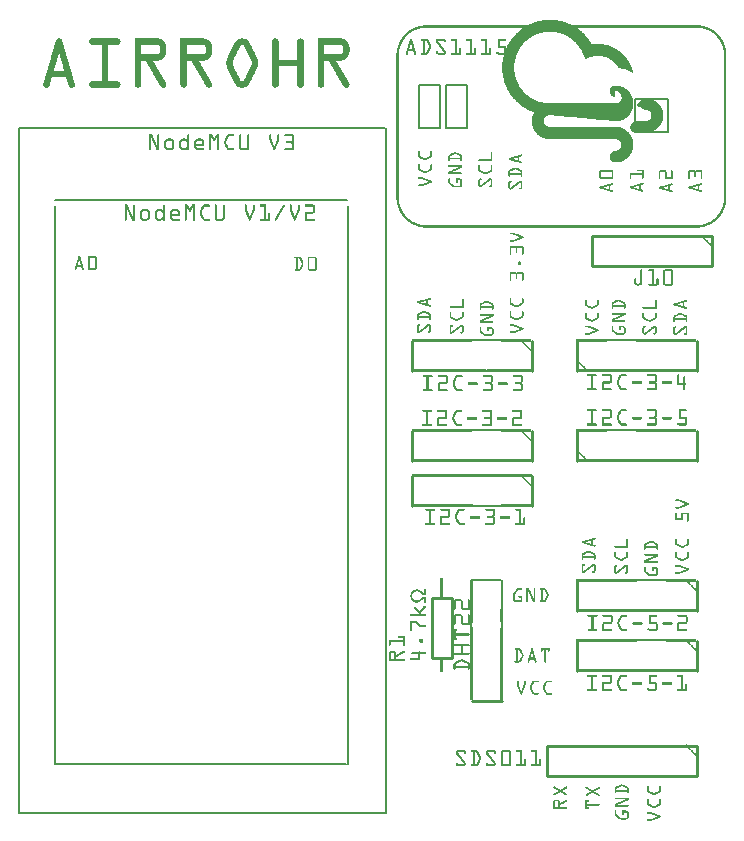
<source format=gto>
G04 MADE WITH FRITZING*
G04 WWW.FRITZING.ORG*
G04 DOUBLE SIDED*
G04 HOLES PLATED*
G04 CONTOUR ON CENTER OF CONTOUR VECTOR*
%ASAXBY*%
%FSLAX23Y23*%
%MOIN*%
%OFA0B0*%
%SFA1.0B1.0*%
%ADD10C,0.007960*%
%ADD11C,0.005000*%
%ADD12C,0.008000*%
%ADD13C,0.010000*%
%ADD14R,0.001000X0.001000*%
%LNSILK1*%
G90*
G70*
G54D10*
X266Y2093D02*
X266Y233D01*
D02*
X1242Y233D02*
X1242Y2093D01*
D02*
X266Y233D02*
X1236Y233D01*
D02*
X266Y2114D02*
X1239Y2114D01*
G54D11*
D02*
X1480Y2496D02*
X1551Y2496D01*
D02*
X1551Y2496D02*
X1551Y2354D01*
D02*
X1551Y2354D02*
X1480Y2354D01*
D02*
X1480Y2354D02*
X1480Y2496D01*
D02*
X1570Y2496D02*
X1641Y2496D01*
D02*
X1641Y2496D02*
X1641Y2354D01*
D02*
X1641Y2354D02*
X1570Y2354D01*
D02*
X1570Y2354D02*
X1570Y2496D01*
G54D12*
D02*
X2311Y2450D02*
X2311Y2340D01*
D02*
X2311Y2340D02*
X2201Y2340D01*
D02*
X2201Y2340D02*
X2201Y2450D01*
D02*
X2201Y2450D02*
X2311Y2450D01*
D02*
X2236Y2427D02*
X2212Y2427D01*
G54D13*
D02*
X2456Y1995D02*
X2056Y1995D01*
D02*
X2056Y1995D02*
X2056Y1895D01*
D02*
X2056Y1895D02*
X2456Y1895D01*
D02*
X2456Y1895D02*
X2456Y1995D01*
G54D10*
D02*
X146Y2354D02*
X146Y71D01*
D02*
X1370Y69D02*
X1370Y2353D01*
D02*
X150Y71D02*
X1367Y71D01*
D02*
X146Y2353D02*
X1366Y2353D01*
G54D13*
D02*
X1589Y786D02*
X1589Y586D01*
D02*
X1589Y586D02*
X1523Y586D01*
D02*
X1523Y586D02*
X1523Y786D01*
D02*
X1523Y786D02*
X1589Y786D01*
D02*
X2406Y1245D02*
X2406Y1345D01*
D02*
X2006Y1345D02*
X2006Y1245D01*
D02*
X2406Y1545D02*
X2406Y1645D01*
D02*
X2006Y1645D02*
X2006Y1545D01*
D02*
X2006Y845D02*
X2006Y745D01*
D02*
X2406Y745D02*
X2406Y845D01*
D02*
X1456Y1344D02*
X1456Y1244D01*
D02*
X1856Y1244D02*
X1856Y1344D01*
D02*
X1457Y1193D02*
X1457Y1093D01*
D02*
X1857Y1093D02*
X1857Y1193D01*
D02*
X1456Y1644D02*
X1456Y1544D01*
D02*
X1856Y1544D02*
X1856Y1644D01*
D02*
X2006Y645D02*
X2006Y545D01*
D02*
X2406Y545D02*
X2406Y645D01*
D02*
X1656Y445D02*
X1756Y445D01*
D02*
X2406Y295D02*
X1906Y295D01*
D02*
X1906Y295D02*
X1906Y195D01*
D02*
X1906Y195D02*
X2406Y195D01*
D02*
X2406Y195D02*
X2406Y295D01*
G54D14*
X1908Y2714D02*
X1923Y2714D01*
X1897Y2713D02*
X1936Y2713D01*
X1891Y2712D02*
X1942Y2712D01*
X1885Y2711D02*
X1948Y2711D01*
X1881Y2710D02*
X1952Y2710D01*
X1876Y2709D02*
X1956Y2709D01*
X1873Y2708D02*
X1960Y2708D01*
X1869Y2707D02*
X1963Y2707D01*
X1866Y2706D02*
X1966Y2706D01*
X1864Y2705D02*
X1970Y2705D01*
X1861Y2704D02*
X1972Y2704D01*
X1858Y2703D02*
X1975Y2703D01*
X1856Y2702D02*
X1977Y2702D01*
X1853Y2701D02*
X1980Y2701D01*
X1851Y2700D02*
X1982Y2700D01*
X1849Y2699D02*
X1984Y2699D01*
X1847Y2698D02*
X1986Y2698D01*
X1845Y2697D02*
X1988Y2697D01*
X1508Y2696D02*
X1508Y2696D01*
X1843Y2696D02*
X1990Y2696D01*
X2401Y2696D02*
X2401Y2696D01*
X1492Y2695D02*
X2418Y2695D01*
X1486Y2694D02*
X2423Y2694D01*
X1481Y2693D02*
X2428Y2693D01*
X1477Y2692D02*
X2432Y2692D01*
X1474Y2691D02*
X2435Y2691D01*
X1471Y2690D02*
X2438Y2690D01*
X1469Y2689D02*
X2440Y2689D01*
X1466Y2688D02*
X2443Y2688D01*
X1464Y2687D02*
X1491Y2687D01*
X1828Y2687D02*
X2005Y2687D01*
X2419Y2687D02*
X2445Y2687D01*
X1462Y2686D02*
X1485Y2686D01*
X1826Y2686D02*
X2007Y2686D01*
X2424Y2686D02*
X2447Y2686D01*
X1460Y2685D02*
X1481Y2685D01*
X1825Y2685D02*
X2008Y2685D01*
X2428Y2685D02*
X2449Y2685D01*
X1458Y2684D02*
X1477Y2684D01*
X1824Y2684D02*
X2009Y2684D01*
X2432Y2684D02*
X2451Y2684D01*
X1456Y2683D02*
X1474Y2683D01*
X1822Y2683D02*
X2011Y2683D01*
X2435Y2683D02*
X2453Y2683D01*
X1454Y2682D02*
X1471Y2682D01*
X1821Y2682D02*
X2012Y2682D01*
X2438Y2682D02*
X2455Y2682D01*
X1453Y2681D02*
X1469Y2681D01*
X1820Y2681D02*
X2013Y2681D01*
X2440Y2681D02*
X2456Y2681D01*
X1451Y2680D02*
X1467Y2680D01*
X1818Y2680D02*
X2015Y2680D01*
X2442Y2680D02*
X2458Y2680D01*
X1449Y2679D02*
X1465Y2679D01*
X1817Y2679D02*
X2016Y2679D01*
X2445Y2679D02*
X2460Y2679D01*
X1448Y2678D02*
X1462Y2678D01*
X1816Y2678D02*
X2017Y2678D01*
X2447Y2678D02*
X2461Y2678D01*
X1447Y2677D02*
X1461Y2677D01*
X1815Y2677D02*
X2018Y2677D01*
X2449Y2677D02*
X2463Y2677D01*
X1445Y2676D02*
X1459Y2676D01*
X1814Y2676D02*
X2019Y2676D01*
X2450Y2676D02*
X2464Y2676D01*
X1444Y2675D02*
X1457Y2675D01*
X1812Y2675D02*
X2021Y2675D01*
X2452Y2675D02*
X2465Y2675D01*
X1443Y2674D02*
X1455Y2674D01*
X1811Y2674D02*
X2022Y2674D01*
X2454Y2674D02*
X2466Y2674D01*
X1441Y2673D02*
X1454Y2673D01*
X1810Y2673D02*
X1901Y2673D01*
X1932Y2673D02*
X2023Y2673D01*
X2455Y2673D02*
X2468Y2673D01*
X1440Y2672D02*
X1452Y2672D01*
X1809Y2672D02*
X1894Y2672D01*
X1939Y2672D02*
X2024Y2672D01*
X2457Y2672D02*
X2469Y2672D01*
X1439Y2671D02*
X1451Y2671D01*
X1808Y2671D02*
X1889Y2671D01*
X1943Y2671D02*
X2025Y2671D01*
X2458Y2671D02*
X2470Y2671D01*
X1438Y2670D02*
X1450Y2670D01*
X1807Y2670D02*
X1885Y2670D01*
X1948Y2670D02*
X2026Y2670D01*
X2459Y2670D02*
X2471Y2670D01*
X1437Y2669D02*
X1448Y2669D01*
X1806Y2669D02*
X1882Y2669D01*
X1951Y2669D02*
X2027Y2669D01*
X2461Y2669D02*
X2472Y2669D01*
X1436Y2668D02*
X1447Y2668D01*
X1805Y2668D02*
X1878Y2668D01*
X1954Y2668D02*
X2028Y2668D01*
X2462Y2668D02*
X2473Y2668D01*
X1435Y2667D02*
X1446Y2667D01*
X1804Y2667D02*
X1875Y2667D01*
X1957Y2667D02*
X2029Y2667D01*
X2463Y2667D02*
X2474Y2667D01*
X1434Y2666D02*
X1445Y2666D01*
X1803Y2666D02*
X1873Y2666D01*
X1960Y2666D02*
X2030Y2666D01*
X2465Y2666D02*
X2475Y2666D01*
X1433Y2665D02*
X1443Y2665D01*
X1802Y2665D02*
X1870Y2665D01*
X1962Y2665D02*
X2031Y2665D01*
X2466Y2665D02*
X2476Y2665D01*
X1432Y2664D02*
X1442Y2664D01*
X1801Y2664D02*
X1868Y2664D01*
X1965Y2664D02*
X2032Y2664D01*
X2467Y2664D02*
X2477Y2664D01*
X1431Y2663D02*
X1441Y2663D01*
X1800Y2663D02*
X1866Y2663D01*
X1967Y2663D02*
X2033Y2663D01*
X2468Y2663D02*
X2478Y2663D01*
X1430Y2662D02*
X1440Y2662D01*
X1799Y2662D02*
X1863Y2662D01*
X1969Y2662D02*
X2034Y2662D01*
X2469Y2662D02*
X2479Y2662D01*
X1429Y2661D02*
X1439Y2661D01*
X1798Y2661D02*
X1861Y2661D01*
X1971Y2661D02*
X2035Y2661D01*
X2470Y2661D02*
X2480Y2661D01*
X1428Y2660D02*
X1438Y2660D01*
X1797Y2660D02*
X1860Y2660D01*
X1973Y2660D02*
X2036Y2660D01*
X2471Y2660D02*
X2481Y2660D01*
X1428Y2659D02*
X1437Y2659D01*
X1796Y2659D02*
X1858Y2659D01*
X1975Y2659D02*
X2037Y2659D01*
X2472Y2659D02*
X2482Y2659D01*
X1427Y2658D02*
X1436Y2658D01*
X1796Y2658D02*
X1856Y2658D01*
X1976Y2658D02*
X2037Y2658D01*
X2473Y2658D02*
X2482Y2658D01*
X1426Y2657D02*
X1435Y2657D01*
X1795Y2657D02*
X1854Y2657D01*
X1978Y2657D02*
X2038Y2657D01*
X2474Y2657D02*
X2483Y2657D01*
X1425Y2656D02*
X1435Y2656D01*
X1794Y2656D02*
X1853Y2656D01*
X1980Y2656D02*
X2039Y2656D01*
X2475Y2656D02*
X2484Y2656D01*
X1424Y2655D02*
X1434Y2655D01*
X1793Y2655D02*
X1851Y2655D01*
X1981Y2655D02*
X2040Y2655D01*
X2475Y2655D02*
X2485Y2655D01*
X1424Y2654D02*
X1433Y2654D01*
X1792Y2654D02*
X1849Y2654D01*
X1983Y2654D02*
X2041Y2654D01*
X2476Y2654D02*
X2485Y2654D01*
X1423Y2653D02*
X1432Y2653D01*
X1792Y2653D02*
X1848Y2653D01*
X1984Y2653D02*
X2041Y2653D01*
X2477Y2653D02*
X2486Y2653D01*
X277Y2652D02*
X282Y2652D01*
X388Y2652D02*
X477Y2652D01*
X533Y2652D02*
X611Y2652D01*
X685Y2652D02*
X763Y2652D01*
X886Y2652D02*
X894Y2652D01*
X998Y2652D02*
X1003Y2652D01*
X1082Y2652D02*
X1087Y2652D01*
X1143Y2652D02*
X1221Y2652D01*
X1422Y2652D02*
X1431Y2652D01*
X1791Y2652D02*
X1847Y2652D01*
X1986Y2652D02*
X2042Y2652D01*
X2478Y2652D02*
X2487Y2652D01*
X275Y2651D02*
X285Y2651D01*
X386Y2651D02*
X479Y2651D01*
X533Y2651D02*
X615Y2651D01*
X685Y2651D02*
X767Y2651D01*
X882Y2651D02*
X898Y2651D01*
X996Y2651D02*
X1006Y2651D01*
X1080Y2651D02*
X1090Y2651D01*
X1143Y2651D02*
X1225Y2651D01*
X1422Y2651D02*
X1431Y2651D01*
X1452Y2651D02*
X1454Y2651D01*
X1488Y2651D02*
X1504Y2651D01*
X1541Y2651D02*
X1563Y2651D01*
X1588Y2651D02*
X1606Y2651D01*
X1638Y2651D02*
X1656Y2651D01*
X1688Y2651D02*
X1706Y2651D01*
X1743Y2651D02*
X1768Y2651D01*
X1790Y2651D02*
X1845Y2651D01*
X1987Y2651D02*
X2043Y2651D01*
X2479Y2651D02*
X2487Y2651D01*
X274Y2650D02*
X286Y2650D01*
X384Y2650D02*
X481Y2650D01*
X533Y2650D02*
X618Y2650D01*
X685Y2650D02*
X770Y2650D01*
X879Y2650D02*
X901Y2650D01*
X995Y2650D02*
X1007Y2650D01*
X1079Y2650D02*
X1091Y2650D01*
X1143Y2650D02*
X1228Y2650D01*
X1421Y2650D02*
X1430Y2650D01*
X1451Y2650D02*
X1455Y2650D01*
X1487Y2650D02*
X1507Y2650D01*
X1539Y2650D02*
X1565Y2650D01*
X1587Y2650D02*
X1606Y2650D01*
X1637Y2650D02*
X1656Y2650D01*
X1687Y2650D02*
X1706Y2650D01*
X1743Y2650D02*
X1769Y2650D01*
X1789Y2650D02*
X1844Y2650D01*
X1988Y2650D02*
X2044Y2650D01*
X2479Y2650D02*
X2488Y2650D01*
X273Y2649D02*
X287Y2649D01*
X383Y2649D02*
X482Y2649D01*
X533Y2649D02*
X620Y2649D01*
X685Y2649D02*
X772Y2649D01*
X877Y2649D02*
X903Y2649D01*
X993Y2649D02*
X1008Y2649D01*
X1078Y2649D02*
X1092Y2649D01*
X1143Y2649D02*
X1230Y2649D01*
X1420Y2649D02*
X1429Y2649D01*
X1450Y2649D02*
X1456Y2649D01*
X1486Y2649D02*
X1508Y2649D01*
X1538Y2649D02*
X1566Y2649D01*
X1586Y2649D02*
X1606Y2649D01*
X1636Y2649D02*
X1656Y2649D01*
X1686Y2649D02*
X1706Y2649D01*
X1743Y2649D02*
X1769Y2649D01*
X1788Y2649D02*
X1843Y2649D01*
X1990Y2649D02*
X2044Y2649D01*
X2480Y2649D02*
X2489Y2649D01*
X272Y2648D02*
X288Y2648D01*
X382Y2648D02*
X483Y2648D01*
X533Y2648D02*
X621Y2648D01*
X685Y2648D02*
X774Y2648D01*
X876Y2648D02*
X905Y2648D01*
X993Y2648D02*
X1009Y2648D01*
X1077Y2648D02*
X1093Y2648D01*
X1143Y2648D02*
X1232Y2648D01*
X1420Y2648D02*
X1428Y2648D01*
X1450Y2648D02*
X1456Y2648D01*
X1486Y2648D02*
X1509Y2648D01*
X1537Y2648D02*
X1567Y2648D01*
X1586Y2648D02*
X1606Y2648D01*
X1636Y2648D02*
X1656Y2648D01*
X1686Y2648D02*
X1706Y2648D01*
X1743Y2648D02*
X1770Y2648D01*
X1788Y2648D02*
X1841Y2648D01*
X1991Y2648D02*
X2045Y2648D01*
X2481Y2648D02*
X2489Y2648D01*
X271Y2647D02*
X289Y2647D01*
X382Y2647D02*
X483Y2647D01*
X533Y2647D02*
X623Y2647D01*
X685Y2647D02*
X776Y2647D01*
X874Y2647D02*
X906Y2647D01*
X992Y2647D02*
X1010Y2647D01*
X1076Y2647D02*
X1094Y2647D01*
X1143Y2647D02*
X1233Y2647D01*
X1419Y2647D02*
X1428Y2647D01*
X1449Y2647D02*
X1456Y2647D01*
X1486Y2647D02*
X1510Y2647D01*
X1537Y2647D02*
X1568Y2647D01*
X1586Y2647D02*
X1606Y2647D01*
X1636Y2647D02*
X1656Y2647D01*
X1686Y2647D02*
X1706Y2647D01*
X1743Y2647D02*
X1769Y2647D01*
X1787Y2647D02*
X1840Y2647D01*
X1992Y2647D02*
X2046Y2647D01*
X2482Y2647D02*
X2490Y2647D01*
X271Y2646D02*
X289Y2646D01*
X381Y2646D02*
X484Y2646D01*
X533Y2646D02*
X624Y2646D01*
X685Y2646D02*
X777Y2646D01*
X873Y2646D02*
X907Y2646D01*
X991Y2646D02*
X1010Y2646D01*
X1076Y2646D02*
X1094Y2646D01*
X1143Y2646D02*
X1235Y2646D01*
X1419Y2646D02*
X1427Y2646D01*
X1449Y2646D02*
X1457Y2646D01*
X1487Y2646D02*
X1511Y2646D01*
X1536Y2646D02*
X1569Y2646D01*
X1587Y2646D02*
X1606Y2646D01*
X1637Y2646D02*
X1656Y2646D01*
X1687Y2646D02*
X1706Y2646D01*
X1743Y2646D02*
X1769Y2646D01*
X1786Y2646D02*
X1839Y2646D01*
X1994Y2646D02*
X2046Y2646D01*
X2482Y2646D02*
X2490Y2646D01*
X270Y2645D02*
X290Y2645D01*
X381Y2645D02*
X484Y2645D01*
X533Y2645D02*
X626Y2645D01*
X685Y2645D02*
X778Y2645D01*
X872Y2645D02*
X908Y2645D01*
X991Y2645D02*
X1010Y2645D01*
X1075Y2645D02*
X1095Y2645D01*
X1143Y2645D02*
X1236Y2645D01*
X1418Y2645D02*
X1426Y2645D01*
X1449Y2645D02*
X1457Y2645D01*
X1488Y2645D02*
X1511Y2645D01*
X1536Y2645D02*
X1569Y2645D01*
X1588Y2645D02*
X1606Y2645D01*
X1638Y2645D02*
X1656Y2645D01*
X1688Y2645D02*
X1706Y2645D01*
X1743Y2645D02*
X1768Y2645D01*
X1786Y2645D02*
X1838Y2645D01*
X1995Y2645D02*
X2047Y2645D01*
X2483Y2645D02*
X2491Y2645D01*
X270Y2644D02*
X290Y2644D01*
X380Y2644D02*
X485Y2644D01*
X533Y2644D02*
X627Y2644D01*
X685Y2644D02*
X779Y2644D01*
X871Y2644D02*
X910Y2644D01*
X991Y2644D02*
X1011Y2644D01*
X1075Y2644D02*
X1095Y2644D01*
X1143Y2644D02*
X1237Y2644D01*
X1418Y2644D02*
X1426Y2644D01*
X1449Y2644D02*
X1457Y2644D01*
X1493Y2644D02*
X1499Y2644D01*
X1504Y2644D02*
X1512Y2644D01*
X1536Y2644D02*
X1542Y2644D01*
X1562Y2644D02*
X1569Y2644D01*
X1600Y2644D02*
X1606Y2644D01*
X1650Y2644D02*
X1656Y2644D01*
X1700Y2644D02*
X1706Y2644D01*
X1743Y2644D02*
X1749Y2644D01*
X1785Y2644D02*
X1837Y2644D01*
X1996Y2644D02*
X2048Y2644D01*
X2483Y2644D02*
X2492Y2644D01*
X270Y2643D02*
X290Y2643D01*
X380Y2643D02*
X485Y2643D01*
X533Y2643D02*
X628Y2643D01*
X685Y2643D02*
X780Y2643D01*
X870Y2643D02*
X911Y2643D01*
X991Y2643D02*
X1011Y2643D01*
X1075Y2643D02*
X1095Y2643D01*
X1143Y2643D02*
X1238Y2643D01*
X1417Y2643D02*
X1425Y2643D01*
X1448Y2643D02*
X1457Y2643D01*
X1493Y2643D02*
X1499Y2643D01*
X1505Y2643D02*
X1512Y2643D01*
X1536Y2643D02*
X1542Y2643D01*
X1563Y2643D02*
X1570Y2643D01*
X1600Y2643D02*
X1606Y2643D01*
X1650Y2643D02*
X1656Y2643D01*
X1700Y2643D02*
X1706Y2643D01*
X1743Y2643D02*
X1749Y2643D01*
X1784Y2643D02*
X1835Y2643D01*
X1997Y2643D02*
X2049Y2643D01*
X2484Y2643D02*
X2492Y2643D01*
X269Y2642D02*
X290Y2642D01*
X380Y2642D02*
X485Y2642D01*
X533Y2642D02*
X629Y2642D01*
X685Y2642D02*
X781Y2642D01*
X869Y2642D02*
X911Y2642D01*
X991Y2642D02*
X1011Y2642D01*
X1075Y2642D02*
X1095Y2642D01*
X1143Y2642D02*
X1239Y2642D01*
X1416Y2642D02*
X1425Y2642D01*
X1448Y2642D02*
X1458Y2642D01*
X1493Y2642D02*
X1499Y2642D01*
X1506Y2642D02*
X1513Y2642D01*
X1536Y2642D02*
X1543Y2642D01*
X1564Y2642D02*
X1570Y2642D01*
X1600Y2642D02*
X1606Y2642D01*
X1650Y2642D02*
X1656Y2642D01*
X1700Y2642D02*
X1706Y2642D01*
X1743Y2642D02*
X1749Y2642D01*
X1784Y2642D02*
X1834Y2642D01*
X1998Y2642D02*
X2049Y2642D01*
X2485Y2642D02*
X2493Y2642D01*
X269Y2641D02*
X291Y2641D01*
X380Y2641D02*
X485Y2641D01*
X533Y2641D02*
X630Y2641D01*
X685Y2641D02*
X782Y2641D01*
X868Y2641D02*
X912Y2641D01*
X991Y2641D02*
X1011Y2641D01*
X1075Y2641D02*
X1095Y2641D01*
X1143Y2641D02*
X1240Y2641D01*
X1416Y2641D02*
X1424Y2641D01*
X1448Y2641D02*
X1458Y2641D01*
X1493Y2641D02*
X1499Y2641D01*
X1506Y2641D02*
X1513Y2641D01*
X1537Y2641D02*
X1544Y2641D01*
X1564Y2641D02*
X1569Y2641D01*
X1600Y2641D02*
X1606Y2641D01*
X1650Y2641D02*
X1656Y2641D01*
X1700Y2641D02*
X1706Y2641D01*
X1743Y2641D02*
X1749Y2641D01*
X1783Y2641D02*
X1833Y2641D01*
X1999Y2641D02*
X2050Y2641D01*
X2485Y2641D02*
X2493Y2641D01*
X269Y2640D02*
X291Y2640D01*
X380Y2640D02*
X485Y2640D01*
X533Y2640D02*
X630Y2640D01*
X685Y2640D02*
X783Y2640D01*
X867Y2640D02*
X913Y2640D01*
X991Y2640D02*
X1011Y2640D01*
X1075Y2640D02*
X1095Y2640D01*
X1143Y2640D02*
X1241Y2640D01*
X1415Y2640D02*
X1423Y2640D01*
X1447Y2640D02*
X1458Y2640D01*
X1493Y2640D02*
X1499Y2640D01*
X1507Y2640D02*
X1514Y2640D01*
X1537Y2640D02*
X1545Y2640D01*
X1564Y2640D02*
X1569Y2640D01*
X1600Y2640D02*
X1606Y2640D01*
X1650Y2640D02*
X1656Y2640D01*
X1700Y2640D02*
X1706Y2640D01*
X1743Y2640D02*
X1749Y2640D01*
X1782Y2640D02*
X1832Y2640D01*
X2000Y2640D02*
X2050Y2640D01*
X2486Y2640D02*
X2494Y2640D01*
X268Y2639D02*
X291Y2639D01*
X381Y2639D02*
X484Y2639D01*
X533Y2639D02*
X631Y2639D01*
X685Y2639D02*
X784Y2639D01*
X867Y2639D02*
X914Y2639D01*
X991Y2639D02*
X1011Y2639D01*
X1075Y2639D02*
X1095Y2639D01*
X1143Y2639D02*
X1242Y2639D01*
X1415Y2639D02*
X1423Y2639D01*
X1447Y2639D02*
X1459Y2639D01*
X1493Y2639D02*
X1499Y2639D01*
X1507Y2639D02*
X1514Y2639D01*
X1538Y2639D02*
X1545Y2639D01*
X1565Y2639D02*
X1568Y2639D01*
X1600Y2639D02*
X1606Y2639D01*
X1650Y2639D02*
X1656Y2639D01*
X1700Y2639D02*
X1706Y2639D01*
X1743Y2639D02*
X1749Y2639D01*
X1782Y2639D02*
X1831Y2639D01*
X2001Y2639D02*
X2051Y2639D01*
X2486Y2639D02*
X2494Y2639D01*
X268Y2638D02*
X292Y2638D01*
X381Y2638D02*
X484Y2638D01*
X533Y2638D02*
X632Y2638D01*
X685Y2638D02*
X785Y2638D01*
X866Y2638D02*
X914Y2638D01*
X991Y2638D02*
X1011Y2638D01*
X1075Y2638D02*
X1095Y2638D01*
X1143Y2638D02*
X1242Y2638D01*
X1415Y2638D02*
X1422Y2638D01*
X1447Y2638D02*
X1459Y2638D01*
X1493Y2638D02*
X1499Y2638D01*
X1508Y2638D02*
X1515Y2638D01*
X1538Y2638D02*
X1546Y2638D01*
X1600Y2638D02*
X1606Y2638D01*
X1650Y2638D02*
X1656Y2638D01*
X1700Y2638D02*
X1706Y2638D01*
X1743Y2638D02*
X1749Y2638D01*
X1781Y2638D02*
X1830Y2638D01*
X2002Y2638D02*
X2052Y2638D01*
X2487Y2638D02*
X2495Y2638D01*
X268Y2637D02*
X292Y2637D01*
X381Y2637D02*
X484Y2637D01*
X533Y2637D02*
X633Y2637D01*
X685Y2637D02*
X785Y2637D01*
X866Y2637D02*
X915Y2637D01*
X991Y2637D02*
X1011Y2637D01*
X1075Y2637D02*
X1095Y2637D01*
X1143Y2637D02*
X1243Y2637D01*
X1414Y2637D02*
X1422Y2637D01*
X1446Y2637D02*
X1459Y2637D01*
X1493Y2637D02*
X1499Y2637D01*
X1508Y2637D02*
X1515Y2637D01*
X1539Y2637D02*
X1547Y2637D01*
X1600Y2637D02*
X1606Y2637D01*
X1650Y2637D02*
X1656Y2637D01*
X1700Y2637D02*
X1706Y2637D01*
X1743Y2637D02*
X1749Y2637D01*
X1780Y2637D02*
X1829Y2637D01*
X2003Y2637D02*
X2052Y2637D01*
X2487Y2637D02*
X2495Y2637D01*
X267Y2636D02*
X292Y2636D01*
X382Y2636D02*
X483Y2636D01*
X533Y2636D02*
X633Y2636D01*
X685Y2636D02*
X786Y2636D01*
X865Y2636D02*
X915Y2636D01*
X991Y2636D02*
X1011Y2636D01*
X1075Y2636D02*
X1095Y2636D01*
X1143Y2636D02*
X1244Y2636D01*
X1414Y2636D02*
X1421Y2636D01*
X1446Y2636D02*
X1459Y2636D01*
X1493Y2636D02*
X1499Y2636D01*
X1509Y2636D02*
X1516Y2636D01*
X1540Y2636D02*
X1548Y2636D01*
X1600Y2636D02*
X1606Y2636D01*
X1650Y2636D02*
X1656Y2636D01*
X1700Y2636D02*
X1706Y2636D01*
X1743Y2636D02*
X1749Y2636D01*
X1780Y2636D02*
X1828Y2636D01*
X2004Y2636D02*
X2053Y2636D01*
X2488Y2636D02*
X2495Y2636D01*
X267Y2635D02*
X292Y2635D01*
X383Y2635D02*
X482Y2635D01*
X533Y2635D02*
X634Y2635D01*
X685Y2635D02*
X786Y2635D01*
X865Y2635D02*
X916Y2635D01*
X991Y2635D02*
X1011Y2635D01*
X1075Y2635D02*
X1095Y2635D01*
X1143Y2635D02*
X1244Y2635D01*
X1413Y2635D02*
X1421Y2635D01*
X1446Y2635D02*
X1460Y2635D01*
X1493Y2635D02*
X1499Y2635D01*
X1509Y2635D02*
X1516Y2635D01*
X1541Y2635D02*
X1549Y2635D01*
X1600Y2635D02*
X1606Y2635D01*
X1650Y2635D02*
X1656Y2635D01*
X1700Y2635D02*
X1706Y2635D01*
X1743Y2635D02*
X1749Y2635D01*
X1779Y2635D02*
X1827Y2635D01*
X2005Y2635D02*
X2053Y2635D01*
X2488Y2635D02*
X2496Y2635D01*
X267Y2634D02*
X293Y2634D01*
X384Y2634D02*
X481Y2634D01*
X533Y2634D02*
X634Y2634D01*
X685Y2634D02*
X787Y2634D01*
X864Y2634D02*
X916Y2634D01*
X991Y2634D02*
X1011Y2634D01*
X1075Y2634D02*
X1095Y2634D01*
X1143Y2634D02*
X1245Y2634D01*
X1413Y2634D02*
X1420Y2634D01*
X1446Y2634D02*
X1452Y2634D01*
X1454Y2634D02*
X1460Y2634D01*
X1493Y2634D02*
X1499Y2634D01*
X1510Y2634D02*
X1517Y2634D01*
X1541Y2634D02*
X1549Y2634D01*
X1600Y2634D02*
X1606Y2634D01*
X1650Y2634D02*
X1656Y2634D01*
X1700Y2634D02*
X1706Y2634D01*
X1743Y2634D02*
X1749Y2634D01*
X1779Y2634D02*
X1827Y2634D01*
X2006Y2634D02*
X2054Y2634D01*
X2489Y2634D02*
X2496Y2634D01*
X267Y2633D02*
X293Y2633D01*
X385Y2633D02*
X480Y2633D01*
X533Y2633D02*
X635Y2633D01*
X685Y2633D02*
X787Y2633D01*
X864Y2633D02*
X917Y2633D01*
X991Y2633D02*
X1011Y2633D01*
X1075Y2633D02*
X1095Y2633D01*
X1143Y2633D02*
X1245Y2633D01*
X1412Y2633D02*
X1420Y2633D01*
X1445Y2633D02*
X1452Y2633D01*
X1454Y2633D02*
X1460Y2633D01*
X1493Y2633D02*
X1499Y2633D01*
X1510Y2633D02*
X1517Y2633D01*
X1542Y2633D02*
X1550Y2633D01*
X1600Y2633D02*
X1606Y2633D01*
X1650Y2633D02*
X1656Y2633D01*
X1700Y2633D02*
X1706Y2633D01*
X1743Y2633D02*
X1749Y2633D01*
X1778Y2633D02*
X1826Y2633D01*
X2007Y2633D02*
X2055Y2633D01*
X2060Y2633D02*
X2089Y2633D01*
X2489Y2633D02*
X2497Y2633D01*
X266Y2632D02*
X293Y2632D01*
X386Y2632D02*
X478Y2632D01*
X533Y2632D02*
X635Y2632D01*
X685Y2632D02*
X788Y2632D01*
X863Y2632D02*
X917Y2632D01*
X991Y2632D02*
X1011Y2632D01*
X1075Y2632D02*
X1095Y2632D01*
X1143Y2632D02*
X1246Y2632D01*
X1412Y2632D02*
X1420Y2632D01*
X1445Y2632D02*
X1451Y2632D01*
X1454Y2632D02*
X1461Y2632D01*
X1493Y2632D02*
X1499Y2632D01*
X1511Y2632D02*
X1518Y2632D01*
X1543Y2632D02*
X1551Y2632D01*
X1600Y2632D02*
X1606Y2632D01*
X1650Y2632D02*
X1656Y2632D01*
X1700Y2632D02*
X1706Y2632D01*
X1743Y2632D02*
X1749Y2632D01*
X1778Y2632D02*
X1825Y2632D01*
X2008Y2632D02*
X2096Y2632D01*
X2490Y2632D02*
X2497Y2632D01*
X266Y2631D02*
X294Y2631D01*
X422Y2631D02*
X443Y2631D01*
X533Y2631D02*
X554Y2631D01*
X607Y2631D02*
X636Y2631D01*
X685Y2631D02*
X706Y2631D01*
X759Y2631D02*
X788Y2631D01*
X863Y2631D02*
X889Y2631D01*
X891Y2631D02*
X918Y2631D01*
X991Y2631D02*
X1011Y2631D01*
X1075Y2631D02*
X1095Y2631D01*
X1143Y2631D02*
X1164Y2631D01*
X1217Y2631D02*
X1246Y2631D01*
X1412Y2631D02*
X1419Y2631D01*
X1445Y2631D02*
X1451Y2631D01*
X1455Y2631D02*
X1461Y2631D01*
X1493Y2631D02*
X1499Y2631D01*
X1511Y2631D02*
X1518Y2631D01*
X1544Y2631D02*
X1552Y2631D01*
X1600Y2631D02*
X1606Y2631D01*
X1650Y2631D02*
X1656Y2631D01*
X1700Y2631D02*
X1706Y2631D01*
X1743Y2631D02*
X1749Y2631D01*
X1777Y2631D02*
X1824Y2631D01*
X2008Y2631D02*
X2101Y2631D01*
X2490Y2631D02*
X2497Y2631D01*
X266Y2630D02*
X294Y2630D01*
X422Y2630D02*
X443Y2630D01*
X533Y2630D02*
X553Y2630D01*
X611Y2630D02*
X636Y2630D01*
X685Y2630D02*
X706Y2630D01*
X763Y2630D02*
X788Y2630D01*
X862Y2630D02*
X886Y2630D01*
X894Y2630D02*
X918Y2630D01*
X991Y2630D02*
X1011Y2630D01*
X1075Y2630D02*
X1095Y2630D01*
X1143Y2630D02*
X1164Y2630D01*
X1221Y2630D02*
X1246Y2630D01*
X1411Y2630D02*
X1419Y2630D01*
X1444Y2630D02*
X1451Y2630D01*
X1455Y2630D02*
X1461Y2630D01*
X1493Y2630D02*
X1499Y2630D01*
X1512Y2630D02*
X1518Y2630D01*
X1544Y2630D02*
X1552Y2630D01*
X1600Y2630D02*
X1606Y2630D01*
X1650Y2630D02*
X1656Y2630D01*
X1700Y2630D02*
X1706Y2630D01*
X1743Y2630D02*
X1749Y2630D01*
X1776Y2630D02*
X1823Y2630D01*
X2009Y2630D02*
X2105Y2630D01*
X2491Y2630D02*
X2498Y2630D01*
X265Y2629D02*
X294Y2629D01*
X422Y2629D02*
X443Y2629D01*
X533Y2629D02*
X553Y2629D01*
X612Y2629D02*
X636Y2629D01*
X685Y2629D02*
X706Y2629D01*
X765Y2629D02*
X789Y2629D01*
X862Y2629D02*
X885Y2629D01*
X895Y2629D02*
X919Y2629D01*
X991Y2629D02*
X1011Y2629D01*
X1075Y2629D02*
X1095Y2629D01*
X1143Y2629D02*
X1164Y2629D01*
X1223Y2629D02*
X1247Y2629D01*
X1411Y2629D02*
X1418Y2629D01*
X1444Y2629D02*
X1450Y2629D01*
X1455Y2629D02*
X1462Y2629D01*
X1493Y2629D02*
X1499Y2629D01*
X1512Y2629D02*
X1519Y2629D01*
X1545Y2629D02*
X1553Y2629D01*
X1600Y2629D02*
X1606Y2629D01*
X1650Y2629D02*
X1656Y2629D01*
X1700Y2629D02*
X1706Y2629D01*
X1743Y2629D02*
X1749Y2629D01*
X1776Y2629D02*
X1822Y2629D01*
X2010Y2629D02*
X2109Y2629D01*
X2491Y2629D02*
X2498Y2629D01*
X265Y2628D02*
X295Y2628D01*
X422Y2628D02*
X443Y2628D01*
X533Y2628D02*
X553Y2628D01*
X614Y2628D02*
X636Y2628D01*
X685Y2628D02*
X706Y2628D01*
X766Y2628D02*
X789Y2628D01*
X861Y2628D02*
X885Y2628D01*
X896Y2628D02*
X919Y2628D01*
X991Y2628D02*
X1011Y2628D01*
X1075Y2628D02*
X1095Y2628D01*
X1143Y2628D02*
X1164Y2628D01*
X1224Y2628D02*
X1247Y2628D01*
X1411Y2628D02*
X1418Y2628D01*
X1444Y2628D02*
X1450Y2628D01*
X1456Y2628D02*
X1462Y2628D01*
X1493Y2628D02*
X1499Y2628D01*
X1513Y2628D02*
X1519Y2628D01*
X1546Y2628D02*
X1554Y2628D01*
X1600Y2628D02*
X1606Y2628D01*
X1650Y2628D02*
X1656Y2628D01*
X1700Y2628D02*
X1706Y2628D01*
X1743Y2628D02*
X1749Y2628D01*
X1775Y2628D02*
X1822Y2628D01*
X2011Y2628D02*
X2112Y2628D01*
X2491Y2628D02*
X2499Y2628D01*
X265Y2627D02*
X295Y2627D01*
X422Y2627D02*
X443Y2627D01*
X533Y2627D02*
X553Y2627D01*
X614Y2627D02*
X637Y2627D01*
X685Y2627D02*
X706Y2627D01*
X767Y2627D02*
X789Y2627D01*
X861Y2627D02*
X884Y2627D01*
X896Y2627D02*
X920Y2627D01*
X991Y2627D02*
X1011Y2627D01*
X1075Y2627D02*
X1095Y2627D01*
X1143Y2627D02*
X1164Y2627D01*
X1225Y2627D02*
X1247Y2627D01*
X1410Y2627D02*
X1417Y2627D01*
X1444Y2627D02*
X1450Y2627D01*
X1456Y2627D02*
X1462Y2627D01*
X1493Y2627D02*
X1499Y2627D01*
X1513Y2627D02*
X1519Y2627D01*
X1547Y2627D02*
X1555Y2627D01*
X1600Y2627D02*
X1606Y2627D01*
X1650Y2627D02*
X1656Y2627D01*
X1700Y2627D02*
X1706Y2627D01*
X1743Y2627D02*
X1766Y2627D01*
X1775Y2627D02*
X1821Y2627D01*
X2012Y2627D02*
X2115Y2627D01*
X2492Y2627D02*
X2499Y2627D01*
X265Y2626D02*
X295Y2626D01*
X422Y2626D02*
X443Y2626D01*
X533Y2626D02*
X553Y2626D01*
X615Y2626D02*
X637Y2626D01*
X685Y2626D02*
X706Y2626D01*
X768Y2626D02*
X789Y2626D01*
X860Y2626D02*
X883Y2626D01*
X897Y2626D02*
X920Y2626D01*
X991Y2626D02*
X1011Y2626D01*
X1075Y2626D02*
X1095Y2626D01*
X1143Y2626D02*
X1164Y2626D01*
X1226Y2626D02*
X1247Y2626D01*
X1410Y2626D02*
X1417Y2626D01*
X1443Y2626D02*
X1450Y2626D01*
X1456Y2626D02*
X1462Y2626D01*
X1493Y2626D02*
X1499Y2626D01*
X1513Y2626D02*
X1520Y2626D01*
X1548Y2626D02*
X1556Y2626D01*
X1600Y2626D02*
X1606Y2626D01*
X1650Y2626D02*
X1656Y2626D01*
X1700Y2626D02*
X1706Y2626D01*
X1743Y2626D02*
X1767Y2626D01*
X1774Y2626D02*
X1820Y2626D01*
X2013Y2626D02*
X2118Y2626D01*
X2492Y2626D02*
X2499Y2626D01*
X264Y2625D02*
X295Y2625D01*
X422Y2625D02*
X443Y2625D01*
X533Y2625D02*
X553Y2625D01*
X616Y2625D02*
X637Y2625D01*
X685Y2625D02*
X706Y2625D01*
X768Y2625D02*
X790Y2625D01*
X860Y2625D02*
X883Y2625D01*
X897Y2625D02*
X921Y2625D01*
X991Y2625D02*
X1011Y2625D01*
X1075Y2625D02*
X1095Y2625D01*
X1143Y2625D02*
X1164Y2625D01*
X1226Y2625D02*
X1247Y2625D01*
X1410Y2625D02*
X1417Y2625D01*
X1443Y2625D02*
X1449Y2625D01*
X1456Y2625D02*
X1463Y2625D01*
X1493Y2625D02*
X1499Y2625D01*
X1514Y2625D02*
X1520Y2625D01*
X1548Y2625D02*
X1556Y2625D01*
X1600Y2625D02*
X1606Y2625D01*
X1650Y2625D02*
X1656Y2625D01*
X1700Y2625D02*
X1706Y2625D01*
X1743Y2625D02*
X1768Y2625D01*
X1774Y2625D02*
X1819Y2625D01*
X2013Y2625D02*
X2120Y2625D01*
X2492Y2625D02*
X2500Y2625D01*
X264Y2624D02*
X296Y2624D01*
X422Y2624D02*
X443Y2624D01*
X533Y2624D02*
X553Y2624D01*
X616Y2624D02*
X637Y2624D01*
X685Y2624D02*
X706Y2624D01*
X769Y2624D02*
X790Y2624D01*
X859Y2624D02*
X882Y2624D01*
X898Y2624D02*
X921Y2624D01*
X991Y2624D02*
X1011Y2624D01*
X1075Y2624D02*
X1095Y2624D01*
X1143Y2624D02*
X1164Y2624D01*
X1227Y2624D02*
X1248Y2624D01*
X1409Y2624D02*
X1416Y2624D01*
X1443Y2624D02*
X1449Y2624D01*
X1457Y2624D02*
X1463Y2624D01*
X1493Y2624D02*
X1499Y2624D01*
X1514Y2624D02*
X1520Y2624D01*
X1549Y2624D02*
X1557Y2624D01*
X1600Y2624D02*
X1606Y2624D01*
X1650Y2624D02*
X1656Y2624D01*
X1700Y2624D02*
X1706Y2624D01*
X1743Y2624D02*
X1769Y2624D01*
X1773Y2624D02*
X1819Y2624D01*
X2014Y2624D02*
X2122Y2624D01*
X2493Y2624D02*
X2500Y2624D01*
X264Y2623D02*
X296Y2623D01*
X422Y2623D02*
X443Y2623D01*
X533Y2623D02*
X553Y2623D01*
X617Y2623D02*
X637Y2623D01*
X685Y2623D02*
X706Y2623D01*
X769Y2623D02*
X790Y2623D01*
X859Y2623D02*
X882Y2623D01*
X898Y2623D02*
X922Y2623D01*
X991Y2623D02*
X1011Y2623D01*
X1075Y2623D02*
X1095Y2623D01*
X1143Y2623D02*
X1164Y2623D01*
X1227Y2623D02*
X1248Y2623D01*
X1409Y2623D02*
X1416Y2623D01*
X1442Y2623D02*
X1449Y2623D01*
X1457Y2623D02*
X1463Y2623D01*
X1493Y2623D02*
X1499Y2623D01*
X1513Y2623D02*
X1520Y2623D01*
X1550Y2623D02*
X1558Y2623D01*
X1600Y2623D02*
X1606Y2623D01*
X1650Y2623D02*
X1656Y2623D01*
X1700Y2623D02*
X1706Y2623D01*
X1743Y2623D02*
X1769Y2623D01*
X1773Y2623D02*
X1818Y2623D01*
X2015Y2623D02*
X2125Y2623D01*
X2493Y2623D02*
X2500Y2623D01*
X263Y2622D02*
X296Y2622D01*
X422Y2622D02*
X443Y2622D01*
X533Y2622D02*
X553Y2622D01*
X617Y2622D02*
X637Y2622D01*
X685Y2622D02*
X706Y2622D01*
X769Y2622D02*
X790Y2622D01*
X858Y2622D02*
X881Y2622D01*
X899Y2622D02*
X922Y2622D01*
X991Y2622D02*
X1011Y2622D01*
X1075Y2622D02*
X1095Y2622D01*
X1143Y2622D02*
X1164Y2622D01*
X1227Y2622D02*
X1248Y2622D01*
X1409Y2622D02*
X1416Y2622D01*
X1442Y2622D02*
X1448Y2622D01*
X1457Y2622D02*
X1464Y2622D01*
X1493Y2622D02*
X1499Y2622D01*
X1513Y2622D02*
X1519Y2622D01*
X1551Y2622D02*
X1559Y2622D01*
X1600Y2622D02*
X1606Y2622D01*
X1650Y2622D02*
X1656Y2622D01*
X1700Y2622D02*
X1706Y2622D01*
X1743Y2622D02*
X1769Y2622D01*
X1772Y2622D02*
X1817Y2622D01*
X2015Y2622D02*
X2127Y2622D01*
X2493Y2622D02*
X2500Y2622D01*
X263Y2621D02*
X297Y2621D01*
X422Y2621D02*
X443Y2621D01*
X533Y2621D02*
X553Y2621D01*
X617Y2621D02*
X637Y2621D01*
X685Y2621D02*
X706Y2621D01*
X769Y2621D02*
X790Y2621D01*
X858Y2621D02*
X881Y2621D01*
X899Y2621D02*
X923Y2621D01*
X991Y2621D02*
X1011Y2621D01*
X1075Y2621D02*
X1095Y2621D01*
X1143Y2621D02*
X1164Y2621D01*
X1227Y2621D02*
X1248Y2621D01*
X1408Y2621D02*
X1416Y2621D01*
X1442Y2621D02*
X1448Y2621D01*
X1458Y2621D02*
X1464Y2621D01*
X1493Y2621D02*
X1499Y2621D01*
X1513Y2621D02*
X1519Y2621D01*
X1551Y2621D02*
X1559Y2621D01*
X1600Y2621D02*
X1606Y2621D01*
X1615Y2621D02*
X1618Y2621D01*
X1650Y2621D02*
X1656Y2621D01*
X1665Y2621D02*
X1668Y2621D01*
X1700Y2621D02*
X1706Y2621D01*
X1715Y2621D02*
X1718Y2621D01*
X1743Y2621D02*
X1770Y2621D01*
X1772Y2621D02*
X1817Y2621D01*
X2016Y2621D02*
X2129Y2621D01*
X2494Y2621D02*
X2501Y2621D01*
X263Y2620D02*
X297Y2620D01*
X422Y2620D02*
X443Y2620D01*
X533Y2620D02*
X553Y2620D01*
X617Y2620D02*
X637Y2620D01*
X685Y2620D02*
X706Y2620D01*
X770Y2620D02*
X790Y2620D01*
X857Y2620D02*
X880Y2620D01*
X900Y2620D02*
X923Y2620D01*
X991Y2620D02*
X1011Y2620D01*
X1075Y2620D02*
X1095Y2620D01*
X1143Y2620D02*
X1164Y2620D01*
X1227Y2620D02*
X1248Y2620D01*
X1408Y2620D02*
X1415Y2620D01*
X1442Y2620D02*
X1448Y2620D01*
X1458Y2620D02*
X1464Y2620D01*
X1493Y2620D02*
X1499Y2620D01*
X1512Y2620D02*
X1519Y2620D01*
X1552Y2620D02*
X1560Y2620D01*
X1600Y2620D02*
X1606Y2620D01*
X1614Y2620D02*
X1619Y2620D01*
X1650Y2620D02*
X1656Y2620D01*
X1664Y2620D02*
X1669Y2620D01*
X1700Y2620D02*
X1706Y2620D01*
X1714Y2620D02*
X1719Y2620D01*
X1764Y2620D02*
X1770Y2620D01*
X1772Y2620D02*
X1816Y2620D01*
X2017Y2620D02*
X2131Y2620D01*
X2494Y2620D02*
X2501Y2620D01*
X262Y2619D02*
X297Y2619D01*
X422Y2619D02*
X443Y2619D01*
X533Y2619D02*
X553Y2619D01*
X617Y2619D02*
X637Y2619D01*
X685Y2619D02*
X706Y2619D01*
X770Y2619D02*
X790Y2619D01*
X857Y2619D02*
X880Y2619D01*
X900Y2619D02*
X924Y2619D01*
X991Y2619D02*
X1011Y2619D01*
X1075Y2619D02*
X1095Y2619D01*
X1143Y2619D02*
X1164Y2619D01*
X1227Y2619D02*
X1248Y2619D01*
X1408Y2619D02*
X1415Y2619D01*
X1441Y2619D02*
X1448Y2619D01*
X1458Y2619D02*
X1464Y2619D01*
X1493Y2619D02*
X1499Y2619D01*
X1512Y2619D02*
X1519Y2619D01*
X1553Y2619D02*
X1561Y2619D01*
X1600Y2619D02*
X1606Y2619D01*
X1614Y2619D02*
X1620Y2619D01*
X1650Y2619D02*
X1656Y2619D01*
X1664Y2619D02*
X1670Y2619D01*
X1700Y2619D02*
X1706Y2619D01*
X1714Y2619D02*
X1720Y2619D01*
X1764Y2619D02*
X1815Y2619D01*
X2017Y2619D02*
X2132Y2619D01*
X2494Y2619D02*
X2501Y2619D01*
X262Y2618D02*
X297Y2618D01*
X422Y2618D02*
X443Y2618D01*
X533Y2618D02*
X553Y2618D01*
X617Y2618D02*
X637Y2618D01*
X685Y2618D02*
X706Y2618D01*
X770Y2618D02*
X790Y2618D01*
X856Y2618D02*
X879Y2618D01*
X901Y2618D02*
X924Y2618D01*
X991Y2618D02*
X1011Y2618D01*
X1075Y2618D02*
X1095Y2618D01*
X1143Y2618D02*
X1164Y2618D01*
X1227Y2618D02*
X1248Y2618D01*
X1408Y2618D02*
X1415Y2618D01*
X1441Y2618D02*
X1447Y2618D01*
X1458Y2618D02*
X1465Y2618D01*
X1493Y2618D02*
X1499Y2618D01*
X1511Y2618D02*
X1518Y2618D01*
X1554Y2618D02*
X1562Y2618D01*
X1600Y2618D02*
X1606Y2618D01*
X1614Y2618D02*
X1620Y2618D01*
X1650Y2618D02*
X1656Y2618D01*
X1664Y2618D02*
X1670Y2618D01*
X1700Y2618D02*
X1706Y2618D01*
X1714Y2618D02*
X1720Y2618D01*
X1764Y2618D02*
X1815Y2618D01*
X2018Y2618D02*
X2134Y2618D01*
X2494Y2618D02*
X2501Y2618D01*
X262Y2617D02*
X298Y2617D01*
X422Y2617D02*
X443Y2617D01*
X533Y2617D02*
X553Y2617D01*
X617Y2617D02*
X637Y2617D01*
X685Y2617D02*
X706Y2617D01*
X770Y2617D02*
X790Y2617D01*
X856Y2617D02*
X879Y2617D01*
X901Y2617D02*
X925Y2617D01*
X991Y2617D02*
X1011Y2617D01*
X1075Y2617D02*
X1095Y2617D01*
X1143Y2617D02*
X1164Y2617D01*
X1227Y2617D02*
X1248Y2617D01*
X1407Y2617D02*
X1415Y2617D01*
X1441Y2617D02*
X1447Y2617D01*
X1459Y2617D02*
X1465Y2617D01*
X1493Y2617D02*
X1499Y2617D01*
X1511Y2617D02*
X1518Y2617D01*
X1554Y2617D02*
X1563Y2617D01*
X1600Y2617D02*
X1606Y2617D01*
X1614Y2617D02*
X1620Y2617D01*
X1650Y2617D02*
X1656Y2617D01*
X1664Y2617D02*
X1670Y2617D01*
X1700Y2617D02*
X1706Y2617D01*
X1714Y2617D02*
X1720Y2617D01*
X1764Y2617D02*
X1814Y2617D01*
X2019Y2617D02*
X2136Y2617D01*
X2495Y2617D02*
X2502Y2617D01*
X262Y2616D02*
X298Y2616D01*
X422Y2616D02*
X443Y2616D01*
X533Y2616D02*
X553Y2616D01*
X617Y2616D02*
X637Y2616D01*
X685Y2616D02*
X706Y2616D01*
X770Y2616D02*
X790Y2616D01*
X855Y2616D02*
X878Y2616D01*
X902Y2616D02*
X925Y2616D01*
X991Y2616D02*
X1011Y2616D01*
X1075Y2616D02*
X1095Y2616D01*
X1143Y2616D02*
X1164Y2616D01*
X1227Y2616D02*
X1248Y2616D01*
X1407Y2616D02*
X1414Y2616D01*
X1440Y2616D02*
X1465Y2616D01*
X1493Y2616D02*
X1499Y2616D01*
X1510Y2616D02*
X1517Y2616D01*
X1555Y2616D02*
X1563Y2616D01*
X1600Y2616D02*
X1606Y2616D01*
X1614Y2616D02*
X1620Y2616D01*
X1650Y2616D02*
X1656Y2616D01*
X1664Y2616D02*
X1670Y2616D01*
X1700Y2616D02*
X1706Y2616D01*
X1714Y2616D02*
X1720Y2616D01*
X1764Y2616D02*
X1813Y2616D01*
X2019Y2616D02*
X2138Y2616D01*
X2495Y2616D02*
X2502Y2616D01*
X261Y2615D02*
X298Y2615D01*
X422Y2615D02*
X443Y2615D01*
X533Y2615D02*
X553Y2615D01*
X617Y2615D02*
X637Y2615D01*
X685Y2615D02*
X706Y2615D01*
X770Y2615D02*
X790Y2615D01*
X855Y2615D02*
X878Y2615D01*
X902Y2615D02*
X926Y2615D01*
X991Y2615D02*
X1011Y2615D01*
X1075Y2615D02*
X1095Y2615D01*
X1143Y2615D02*
X1164Y2615D01*
X1227Y2615D02*
X1248Y2615D01*
X1407Y2615D02*
X1414Y2615D01*
X1440Y2615D02*
X1466Y2615D01*
X1493Y2615D02*
X1499Y2615D01*
X1510Y2615D02*
X1517Y2615D01*
X1556Y2615D02*
X1564Y2615D01*
X1600Y2615D02*
X1606Y2615D01*
X1614Y2615D02*
X1620Y2615D01*
X1650Y2615D02*
X1656Y2615D01*
X1664Y2615D02*
X1670Y2615D01*
X1700Y2615D02*
X1706Y2615D01*
X1714Y2615D02*
X1720Y2615D01*
X1764Y2615D02*
X1813Y2615D01*
X2020Y2615D02*
X2139Y2615D01*
X2495Y2615D02*
X2502Y2615D01*
X261Y2614D02*
X299Y2614D01*
X422Y2614D02*
X443Y2614D01*
X533Y2614D02*
X553Y2614D01*
X617Y2614D02*
X637Y2614D01*
X685Y2614D02*
X706Y2614D01*
X770Y2614D02*
X790Y2614D01*
X854Y2614D02*
X877Y2614D01*
X903Y2614D02*
X926Y2614D01*
X991Y2614D02*
X1011Y2614D01*
X1075Y2614D02*
X1095Y2614D01*
X1143Y2614D02*
X1164Y2614D01*
X1227Y2614D02*
X1248Y2614D01*
X1407Y2614D02*
X1414Y2614D01*
X1440Y2614D02*
X1466Y2614D01*
X1493Y2614D02*
X1499Y2614D01*
X1509Y2614D02*
X1516Y2614D01*
X1557Y2614D02*
X1565Y2614D01*
X1600Y2614D02*
X1606Y2614D01*
X1614Y2614D02*
X1620Y2614D01*
X1650Y2614D02*
X1656Y2614D01*
X1664Y2614D02*
X1670Y2614D01*
X1700Y2614D02*
X1706Y2614D01*
X1714Y2614D02*
X1720Y2614D01*
X1764Y2614D02*
X1812Y2614D01*
X2020Y2614D02*
X2141Y2614D01*
X2495Y2614D02*
X2502Y2614D01*
X261Y2613D02*
X299Y2613D01*
X422Y2613D02*
X443Y2613D01*
X533Y2613D02*
X553Y2613D01*
X617Y2613D02*
X637Y2613D01*
X685Y2613D02*
X706Y2613D01*
X770Y2613D02*
X790Y2613D01*
X854Y2613D02*
X877Y2613D01*
X904Y2613D02*
X927Y2613D01*
X991Y2613D02*
X1011Y2613D01*
X1075Y2613D02*
X1095Y2613D01*
X1143Y2613D02*
X1164Y2613D01*
X1227Y2613D02*
X1248Y2613D01*
X1407Y2613D02*
X1414Y2613D01*
X1439Y2613D02*
X1466Y2613D01*
X1493Y2613D02*
X1499Y2613D01*
X1509Y2613D02*
X1516Y2613D01*
X1558Y2613D02*
X1566Y2613D01*
X1600Y2613D02*
X1606Y2613D01*
X1614Y2613D02*
X1620Y2613D01*
X1650Y2613D02*
X1656Y2613D01*
X1664Y2613D02*
X1670Y2613D01*
X1700Y2613D02*
X1706Y2613D01*
X1714Y2613D02*
X1720Y2613D01*
X1764Y2613D02*
X1812Y2613D01*
X2021Y2613D02*
X2142Y2613D01*
X2495Y2613D02*
X2502Y2613D01*
X260Y2612D02*
X299Y2612D01*
X422Y2612D02*
X443Y2612D01*
X533Y2612D02*
X553Y2612D01*
X617Y2612D02*
X637Y2612D01*
X685Y2612D02*
X706Y2612D01*
X770Y2612D02*
X790Y2612D01*
X853Y2612D02*
X876Y2612D01*
X904Y2612D02*
X927Y2612D01*
X991Y2612D02*
X1011Y2612D01*
X1075Y2612D02*
X1095Y2612D01*
X1143Y2612D02*
X1164Y2612D01*
X1227Y2612D02*
X1248Y2612D01*
X1407Y2612D02*
X1414Y2612D01*
X1439Y2612D02*
X1466Y2612D01*
X1493Y2612D02*
X1499Y2612D01*
X1508Y2612D02*
X1515Y2612D01*
X1558Y2612D02*
X1566Y2612D01*
X1600Y2612D02*
X1606Y2612D01*
X1614Y2612D02*
X1620Y2612D01*
X1650Y2612D02*
X1656Y2612D01*
X1664Y2612D02*
X1670Y2612D01*
X1700Y2612D02*
X1706Y2612D01*
X1714Y2612D02*
X1720Y2612D01*
X1764Y2612D02*
X1811Y2612D01*
X2022Y2612D02*
X2144Y2612D01*
X2496Y2612D02*
X2503Y2612D01*
X260Y2611D02*
X299Y2611D01*
X422Y2611D02*
X443Y2611D01*
X533Y2611D02*
X553Y2611D01*
X617Y2611D02*
X637Y2611D01*
X685Y2611D02*
X706Y2611D01*
X770Y2611D02*
X790Y2611D01*
X853Y2611D02*
X876Y2611D01*
X905Y2611D02*
X928Y2611D01*
X991Y2611D02*
X1011Y2611D01*
X1075Y2611D02*
X1095Y2611D01*
X1143Y2611D02*
X1164Y2611D01*
X1227Y2611D02*
X1248Y2611D01*
X1406Y2611D02*
X1413Y2611D01*
X1439Y2611D02*
X1467Y2611D01*
X1493Y2611D02*
X1499Y2611D01*
X1508Y2611D02*
X1515Y2611D01*
X1559Y2611D02*
X1567Y2611D01*
X1600Y2611D02*
X1606Y2611D01*
X1614Y2611D02*
X1620Y2611D01*
X1650Y2611D02*
X1656Y2611D01*
X1664Y2611D02*
X1670Y2611D01*
X1700Y2611D02*
X1706Y2611D01*
X1714Y2611D02*
X1720Y2611D01*
X1764Y2611D02*
X1811Y2611D01*
X2022Y2611D02*
X2145Y2611D01*
X2496Y2611D02*
X2503Y2611D01*
X260Y2610D02*
X300Y2610D01*
X422Y2610D02*
X443Y2610D01*
X533Y2610D02*
X553Y2610D01*
X617Y2610D02*
X637Y2610D01*
X685Y2610D02*
X706Y2610D01*
X770Y2610D02*
X790Y2610D01*
X852Y2610D02*
X875Y2610D01*
X905Y2610D02*
X928Y2610D01*
X991Y2610D02*
X1011Y2610D01*
X1075Y2610D02*
X1095Y2610D01*
X1143Y2610D02*
X1164Y2610D01*
X1227Y2610D02*
X1248Y2610D01*
X1406Y2610D02*
X1413Y2610D01*
X1439Y2610D02*
X1467Y2610D01*
X1493Y2610D02*
X1499Y2610D01*
X1507Y2610D02*
X1514Y2610D01*
X1538Y2610D02*
X1540Y2610D01*
X1560Y2610D02*
X1568Y2610D01*
X1600Y2610D02*
X1606Y2610D01*
X1614Y2610D02*
X1620Y2610D01*
X1650Y2610D02*
X1656Y2610D01*
X1664Y2610D02*
X1670Y2610D01*
X1700Y2610D02*
X1706Y2610D01*
X1714Y2610D02*
X1720Y2610D01*
X1764Y2610D02*
X1810Y2610D01*
X2023Y2610D02*
X2146Y2610D01*
X2496Y2610D02*
X2503Y2610D01*
X260Y2609D02*
X300Y2609D01*
X422Y2609D02*
X443Y2609D01*
X533Y2609D02*
X553Y2609D01*
X617Y2609D02*
X637Y2609D01*
X685Y2609D02*
X706Y2609D01*
X770Y2609D02*
X790Y2609D01*
X852Y2609D02*
X875Y2609D01*
X906Y2609D02*
X929Y2609D01*
X991Y2609D02*
X1011Y2609D01*
X1075Y2609D02*
X1095Y2609D01*
X1143Y2609D02*
X1164Y2609D01*
X1227Y2609D02*
X1248Y2609D01*
X1406Y2609D02*
X1413Y2609D01*
X1438Y2609D02*
X1445Y2609D01*
X1461Y2609D02*
X1467Y2609D01*
X1493Y2609D02*
X1499Y2609D01*
X1507Y2609D02*
X1514Y2609D01*
X1537Y2609D02*
X1541Y2609D01*
X1561Y2609D02*
X1569Y2609D01*
X1600Y2609D02*
X1606Y2609D01*
X1614Y2609D02*
X1620Y2609D01*
X1650Y2609D02*
X1656Y2609D01*
X1664Y2609D02*
X1670Y2609D01*
X1700Y2609D02*
X1706Y2609D01*
X1714Y2609D02*
X1720Y2609D01*
X1764Y2609D02*
X1810Y2609D01*
X2023Y2609D02*
X2148Y2609D01*
X2496Y2609D02*
X2503Y2609D01*
X259Y2608D02*
X300Y2608D01*
X422Y2608D02*
X443Y2608D01*
X533Y2608D02*
X553Y2608D01*
X617Y2608D02*
X637Y2608D01*
X685Y2608D02*
X706Y2608D01*
X769Y2608D02*
X790Y2608D01*
X851Y2608D02*
X874Y2608D01*
X906Y2608D02*
X929Y2608D01*
X991Y2608D02*
X1011Y2608D01*
X1075Y2608D02*
X1095Y2608D01*
X1143Y2608D02*
X1164Y2608D01*
X1227Y2608D02*
X1248Y2608D01*
X1406Y2608D02*
X1413Y2608D01*
X1438Y2608D02*
X1444Y2608D01*
X1461Y2608D02*
X1468Y2608D01*
X1493Y2608D02*
X1499Y2608D01*
X1506Y2608D02*
X1513Y2608D01*
X1536Y2608D02*
X1542Y2608D01*
X1561Y2608D02*
X1569Y2608D01*
X1600Y2608D02*
X1606Y2608D01*
X1614Y2608D02*
X1620Y2608D01*
X1650Y2608D02*
X1656Y2608D01*
X1664Y2608D02*
X1670Y2608D01*
X1700Y2608D02*
X1706Y2608D01*
X1714Y2608D02*
X1720Y2608D01*
X1764Y2608D02*
X1809Y2608D01*
X2024Y2608D02*
X2149Y2608D01*
X2496Y2608D02*
X2503Y2608D01*
X259Y2607D02*
X301Y2607D01*
X422Y2607D02*
X443Y2607D01*
X533Y2607D02*
X553Y2607D01*
X617Y2607D02*
X637Y2607D01*
X685Y2607D02*
X706Y2607D01*
X769Y2607D02*
X790Y2607D01*
X851Y2607D02*
X874Y2607D01*
X907Y2607D02*
X930Y2607D01*
X991Y2607D02*
X1011Y2607D01*
X1075Y2607D02*
X1095Y2607D01*
X1143Y2607D02*
X1164Y2607D01*
X1227Y2607D02*
X1248Y2607D01*
X1406Y2607D02*
X1413Y2607D01*
X1438Y2607D02*
X1444Y2607D01*
X1462Y2607D02*
X1468Y2607D01*
X1493Y2607D02*
X1499Y2607D01*
X1506Y2607D02*
X1513Y2607D01*
X1536Y2607D02*
X1542Y2607D01*
X1562Y2607D02*
X1569Y2607D01*
X1600Y2607D02*
X1606Y2607D01*
X1614Y2607D02*
X1620Y2607D01*
X1650Y2607D02*
X1656Y2607D01*
X1664Y2607D02*
X1670Y2607D01*
X1700Y2607D02*
X1706Y2607D01*
X1714Y2607D02*
X1720Y2607D01*
X1738Y2607D02*
X1740Y2607D01*
X1764Y2607D02*
X1809Y2607D01*
X2024Y2607D02*
X2150Y2607D01*
X2496Y2607D02*
X2503Y2607D01*
X259Y2606D02*
X301Y2606D01*
X422Y2606D02*
X443Y2606D01*
X533Y2606D02*
X553Y2606D01*
X616Y2606D02*
X637Y2606D01*
X685Y2606D02*
X706Y2606D01*
X769Y2606D02*
X790Y2606D01*
X850Y2606D02*
X873Y2606D01*
X907Y2606D02*
X930Y2606D01*
X991Y2606D02*
X1011Y2606D01*
X1075Y2606D02*
X1095Y2606D01*
X1143Y2606D02*
X1164Y2606D01*
X1227Y2606D02*
X1248Y2606D01*
X1406Y2606D02*
X1413Y2606D01*
X1437Y2606D02*
X1444Y2606D01*
X1462Y2606D02*
X1468Y2606D01*
X1493Y2606D02*
X1499Y2606D01*
X1505Y2606D02*
X1512Y2606D01*
X1536Y2606D02*
X1542Y2606D01*
X1563Y2606D02*
X1570Y2606D01*
X1600Y2606D02*
X1606Y2606D01*
X1614Y2606D02*
X1620Y2606D01*
X1650Y2606D02*
X1656Y2606D01*
X1664Y2606D02*
X1670Y2606D01*
X1700Y2606D02*
X1706Y2606D01*
X1714Y2606D02*
X1720Y2606D01*
X1737Y2606D02*
X1742Y2606D01*
X1764Y2606D02*
X1808Y2606D01*
X2025Y2606D02*
X2152Y2606D01*
X2496Y2606D02*
X2503Y2606D01*
X258Y2605D02*
X301Y2605D01*
X422Y2605D02*
X443Y2605D01*
X533Y2605D02*
X553Y2605D01*
X616Y2605D02*
X637Y2605D01*
X685Y2605D02*
X706Y2605D01*
X769Y2605D02*
X790Y2605D01*
X850Y2605D02*
X873Y2605D01*
X908Y2605D02*
X931Y2605D01*
X991Y2605D02*
X1011Y2605D01*
X1075Y2605D02*
X1095Y2605D01*
X1143Y2605D02*
X1164Y2605D01*
X1226Y2605D02*
X1247Y2605D01*
X1406Y2605D02*
X1413Y2605D01*
X1437Y2605D02*
X1443Y2605D01*
X1462Y2605D02*
X1469Y2605D01*
X1493Y2605D02*
X1499Y2605D01*
X1505Y2605D02*
X1512Y2605D01*
X1536Y2605D02*
X1543Y2605D01*
X1564Y2605D02*
X1570Y2605D01*
X1600Y2605D02*
X1606Y2605D01*
X1614Y2605D02*
X1620Y2605D01*
X1650Y2605D02*
X1656Y2605D01*
X1664Y2605D02*
X1670Y2605D01*
X1700Y2605D02*
X1706Y2605D01*
X1714Y2605D02*
X1720Y2605D01*
X1736Y2605D02*
X1745Y2605D01*
X1764Y2605D02*
X1808Y2605D01*
X2025Y2605D02*
X2153Y2605D01*
X2496Y2605D02*
X2503Y2605D01*
X258Y2604D02*
X302Y2604D01*
X422Y2604D02*
X443Y2604D01*
X533Y2604D02*
X553Y2604D01*
X615Y2604D02*
X637Y2604D01*
X685Y2604D02*
X706Y2604D01*
X768Y2604D02*
X790Y2604D01*
X849Y2604D02*
X872Y2604D01*
X908Y2604D02*
X931Y2604D01*
X991Y2604D02*
X1011Y2604D01*
X1075Y2604D02*
X1095Y2604D01*
X1143Y2604D02*
X1164Y2604D01*
X1226Y2604D02*
X1247Y2604D01*
X1406Y2604D02*
X1413Y2604D01*
X1437Y2604D02*
X1443Y2604D01*
X1463Y2604D02*
X1469Y2604D01*
X1488Y2604D02*
X1511Y2604D01*
X1536Y2604D02*
X1570Y2604D01*
X1588Y2604D02*
X1620Y2604D01*
X1638Y2604D02*
X1670Y2604D01*
X1688Y2604D02*
X1720Y2604D01*
X1736Y2604D02*
X1807Y2604D01*
X2026Y2604D02*
X2154Y2604D01*
X2497Y2604D02*
X2504Y2604D01*
X258Y2603D02*
X302Y2603D01*
X422Y2603D02*
X443Y2603D01*
X533Y2603D02*
X553Y2603D01*
X615Y2603D02*
X637Y2603D01*
X685Y2603D02*
X706Y2603D01*
X767Y2603D02*
X789Y2603D01*
X849Y2603D02*
X872Y2603D01*
X909Y2603D02*
X932Y2603D01*
X991Y2603D02*
X1011Y2603D01*
X1075Y2603D02*
X1095Y2603D01*
X1143Y2603D02*
X1164Y2603D01*
X1225Y2603D02*
X1247Y2603D01*
X1405Y2603D02*
X1412Y2603D01*
X1437Y2603D02*
X1443Y2603D01*
X1463Y2603D02*
X1469Y2603D01*
X1487Y2603D02*
X1511Y2603D01*
X1537Y2603D02*
X1569Y2603D01*
X1587Y2603D02*
X1620Y2603D01*
X1637Y2603D02*
X1670Y2603D01*
X1687Y2603D02*
X1720Y2603D01*
X1736Y2603D02*
X1807Y2603D01*
X2026Y2603D02*
X2155Y2603D01*
X2497Y2603D02*
X2504Y2603D01*
X258Y2602D02*
X279Y2602D01*
X281Y2602D02*
X302Y2602D01*
X422Y2602D02*
X443Y2602D01*
X533Y2602D02*
X553Y2602D01*
X614Y2602D02*
X637Y2602D01*
X685Y2602D02*
X706Y2602D01*
X767Y2602D02*
X789Y2602D01*
X848Y2602D02*
X871Y2602D01*
X909Y2602D02*
X932Y2602D01*
X991Y2602D02*
X1011Y2602D01*
X1075Y2602D02*
X1095Y2602D01*
X1143Y2602D02*
X1164Y2602D01*
X1224Y2602D02*
X1247Y2602D01*
X1405Y2602D02*
X1412Y2602D01*
X1436Y2602D02*
X1443Y2602D01*
X1463Y2602D02*
X1469Y2602D01*
X1486Y2602D02*
X1510Y2602D01*
X1537Y2602D02*
X1569Y2602D01*
X1586Y2602D02*
X1620Y2602D01*
X1636Y2602D02*
X1670Y2602D01*
X1686Y2602D02*
X1720Y2602D01*
X1736Y2602D02*
X1806Y2602D01*
X2027Y2602D02*
X2156Y2602D01*
X2497Y2602D02*
X2504Y2602D01*
X257Y2601D02*
X279Y2601D01*
X281Y2601D02*
X302Y2601D01*
X422Y2601D02*
X443Y2601D01*
X533Y2601D02*
X553Y2601D01*
X613Y2601D02*
X636Y2601D01*
X685Y2601D02*
X706Y2601D01*
X765Y2601D02*
X789Y2601D01*
X848Y2601D02*
X871Y2601D01*
X910Y2601D02*
X933Y2601D01*
X991Y2601D02*
X1011Y2601D01*
X1075Y2601D02*
X1095Y2601D01*
X1143Y2601D02*
X1164Y2601D01*
X1223Y2601D02*
X1247Y2601D01*
X1405Y2601D02*
X1412Y2601D01*
X1436Y2601D02*
X1442Y2601D01*
X1463Y2601D02*
X1470Y2601D01*
X1486Y2601D02*
X1510Y2601D01*
X1538Y2601D02*
X1568Y2601D01*
X1586Y2601D02*
X1620Y2601D01*
X1636Y2601D02*
X1670Y2601D01*
X1686Y2601D02*
X1720Y2601D01*
X1737Y2601D02*
X1806Y2601D01*
X2027Y2601D02*
X2157Y2601D01*
X2497Y2601D02*
X2504Y2601D01*
X257Y2600D02*
X278Y2600D01*
X281Y2600D02*
X303Y2600D01*
X422Y2600D02*
X443Y2600D01*
X533Y2600D02*
X553Y2600D01*
X612Y2600D02*
X636Y2600D01*
X685Y2600D02*
X706Y2600D01*
X764Y2600D02*
X789Y2600D01*
X847Y2600D02*
X870Y2600D01*
X910Y2600D02*
X933Y2600D01*
X991Y2600D02*
X1011Y2600D01*
X1075Y2600D02*
X1095Y2600D01*
X1143Y2600D02*
X1164Y2600D01*
X1222Y2600D02*
X1246Y2600D01*
X1405Y2600D02*
X1412Y2600D01*
X1436Y2600D02*
X1442Y2600D01*
X1464Y2600D02*
X1470Y2600D01*
X1486Y2600D02*
X1508Y2600D01*
X1539Y2600D02*
X1568Y2600D01*
X1586Y2600D02*
X1619Y2600D01*
X1636Y2600D02*
X1669Y2600D01*
X1686Y2600D02*
X1719Y2600D01*
X1739Y2600D02*
X1806Y2600D01*
X2028Y2600D02*
X2158Y2600D01*
X2497Y2600D02*
X2504Y2600D01*
X257Y2599D02*
X278Y2599D01*
X282Y2599D02*
X303Y2599D01*
X422Y2599D02*
X443Y2599D01*
X533Y2599D02*
X553Y2599D01*
X609Y2599D02*
X636Y2599D01*
X685Y2599D02*
X706Y2599D01*
X762Y2599D02*
X788Y2599D01*
X847Y2599D02*
X870Y2599D01*
X911Y2599D02*
X934Y2599D01*
X991Y2599D02*
X1011Y2599D01*
X1075Y2599D02*
X1095Y2599D01*
X1143Y2599D02*
X1164Y2599D01*
X1220Y2599D02*
X1246Y2599D01*
X1405Y2599D02*
X1412Y2599D01*
X1437Y2599D02*
X1442Y2599D01*
X1464Y2599D02*
X1469Y2599D01*
X1487Y2599D02*
X1507Y2599D01*
X1540Y2599D02*
X1567Y2599D01*
X1587Y2599D02*
X1619Y2599D01*
X1637Y2599D02*
X1669Y2599D01*
X1687Y2599D02*
X1719Y2599D01*
X1741Y2599D02*
X1805Y2599D01*
X2028Y2599D02*
X2159Y2599D01*
X2497Y2599D02*
X2504Y2599D01*
X256Y2598D02*
X278Y2598D01*
X282Y2598D02*
X303Y2598D01*
X422Y2598D02*
X443Y2598D01*
X533Y2598D02*
X635Y2598D01*
X685Y2598D02*
X788Y2598D01*
X846Y2598D02*
X869Y2598D01*
X911Y2598D02*
X934Y2598D01*
X991Y2598D02*
X1011Y2598D01*
X1075Y2598D02*
X1095Y2598D01*
X1143Y2598D02*
X1246Y2598D01*
X1405Y2598D02*
X1412Y2598D01*
X1437Y2598D02*
X1441Y2598D01*
X1465Y2598D02*
X1468Y2598D01*
X1488Y2598D02*
X1505Y2598D01*
X1542Y2598D02*
X1565Y2598D01*
X1588Y2598D02*
X1618Y2598D01*
X1638Y2598D02*
X1668Y2598D01*
X1688Y2598D02*
X1718Y2598D01*
X1744Y2598D02*
X1805Y2598D01*
X2028Y2598D02*
X2160Y2598D01*
X2497Y2598D02*
X2504Y2598D01*
X256Y2597D02*
X277Y2597D01*
X282Y2597D02*
X304Y2597D01*
X422Y2597D02*
X443Y2597D01*
X533Y2597D02*
X635Y2597D01*
X685Y2597D02*
X788Y2597D01*
X846Y2597D02*
X869Y2597D01*
X912Y2597D02*
X935Y2597D01*
X991Y2597D02*
X1011Y2597D01*
X1075Y2597D02*
X1095Y2597D01*
X1143Y2597D02*
X1245Y2597D01*
X1405Y2597D02*
X1412Y2597D01*
X1763Y2597D02*
X1804Y2597D01*
X2029Y2597D02*
X2161Y2597D01*
X2497Y2597D02*
X2504Y2597D01*
X256Y2596D02*
X277Y2596D01*
X282Y2596D02*
X304Y2596D01*
X422Y2596D02*
X443Y2596D01*
X533Y2596D02*
X634Y2596D01*
X685Y2596D02*
X787Y2596D01*
X845Y2596D02*
X868Y2596D01*
X912Y2596D02*
X935Y2596D01*
X991Y2596D02*
X1011Y2596D01*
X1075Y2596D02*
X1095Y2596D01*
X1143Y2596D02*
X1245Y2596D01*
X1405Y2596D02*
X1412Y2596D01*
X1763Y2596D02*
X1804Y2596D01*
X2029Y2596D02*
X2162Y2596D01*
X2497Y2596D02*
X2504Y2596D01*
X255Y2595D02*
X277Y2595D01*
X283Y2595D02*
X304Y2595D01*
X422Y2595D02*
X443Y2595D01*
X533Y2595D02*
X634Y2595D01*
X685Y2595D02*
X787Y2595D01*
X845Y2595D02*
X868Y2595D01*
X913Y2595D02*
X936Y2595D01*
X991Y2595D02*
X1011Y2595D01*
X1075Y2595D02*
X1095Y2595D01*
X1143Y2595D02*
X1244Y2595D01*
X1405Y2595D02*
X1412Y2595D01*
X1763Y2595D02*
X1804Y2595D01*
X2029Y2595D02*
X2163Y2595D01*
X2497Y2595D02*
X2504Y2595D01*
X255Y2594D02*
X276Y2594D01*
X283Y2594D02*
X304Y2594D01*
X422Y2594D02*
X443Y2594D01*
X533Y2594D02*
X633Y2594D01*
X685Y2594D02*
X786Y2594D01*
X844Y2594D02*
X867Y2594D01*
X913Y2594D02*
X936Y2594D01*
X991Y2594D02*
X1011Y2594D01*
X1075Y2594D02*
X1095Y2594D01*
X1143Y2594D02*
X1244Y2594D01*
X1405Y2594D02*
X1412Y2594D01*
X1762Y2594D02*
X1803Y2594D01*
X2030Y2594D02*
X2164Y2594D01*
X2497Y2594D02*
X2504Y2594D01*
X255Y2593D02*
X276Y2593D01*
X283Y2593D02*
X305Y2593D01*
X422Y2593D02*
X443Y2593D01*
X533Y2593D02*
X633Y2593D01*
X685Y2593D02*
X785Y2593D01*
X844Y2593D02*
X867Y2593D01*
X914Y2593D02*
X937Y2593D01*
X991Y2593D02*
X1011Y2593D01*
X1075Y2593D02*
X1095Y2593D01*
X1143Y2593D02*
X1243Y2593D01*
X1405Y2593D02*
X1412Y2593D01*
X1762Y2593D02*
X1803Y2593D01*
X2030Y2593D02*
X2068Y2593D01*
X2085Y2593D02*
X2165Y2593D01*
X2497Y2593D02*
X2504Y2593D01*
X255Y2592D02*
X276Y2592D01*
X284Y2592D02*
X305Y2592D01*
X422Y2592D02*
X443Y2592D01*
X533Y2592D02*
X632Y2592D01*
X685Y2592D02*
X785Y2592D01*
X843Y2592D02*
X866Y2592D01*
X914Y2592D02*
X937Y2592D01*
X991Y2592D02*
X1011Y2592D01*
X1075Y2592D02*
X1095Y2592D01*
X1143Y2592D02*
X1243Y2592D01*
X1405Y2592D02*
X1412Y2592D01*
X1762Y2592D02*
X1803Y2592D01*
X2031Y2592D02*
X2060Y2592D01*
X2092Y2592D02*
X2166Y2592D01*
X2497Y2592D02*
X2504Y2592D01*
X254Y2591D02*
X276Y2591D01*
X284Y2591D02*
X305Y2591D01*
X422Y2591D02*
X443Y2591D01*
X533Y2591D02*
X632Y2591D01*
X685Y2591D02*
X784Y2591D01*
X843Y2591D02*
X866Y2591D01*
X915Y2591D02*
X938Y2591D01*
X991Y2591D02*
X1011Y2591D01*
X1075Y2591D02*
X1095Y2591D01*
X1143Y2591D02*
X1242Y2591D01*
X1405Y2591D02*
X1412Y2591D01*
X1762Y2591D02*
X1802Y2591D01*
X2031Y2591D02*
X2056Y2591D01*
X2096Y2591D02*
X2167Y2591D01*
X2497Y2591D02*
X2504Y2591D01*
X254Y2590D02*
X275Y2590D01*
X284Y2590D02*
X306Y2590D01*
X422Y2590D02*
X443Y2590D01*
X533Y2590D02*
X631Y2590D01*
X685Y2590D02*
X783Y2590D01*
X842Y2590D02*
X865Y2590D01*
X915Y2590D02*
X938Y2590D01*
X991Y2590D02*
X1011Y2590D01*
X1075Y2590D02*
X1095Y2590D01*
X1143Y2590D02*
X1241Y2590D01*
X1405Y2590D02*
X1412Y2590D01*
X1761Y2590D02*
X1802Y2590D01*
X2031Y2590D02*
X2052Y2590D01*
X2100Y2590D02*
X2168Y2590D01*
X2497Y2590D02*
X2504Y2590D01*
X254Y2589D02*
X275Y2589D01*
X285Y2589D02*
X306Y2589D01*
X422Y2589D02*
X443Y2589D01*
X533Y2589D02*
X630Y2589D01*
X685Y2589D02*
X783Y2589D01*
X842Y2589D02*
X865Y2589D01*
X916Y2589D02*
X938Y2589D01*
X991Y2589D02*
X1011Y2589D01*
X1075Y2589D02*
X1095Y2589D01*
X1143Y2589D02*
X1240Y2589D01*
X1405Y2589D02*
X1412Y2589D01*
X1761Y2589D02*
X1802Y2589D01*
X2031Y2589D02*
X2049Y2589D01*
X2103Y2589D02*
X2168Y2589D01*
X2497Y2589D02*
X2504Y2589D01*
X253Y2588D02*
X275Y2588D01*
X285Y2588D02*
X306Y2588D01*
X422Y2588D02*
X443Y2588D01*
X533Y2588D02*
X629Y2588D01*
X685Y2588D02*
X782Y2588D01*
X842Y2588D02*
X864Y2588D01*
X916Y2588D02*
X939Y2588D01*
X991Y2588D02*
X1011Y2588D01*
X1075Y2588D02*
X1095Y2588D01*
X1143Y2588D02*
X1239Y2588D01*
X1405Y2588D02*
X1412Y2588D01*
X1761Y2588D02*
X1801Y2588D01*
X2032Y2588D02*
X2046Y2588D01*
X2106Y2588D02*
X2169Y2588D01*
X2497Y2588D02*
X2504Y2588D01*
X253Y2587D02*
X274Y2587D01*
X285Y2587D02*
X306Y2587D01*
X422Y2587D02*
X443Y2587D01*
X533Y2587D02*
X628Y2587D01*
X685Y2587D02*
X781Y2587D01*
X841Y2587D02*
X864Y2587D01*
X917Y2587D02*
X939Y2587D01*
X991Y2587D02*
X1011Y2587D01*
X1075Y2587D02*
X1095Y2587D01*
X1143Y2587D02*
X1239Y2587D01*
X1405Y2587D02*
X1412Y2587D01*
X1761Y2587D02*
X1801Y2587D01*
X2032Y2587D02*
X2044Y2587D01*
X2108Y2587D02*
X2170Y2587D01*
X2497Y2587D02*
X2504Y2587D01*
X253Y2586D02*
X274Y2586D01*
X285Y2586D02*
X307Y2586D01*
X422Y2586D02*
X443Y2586D01*
X533Y2586D02*
X627Y2586D01*
X685Y2586D02*
X780Y2586D01*
X841Y2586D02*
X863Y2586D01*
X917Y2586D02*
X940Y2586D01*
X991Y2586D02*
X1011Y2586D01*
X1075Y2586D02*
X1095Y2586D01*
X1143Y2586D02*
X1238Y2586D01*
X1405Y2586D02*
X1412Y2586D01*
X1761Y2586D02*
X1801Y2586D01*
X2032Y2586D02*
X2042Y2586D01*
X2110Y2586D02*
X2171Y2586D01*
X2497Y2586D02*
X2504Y2586D01*
X253Y2585D02*
X274Y2585D01*
X286Y2585D02*
X307Y2585D01*
X422Y2585D02*
X443Y2585D01*
X533Y2585D02*
X626Y2585D01*
X685Y2585D02*
X779Y2585D01*
X841Y2585D02*
X863Y2585D01*
X918Y2585D02*
X940Y2585D01*
X991Y2585D02*
X1011Y2585D01*
X1075Y2585D02*
X1095Y2585D01*
X1143Y2585D02*
X1236Y2585D01*
X1405Y2585D02*
X1412Y2585D01*
X1760Y2585D02*
X1801Y2585D01*
X2033Y2585D02*
X2040Y2585D01*
X2113Y2585D02*
X2171Y2585D01*
X2497Y2585D02*
X2504Y2585D01*
X252Y2584D02*
X274Y2584D01*
X286Y2584D02*
X307Y2584D01*
X422Y2584D02*
X443Y2584D01*
X533Y2584D02*
X625Y2584D01*
X685Y2584D02*
X777Y2584D01*
X840Y2584D02*
X862Y2584D01*
X918Y2584D02*
X940Y2584D01*
X991Y2584D02*
X1011Y2584D01*
X1075Y2584D02*
X1095Y2584D01*
X1143Y2584D02*
X1235Y2584D01*
X1405Y2584D02*
X1412Y2584D01*
X1760Y2584D02*
X1800Y2584D01*
X2033Y2584D02*
X2038Y2584D01*
X2114Y2584D02*
X2172Y2584D01*
X2497Y2584D02*
X2504Y2584D01*
X252Y2583D02*
X273Y2583D01*
X286Y2583D02*
X308Y2583D01*
X422Y2583D02*
X443Y2583D01*
X533Y2583D02*
X624Y2583D01*
X685Y2583D02*
X776Y2583D01*
X840Y2583D02*
X862Y2583D01*
X919Y2583D02*
X941Y2583D01*
X991Y2583D02*
X1011Y2583D01*
X1075Y2583D02*
X1095Y2583D01*
X1143Y2583D02*
X1234Y2583D01*
X1405Y2583D02*
X1412Y2583D01*
X1760Y2583D02*
X1800Y2583D01*
X2033Y2583D02*
X2036Y2583D01*
X2116Y2583D02*
X2173Y2583D01*
X2497Y2583D02*
X2504Y2583D01*
X252Y2582D02*
X273Y2582D01*
X287Y2582D02*
X308Y2582D01*
X422Y2582D02*
X443Y2582D01*
X533Y2582D02*
X622Y2582D01*
X685Y2582D02*
X775Y2582D01*
X840Y2582D02*
X861Y2582D01*
X919Y2582D02*
X941Y2582D01*
X991Y2582D02*
X1011Y2582D01*
X1075Y2582D02*
X1095Y2582D01*
X1143Y2582D02*
X1232Y2582D01*
X1405Y2582D02*
X1412Y2582D01*
X1760Y2582D02*
X1800Y2582D01*
X2033Y2582D02*
X2034Y2582D01*
X2118Y2582D02*
X2174Y2582D01*
X2497Y2582D02*
X2504Y2582D01*
X251Y2581D02*
X273Y2581D01*
X287Y2581D02*
X308Y2581D01*
X422Y2581D02*
X443Y2581D01*
X533Y2581D02*
X621Y2581D01*
X685Y2581D02*
X773Y2581D01*
X839Y2581D02*
X861Y2581D01*
X920Y2581D02*
X941Y2581D01*
X991Y2581D02*
X1011Y2581D01*
X1075Y2581D02*
X1095Y2581D01*
X1143Y2581D02*
X1231Y2581D01*
X1405Y2581D02*
X1412Y2581D01*
X1760Y2581D02*
X1800Y2581D01*
X2120Y2581D02*
X2174Y2581D01*
X2497Y2581D02*
X2504Y2581D01*
X251Y2580D02*
X272Y2580D01*
X287Y2580D02*
X309Y2580D01*
X422Y2580D02*
X443Y2580D01*
X533Y2580D02*
X619Y2580D01*
X685Y2580D02*
X771Y2580D01*
X839Y2580D02*
X860Y2580D01*
X920Y2580D02*
X941Y2580D01*
X991Y2580D02*
X1095Y2580D01*
X1143Y2580D02*
X1229Y2580D01*
X1405Y2580D02*
X1412Y2580D01*
X1760Y2580D02*
X1799Y2580D01*
X2121Y2580D02*
X2175Y2580D01*
X2497Y2580D02*
X2504Y2580D01*
X251Y2579D02*
X272Y2579D01*
X287Y2579D02*
X309Y2579D01*
X422Y2579D02*
X443Y2579D01*
X533Y2579D02*
X616Y2579D01*
X685Y2579D02*
X769Y2579D01*
X839Y2579D02*
X860Y2579D01*
X920Y2579D02*
X942Y2579D01*
X991Y2579D02*
X1095Y2579D01*
X1143Y2579D02*
X1227Y2579D01*
X1405Y2579D02*
X1412Y2579D01*
X1759Y2579D02*
X1799Y2579D01*
X2123Y2579D02*
X2176Y2579D01*
X2497Y2579D02*
X2504Y2579D01*
X250Y2578D02*
X272Y2578D01*
X288Y2578D02*
X309Y2578D01*
X422Y2578D02*
X443Y2578D01*
X533Y2578D02*
X613Y2578D01*
X685Y2578D02*
X766Y2578D01*
X839Y2578D02*
X860Y2578D01*
X921Y2578D02*
X942Y2578D01*
X991Y2578D02*
X1095Y2578D01*
X1143Y2578D02*
X1223Y2578D01*
X1405Y2578D02*
X1412Y2578D01*
X1759Y2578D02*
X1799Y2578D01*
X2124Y2578D02*
X2176Y2578D01*
X2497Y2578D02*
X2504Y2578D01*
X250Y2577D02*
X272Y2577D01*
X288Y2577D02*
X309Y2577D01*
X422Y2577D02*
X443Y2577D01*
X533Y2577D02*
X605Y2577D01*
X685Y2577D02*
X758Y2577D01*
X839Y2577D02*
X859Y2577D01*
X921Y2577D02*
X942Y2577D01*
X991Y2577D02*
X1095Y2577D01*
X1143Y2577D02*
X1215Y2577D01*
X1405Y2577D02*
X1412Y2577D01*
X1759Y2577D02*
X1799Y2577D01*
X2125Y2577D02*
X2177Y2577D01*
X2497Y2577D02*
X2504Y2577D01*
X250Y2576D02*
X271Y2576D01*
X288Y2576D02*
X310Y2576D01*
X422Y2576D02*
X443Y2576D01*
X533Y2576D02*
X553Y2576D01*
X569Y2576D02*
X593Y2576D01*
X685Y2576D02*
X706Y2576D01*
X722Y2576D02*
X746Y2576D01*
X838Y2576D02*
X859Y2576D01*
X921Y2576D02*
X942Y2576D01*
X991Y2576D02*
X1095Y2576D01*
X1143Y2576D02*
X1164Y2576D01*
X1180Y2576D02*
X1204Y2576D01*
X1405Y2576D02*
X1412Y2576D01*
X1759Y2576D02*
X1799Y2576D01*
X2127Y2576D02*
X2178Y2576D01*
X2497Y2576D02*
X2504Y2576D01*
X250Y2575D02*
X271Y2575D01*
X289Y2575D02*
X310Y2575D01*
X422Y2575D02*
X443Y2575D01*
X533Y2575D02*
X553Y2575D01*
X570Y2575D02*
X594Y2575D01*
X685Y2575D02*
X706Y2575D01*
X723Y2575D02*
X747Y2575D01*
X838Y2575D02*
X859Y2575D01*
X922Y2575D02*
X942Y2575D01*
X991Y2575D02*
X1095Y2575D01*
X1143Y2575D02*
X1164Y2575D01*
X1180Y2575D02*
X1204Y2575D01*
X1405Y2575D02*
X1412Y2575D01*
X1759Y2575D02*
X1798Y2575D01*
X2128Y2575D02*
X2178Y2575D01*
X2497Y2575D02*
X2504Y2575D01*
X249Y2574D02*
X271Y2574D01*
X289Y2574D02*
X310Y2574D01*
X422Y2574D02*
X443Y2574D01*
X533Y2574D02*
X553Y2574D01*
X571Y2574D02*
X595Y2574D01*
X685Y2574D02*
X706Y2574D01*
X723Y2574D02*
X747Y2574D01*
X838Y2574D02*
X859Y2574D01*
X922Y2574D02*
X942Y2574D01*
X991Y2574D02*
X1095Y2574D01*
X1143Y2574D02*
X1164Y2574D01*
X1181Y2574D02*
X1205Y2574D01*
X1405Y2574D02*
X1412Y2574D01*
X1759Y2574D02*
X1798Y2574D01*
X2129Y2574D02*
X2179Y2574D01*
X2497Y2574D02*
X2504Y2574D01*
X249Y2573D02*
X270Y2573D01*
X289Y2573D02*
X311Y2573D01*
X422Y2573D02*
X443Y2573D01*
X533Y2573D02*
X553Y2573D01*
X571Y2573D02*
X595Y2573D01*
X685Y2573D02*
X706Y2573D01*
X724Y2573D02*
X748Y2573D01*
X838Y2573D02*
X859Y2573D01*
X922Y2573D02*
X942Y2573D01*
X991Y2573D02*
X1095Y2573D01*
X1143Y2573D02*
X1164Y2573D01*
X1182Y2573D02*
X1206Y2573D01*
X1405Y2573D02*
X1412Y2573D01*
X1759Y2573D02*
X1798Y2573D01*
X2130Y2573D02*
X2179Y2573D01*
X2497Y2573D02*
X2504Y2573D01*
X249Y2572D02*
X270Y2572D01*
X290Y2572D02*
X311Y2572D01*
X422Y2572D02*
X443Y2572D01*
X533Y2572D02*
X553Y2572D01*
X572Y2572D02*
X596Y2572D01*
X685Y2572D02*
X706Y2572D01*
X724Y2572D02*
X748Y2572D01*
X838Y2572D02*
X859Y2572D01*
X922Y2572D02*
X942Y2572D01*
X991Y2572D02*
X1095Y2572D01*
X1143Y2572D02*
X1164Y2572D01*
X1182Y2572D02*
X1206Y2572D01*
X1405Y2572D02*
X1412Y2572D01*
X1758Y2572D02*
X1798Y2572D01*
X2131Y2572D02*
X2180Y2572D01*
X2497Y2572D02*
X2504Y2572D01*
X248Y2571D02*
X270Y2571D01*
X290Y2571D02*
X311Y2571D01*
X422Y2571D02*
X443Y2571D01*
X533Y2571D02*
X553Y2571D01*
X572Y2571D02*
X596Y2571D01*
X685Y2571D02*
X706Y2571D01*
X725Y2571D02*
X749Y2571D01*
X838Y2571D02*
X858Y2571D01*
X922Y2571D02*
X942Y2571D01*
X991Y2571D02*
X1095Y2571D01*
X1143Y2571D02*
X1164Y2571D01*
X1183Y2571D02*
X1207Y2571D01*
X1405Y2571D02*
X1412Y2571D01*
X1758Y2571D02*
X1798Y2571D01*
X2132Y2571D02*
X2180Y2571D01*
X2497Y2571D02*
X2504Y2571D01*
X248Y2570D02*
X269Y2570D01*
X290Y2570D02*
X311Y2570D01*
X422Y2570D02*
X443Y2570D01*
X533Y2570D02*
X553Y2570D01*
X573Y2570D02*
X597Y2570D01*
X685Y2570D02*
X706Y2570D01*
X726Y2570D02*
X750Y2570D01*
X838Y2570D02*
X858Y2570D01*
X922Y2570D02*
X943Y2570D01*
X991Y2570D02*
X1095Y2570D01*
X1143Y2570D02*
X1164Y2570D01*
X1183Y2570D02*
X1207Y2570D01*
X1405Y2570D02*
X1412Y2570D01*
X1758Y2570D02*
X1798Y2570D01*
X2133Y2570D02*
X2181Y2570D01*
X2497Y2570D02*
X2504Y2570D01*
X248Y2569D02*
X269Y2569D01*
X290Y2569D02*
X312Y2569D01*
X422Y2569D02*
X443Y2569D01*
X533Y2569D02*
X553Y2569D01*
X574Y2569D02*
X598Y2569D01*
X685Y2569D02*
X706Y2569D01*
X726Y2569D02*
X750Y2569D01*
X838Y2569D02*
X858Y2569D01*
X922Y2569D02*
X943Y2569D01*
X991Y2569D02*
X1095Y2569D01*
X1143Y2569D02*
X1164Y2569D01*
X1184Y2569D02*
X1208Y2569D01*
X1405Y2569D02*
X1412Y2569D01*
X1758Y2569D02*
X1798Y2569D01*
X2134Y2569D02*
X2182Y2569D01*
X2497Y2569D02*
X2504Y2569D01*
X248Y2568D02*
X269Y2568D01*
X291Y2568D02*
X312Y2568D01*
X422Y2568D02*
X443Y2568D01*
X533Y2568D02*
X553Y2568D01*
X574Y2568D02*
X598Y2568D01*
X685Y2568D02*
X706Y2568D01*
X727Y2568D02*
X751Y2568D01*
X838Y2568D02*
X859Y2568D01*
X922Y2568D02*
X942Y2568D01*
X991Y2568D02*
X1095Y2568D01*
X1143Y2568D02*
X1164Y2568D01*
X1184Y2568D02*
X1208Y2568D01*
X1405Y2568D02*
X1412Y2568D01*
X1758Y2568D02*
X1797Y2568D01*
X2135Y2568D02*
X2182Y2568D01*
X2497Y2568D02*
X2504Y2568D01*
X247Y2567D02*
X269Y2567D01*
X291Y2567D02*
X312Y2567D01*
X422Y2567D02*
X443Y2567D01*
X533Y2567D02*
X553Y2567D01*
X575Y2567D02*
X599Y2567D01*
X685Y2567D02*
X706Y2567D01*
X727Y2567D02*
X751Y2567D01*
X838Y2567D02*
X859Y2567D01*
X922Y2567D02*
X942Y2567D01*
X991Y2567D02*
X1095Y2567D01*
X1143Y2567D02*
X1164Y2567D01*
X1185Y2567D02*
X1209Y2567D01*
X1405Y2567D02*
X1412Y2567D01*
X1758Y2567D02*
X1797Y2567D01*
X2136Y2567D02*
X2183Y2567D01*
X2497Y2567D02*
X2504Y2567D01*
X247Y2566D02*
X268Y2566D01*
X291Y2566D02*
X313Y2566D01*
X422Y2566D02*
X443Y2566D01*
X533Y2566D02*
X553Y2566D01*
X575Y2566D02*
X599Y2566D01*
X685Y2566D02*
X706Y2566D01*
X728Y2566D02*
X752Y2566D01*
X838Y2566D02*
X859Y2566D01*
X922Y2566D02*
X942Y2566D01*
X991Y2566D02*
X1095Y2566D01*
X1143Y2566D02*
X1164Y2566D01*
X1186Y2566D02*
X1210Y2566D01*
X1405Y2566D02*
X1412Y2566D01*
X1758Y2566D02*
X1797Y2566D01*
X2137Y2566D02*
X2183Y2566D01*
X2497Y2566D02*
X2504Y2566D01*
X247Y2565D02*
X268Y2565D01*
X292Y2565D02*
X313Y2565D01*
X422Y2565D02*
X443Y2565D01*
X533Y2565D02*
X553Y2565D01*
X576Y2565D02*
X600Y2565D01*
X685Y2565D02*
X706Y2565D01*
X728Y2565D02*
X752Y2565D01*
X838Y2565D02*
X859Y2565D01*
X922Y2565D02*
X942Y2565D01*
X991Y2565D02*
X1095Y2565D01*
X1143Y2565D02*
X1164Y2565D01*
X1186Y2565D02*
X1210Y2565D01*
X1405Y2565D02*
X1412Y2565D01*
X1758Y2565D02*
X1797Y2565D01*
X2138Y2565D02*
X2184Y2565D01*
X2497Y2565D02*
X2504Y2565D01*
X246Y2564D02*
X268Y2564D01*
X292Y2564D02*
X313Y2564D01*
X422Y2564D02*
X443Y2564D01*
X533Y2564D02*
X553Y2564D01*
X576Y2564D02*
X600Y2564D01*
X685Y2564D02*
X706Y2564D01*
X729Y2564D02*
X753Y2564D01*
X838Y2564D02*
X859Y2564D01*
X921Y2564D02*
X942Y2564D01*
X991Y2564D02*
X1095Y2564D01*
X1143Y2564D02*
X1164Y2564D01*
X1187Y2564D02*
X1211Y2564D01*
X1405Y2564D02*
X1412Y2564D01*
X1758Y2564D02*
X1797Y2564D01*
X2139Y2564D02*
X2184Y2564D01*
X2497Y2564D02*
X2504Y2564D01*
X246Y2563D02*
X267Y2563D01*
X292Y2563D02*
X313Y2563D01*
X422Y2563D02*
X443Y2563D01*
X533Y2563D02*
X553Y2563D01*
X577Y2563D02*
X601Y2563D01*
X685Y2563D02*
X706Y2563D01*
X730Y2563D02*
X754Y2563D01*
X838Y2563D02*
X859Y2563D01*
X921Y2563D02*
X942Y2563D01*
X991Y2563D02*
X1095Y2563D01*
X1143Y2563D02*
X1164Y2563D01*
X1187Y2563D02*
X1211Y2563D01*
X1405Y2563D02*
X1412Y2563D01*
X1758Y2563D02*
X1797Y2563D01*
X2139Y2563D02*
X2185Y2563D01*
X2497Y2563D02*
X2504Y2563D01*
X246Y2562D02*
X267Y2562D01*
X292Y2562D02*
X314Y2562D01*
X422Y2562D02*
X443Y2562D01*
X533Y2562D02*
X553Y2562D01*
X578Y2562D02*
X602Y2562D01*
X685Y2562D02*
X706Y2562D01*
X730Y2562D02*
X754Y2562D01*
X839Y2562D02*
X860Y2562D01*
X921Y2562D02*
X942Y2562D01*
X991Y2562D02*
X1095Y2562D01*
X1143Y2562D02*
X1164Y2562D01*
X1188Y2562D02*
X1212Y2562D01*
X1405Y2562D02*
X1412Y2562D01*
X1758Y2562D02*
X1797Y2562D01*
X2140Y2562D02*
X2185Y2562D01*
X2497Y2562D02*
X2504Y2562D01*
X245Y2561D02*
X267Y2561D01*
X293Y2561D02*
X314Y2561D01*
X422Y2561D02*
X443Y2561D01*
X533Y2561D02*
X553Y2561D01*
X578Y2561D02*
X602Y2561D01*
X685Y2561D02*
X706Y2561D01*
X731Y2561D02*
X755Y2561D01*
X839Y2561D02*
X860Y2561D01*
X920Y2561D02*
X942Y2561D01*
X991Y2561D02*
X1095Y2561D01*
X1143Y2561D02*
X1164Y2561D01*
X1189Y2561D02*
X1213Y2561D01*
X1405Y2561D02*
X1412Y2561D01*
X1758Y2561D02*
X1797Y2561D01*
X2141Y2561D02*
X2185Y2561D01*
X2497Y2561D02*
X2504Y2561D01*
X245Y2560D02*
X267Y2560D01*
X293Y2560D02*
X314Y2560D01*
X422Y2560D02*
X443Y2560D01*
X533Y2560D02*
X553Y2560D01*
X579Y2560D02*
X603Y2560D01*
X685Y2560D02*
X706Y2560D01*
X731Y2560D02*
X755Y2560D01*
X839Y2560D02*
X860Y2560D01*
X920Y2560D02*
X941Y2560D01*
X991Y2560D02*
X1095Y2560D01*
X1143Y2560D02*
X1164Y2560D01*
X1189Y2560D02*
X1213Y2560D01*
X1405Y2560D02*
X1412Y2560D01*
X1758Y2560D02*
X1797Y2560D01*
X2142Y2560D02*
X2186Y2560D01*
X2497Y2560D02*
X2504Y2560D01*
X245Y2559D02*
X266Y2559D01*
X293Y2559D02*
X315Y2559D01*
X422Y2559D02*
X443Y2559D01*
X533Y2559D02*
X553Y2559D01*
X579Y2559D02*
X603Y2559D01*
X685Y2559D02*
X706Y2559D01*
X732Y2559D02*
X756Y2559D01*
X839Y2559D02*
X861Y2559D01*
X920Y2559D02*
X941Y2559D01*
X991Y2559D02*
X1011Y2559D01*
X1075Y2559D02*
X1095Y2559D01*
X1143Y2559D02*
X1164Y2559D01*
X1190Y2559D02*
X1214Y2559D01*
X1405Y2559D02*
X1412Y2559D01*
X1758Y2559D02*
X1797Y2559D01*
X2142Y2559D02*
X2186Y2559D01*
X2497Y2559D02*
X2504Y2559D01*
X245Y2558D02*
X266Y2558D01*
X294Y2558D02*
X315Y2558D01*
X422Y2558D02*
X443Y2558D01*
X533Y2558D02*
X553Y2558D01*
X580Y2558D02*
X604Y2558D01*
X685Y2558D02*
X706Y2558D01*
X733Y2558D02*
X757Y2558D01*
X839Y2558D02*
X861Y2558D01*
X919Y2558D02*
X941Y2558D01*
X991Y2558D02*
X1011Y2558D01*
X1075Y2558D02*
X1095Y2558D01*
X1143Y2558D02*
X1164Y2558D01*
X1190Y2558D02*
X1214Y2558D01*
X1405Y2558D02*
X1412Y2558D01*
X1758Y2558D02*
X1797Y2558D01*
X2143Y2558D02*
X2187Y2558D01*
X2497Y2558D02*
X2504Y2558D01*
X244Y2557D02*
X266Y2557D01*
X294Y2557D02*
X315Y2557D01*
X422Y2557D02*
X443Y2557D01*
X533Y2557D02*
X553Y2557D01*
X581Y2557D02*
X605Y2557D01*
X685Y2557D02*
X706Y2557D01*
X733Y2557D02*
X757Y2557D01*
X840Y2557D02*
X861Y2557D01*
X919Y2557D02*
X941Y2557D01*
X991Y2557D02*
X1011Y2557D01*
X1075Y2557D02*
X1095Y2557D01*
X1143Y2557D02*
X1164Y2557D01*
X1191Y2557D02*
X1215Y2557D01*
X1405Y2557D02*
X1412Y2557D01*
X1758Y2557D02*
X1797Y2557D01*
X2144Y2557D02*
X2187Y2557D01*
X2497Y2557D02*
X2504Y2557D01*
X244Y2556D02*
X265Y2556D01*
X294Y2556D02*
X316Y2556D01*
X422Y2556D02*
X443Y2556D01*
X533Y2556D02*
X553Y2556D01*
X581Y2556D02*
X605Y2556D01*
X685Y2556D02*
X706Y2556D01*
X734Y2556D02*
X758Y2556D01*
X840Y2556D02*
X862Y2556D01*
X918Y2556D02*
X940Y2556D01*
X991Y2556D02*
X1011Y2556D01*
X1075Y2556D02*
X1095Y2556D01*
X1143Y2556D02*
X1164Y2556D01*
X1191Y2556D02*
X1215Y2556D01*
X1405Y2556D02*
X1412Y2556D01*
X1758Y2556D02*
X1797Y2556D01*
X2144Y2556D02*
X2188Y2556D01*
X2497Y2556D02*
X2504Y2556D01*
X244Y2555D02*
X265Y2555D01*
X295Y2555D02*
X316Y2555D01*
X422Y2555D02*
X443Y2555D01*
X533Y2555D02*
X553Y2555D01*
X582Y2555D02*
X606Y2555D01*
X685Y2555D02*
X706Y2555D01*
X734Y2555D02*
X758Y2555D01*
X840Y2555D02*
X862Y2555D01*
X918Y2555D02*
X940Y2555D01*
X991Y2555D02*
X1011Y2555D01*
X1075Y2555D02*
X1095Y2555D01*
X1143Y2555D02*
X1164Y2555D01*
X1192Y2555D02*
X1216Y2555D01*
X1405Y2555D02*
X1412Y2555D01*
X1758Y2555D02*
X1797Y2555D01*
X2145Y2555D02*
X2188Y2555D01*
X2497Y2555D02*
X2504Y2555D01*
X243Y2554D02*
X265Y2554D01*
X295Y2554D02*
X316Y2554D01*
X422Y2554D02*
X443Y2554D01*
X533Y2554D02*
X553Y2554D01*
X582Y2554D02*
X606Y2554D01*
X685Y2554D02*
X706Y2554D01*
X735Y2554D02*
X759Y2554D01*
X841Y2554D02*
X863Y2554D01*
X917Y2554D02*
X940Y2554D01*
X991Y2554D02*
X1011Y2554D01*
X1075Y2554D02*
X1095Y2554D01*
X1143Y2554D02*
X1164Y2554D01*
X1193Y2554D02*
X1217Y2554D01*
X1405Y2554D02*
X1412Y2554D01*
X1758Y2554D02*
X1797Y2554D01*
X2146Y2554D02*
X2188Y2554D01*
X2497Y2554D02*
X2504Y2554D01*
X243Y2553D02*
X265Y2553D01*
X295Y2553D02*
X316Y2553D01*
X422Y2553D02*
X443Y2553D01*
X533Y2553D02*
X553Y2553D01*
X583Y2553D02*
X607Y2553D01*
X685Y2553D02*
X706Y2553D01*
X735Y2553D02*
X759Y2553D01*
X841Y2553D02*
X863Y2553D01*
X917Y2553D02*
X939Y2553D01*
X991Y2553D02*
X1011Y2553D01*
X1075Y2553D02*
X1095Y2553D01*
X1143Y2553D02*
X1164Y2553D01*
X1193Y2553D02*
X1217Y2553D01*
X1405Y2553D02*
X1412Y2553D01*
X1758Y2553D02*
X1797Y2553D01*
X2148Y2553D02*
X2189Y2553D01*
X2497Y2553D02*
X2504Y2553D01*
X243Y2552D02*
X264Y2552D01*
X295Y2552D02*
X317Y2552D01*
X422Y2552D02*
X443Y2552D01*
X533Y2552D02*
X553Y2552D01*
X583Y2552D02*
X607Y2552D01*
X685Y2552D02*
X706Y2552D01*
X736Y2552D02*
X760Y2552D01*
X841Y2552D02*
X864Y2552D01*
X916Y2552D02*
X939Y2552D01*
X991Y2552D02*
X1011Y2552D01*
X1075Y2552D02*
X1095Y2552D01*
X1143Y2552D02*
X1164Y2552D01*
X1194Y2552D02*
X1218Y2552D01*
X1405Y2552D02*
X1412Y2552D01*
X1758Y2552D02*
X1797Y2552D01*
X2155Y2552D02*
X2189Y2552D01*
X2497Y2552D02*
X2504Y2552D01*
X243Y2551D02*
X264Y2551D01*
X296Y2551D02*
X317Y2551D01*
X422Y2551D02*
X443Y2551D01*
X533Y2551D02*
X553Y2551D01*
X584Y2551D02*
X608Y2551D01*
X685Y2551D02*
X706Y2551D01*
X737Y2551D02*
X761Y2551D01*
X842Y2551D02*
X864Y2551D01*
X916Y2551D02*
X939Y2551D01*
X991Y2551D02*
X1011Y2551D01*
X1075Y2551D02*
X1095Y2551D01*
X1143Y2551D02*
X1164Y2551D01*
X1194Y2551D02*
X1218Y2551D01*
X1405Y2551D02*
X1412Y2551D01*
X1758Y2551D02*
X1797Y2551D01*
X2160Y2551D02*
X2189Y2551D01*
X2497Y2551D02*
X2504Y2551D01*
X242Y2550D02*
X264Y2550D01*
X296Y2550D02*
X317Y2550D01*
X422Y2550D02*
X443Y2550D01*
X533Y2550D02*
X553Y2550D01*
X585Y2550D02*
X609Y2550D01*
X685Y2550D02*
X706Y2550D01*
X737Y2550D02*
X761Y2550D01*
X842Y2550D02*
X865Y2550D01*
X915Y2550D02*
X938Y2550D01*
X991Y2550D02*
X1011Y2550D01*
X1075Y2550D02*
X1095Y2550D01*
X1143Y2550D02*
X1164Y2550D01*
X1195Y2550D02*
X1219Y2550D01*
X1405Y2550D02*
X1412Y2550D01*
X1758Y2550D02*
X1797Y2550D01*
X2164Y2550D02*
X2190Y2550D01*
X2497Y2550D02*
X2504Y2550D01*
X242Y2549D02*
X263Y2549D01*
X296Y2549D02*
X318Y2549D01*
X422Y2549D02*
X443Y2549D01*
X533Y2549D02*
X553Y2549D01*
X585Y2549D02*
X609Y2549D01*
X685Y2549D02*
X706Y2549D01*
X738Y2549D02*
X762Y2549D01*
X843Y2549D02*
X865Y2549D01*
X915Y2549D02*
X938Y2549D01*
X991Y2549D02*
X1011Y2549D01*
X1075Y2549D02*
X1095Y2549D01*
X1143Y2549D02*
X1164Y2549D01*
X1196Y2549D02*
X1220Y2549D01*
X1405Y2549D02*
X1412Y2549D01*
X1758Y2549D02*
X1797Y2549D01*
X2167Y2549D02*
X2190Y2549D01*
X2497Y2549D02*
X2504Y2549D01*
X242Y2548D02*
X263Y2548D01*
X297Y2548D02*
X318Y2548D01*
X422Y2548D02*
X443Y2548D01*
X533Y2548D02*
X553Y2548D01*
X586Y2548D02*
X610Y2548D01*
X685Y2548D02*
X706Y2548D01*
X738Y2548D02*
X762Y2548D01*
X843Y2548D02*
X866Y2548D01*
X914Y2548D02*
X937Y2548D01*
X991Y2548D02*
X1011Y2548D01*
X1075Y2548D02*
X1095Y2548D01*
X1143Y2548D02*
X1164Y2548D01*
X1196Y2548D02*
X1220Y2548D01*
X1405Y2548D02*
X1412Y2548D01*
X1758Y2548D02*
X1797Y2548D01*
X2170Y2548D02*
X2190Y2548D01*
X2497Y2548D02*
X2504Y2548D01*
X241Y2547D02*
X263Y2547D01*
X297Y2547D02*
X318Y2547D01*
X422Y2547D02*
X443Y2547D01*
X533Y2547D02*
X553Y2547D01*
X586Y2547D02*
X610Y2547D01*
X685Y2547D02*
X706Y2547D01*
X739Y2547D02*
X763Y2547D01*
X844Y2547D02*
X866Y2547D01*
X914Y2547D02*
X937Y2547D01*
X991Y2547D02*
X1011Y2547D01*
X1075Y2547D02*
X1095Y2547D01*
X1143Y2547D02*
X1164Y2547D01*
X1197Y2547D02*
X1221Y2547D01*
X1405Y2547D02*
X1412Y2547D01*
X1758Y2547D02*
X1797Y2547D01*
X2173Y2547D02*
X2191Y2547D01*
X2497Y2547D02*
X2504Y2547D01*
X241Y2546D02*
X262Y2546D01*
X297Y2546D02*
X318Y2546D01*
X422Y2546D02*
X443Y2546D01*
X533Y2546D02*
X553Y2546D01*
X587Y2546D02*
X611Y2546D01*
X685Y2546D02*
X706Y2546D01*
X740Y2546D02*
X764Y2546D01*
X844Y2546D02*
X867Y2546D01*
X913Y2546D02*
X936Y2546D01*
X991Y2546D02*
X1011Y2546D01*
X1075Y2546D02*
X1095Y2546D01*
X1143Y2546D02*
X1164Y2546D01*
X1197Y2546D02*
X1221Y2546D01*
X1405Y2546D02*
X1412Y2546D01*
X1758Y2546D02*
X1797Y2546D01*
X2175Y2546D02*
X2191Y2546D01*
X2497Y2546D02*
X2504Y2546D01*
X241Y2545D02*
X262Y2545D01*
X297Y2545D02*
X319Y2545D01*
X422Y2545D02*
X443Y2545D01*
X533Y2545D02*
X553Y2545D01*
X588Y2545D02*
X612Y2545D01*
X685Y2545D02*
X706Y2545D01*
X740Y2545D02*
X764Y2545D01*
X845Y2545D02*
X867Y2545D01*
X913Y2545D02*
X936Y2545D01*
X991Y2545D02*
X1011Y2545D01*
X1075Y2545D02*
X1095Y2545D01*
X1143Y2545D02*
X1164Y2545D01*
X1198Y2545D02*
X1222Y2545D01*
X1405Y2545D02*
X1412Y2545D01*
X1758Y2545D02*
X1797Y2545D01*
X2178Y2545D02*
X2191Y2545D01*
X2497Y2545D02*
X2504Y2545D01*
X241Y2544D02*
X319Y2544D01*
X422Y2544D02*
X443Y2544D01*
X533Y2544D02*
X553Y2544D01*
X588Y2544D02*
X612Y2544D01*
X685Y2544D02*
X706Y2544D01*
X741Y2544D02*
X765Y2544D01*
X845Y2544D02*
X868Y2544D01*
X912Y2544D02*
X935Y2544D01*
X991Y2544D02*
X1011Y2544D01*
X1075Y2544D02*
X1095Y2544D01*
X1143Y2544D02*
X1164Y2544D01*
X1198Y2544D02*
X1222Y2544D01*
X1405Y2544D02*
X1412Y2544D01*
X1758Y2544D02*
X1797Y2544D01*
X2180Y2544D02*
X2192Y2544D01*
X2497Y2544D02*
X2504Y2544D01*
X240Y2543D02*
X319Y2543D01*
X422Y2543D02*
X443Y2543D01*
X533Y2543D02*
X553Y2543D01*
X589Y2543D02*
X613Y2543D01*
X685Y2543D02*
X706Y2543D01*
X741Y2543D02*
X765Y2543D01*
X846Y2543D02*
X869Y2543D01*
X912Y2543D02*
X935Y2543D01*
X991Y2543D02*
X1011Y2543D01*
X1075Y2543D02*
X1095Y2543D01*
X1143Y2543D02*
X1164Y2543D01*
X1199Y2543D02*
X1223Y2543D01*
X1405Y2543D02*
X1412Y2543D01*
X1758Y2543D02*
X1797Y2543D01*
X2182Y2543D02*
X2192Y2543D01*
X2497Y2543D02*
X2504Y2543D01*
X240Y2542D02*
X320Y2542D01*
X422Y2542D02*
X443Y2542D01*
X533Y2542D02*
X553Y2542D01*
X589Y2542D02*
X613Y2542D01*
X685Y2542D02*
X706Y2542D01*
X742Y2542D02*
X766Y2542D01*
X846Y2542D02*
X869Y2542D01*
X911Y2542D02*
X934Y2542D01*
X991Y2542D02*
X1011Y2542D01*
X1075Y2542D02*
X1095Y2542D01*
X1143Y2542D02*
X1164Y2542D01*
X1200Y2542D02*
X1224Y2542D01*
X1405Y2542D02*
X1412Y2542D01*
X1758Y2542D02*
X1797Y2542D01*
X2184Y2542D02*
X2192Y2542D01*
X2497Y2542D02*
X2504Y2542D01*
X240Y2541D02*
X320Y2541D01*
X422Y2541D02*
X443Y2541D01*
X533Y2541D02*
X553Y2541D01*
X590Y2541D02*
X614Y2541D01*
X685Y2541D02*
X706Y2541D01*
X742Y2541D02*
X766Y2541D01*
X847Y2541D02*
X870Y2541D01*
X911Y2541D02*
X934Y2541D01*
X991Y2541D02*
X1011Y2541D01*
X1075Y2541D02*
X1095Y2541D01*
X1143Y2541D02*
X1164Y2541D01*
X1200Y2541D02*
X1224Y2541D01*
X1405Y2541D02*
X1412Y2541D01*
X1758Y2541D02*
X1798Y2541D01*
X2185Y2541D02*
X2192Y2541D01*
X2497Y2541D02*
X2504Y2541D01*
X239Y2540D02*
X320Y2540D01*
X422Y2540D02*
X443Y2540D01*
X533Y2540D02*
X553Y2540D01*
X590Y2540D02*
X614Y2540D01*
X685Y2540D02*
X706Y2540D01*
X743Y2540D02*
X767Y2540D01*
X847Y2540D02*
X870Y2540D01*
X910Y2540D02*
X933Y2540D01*
X991Y2540D02*
X1011Y2540D01*
X1075Y2540D02*
X1095Y2540D01*
X1143Y2540D02*
X1164Y2540D01*
X1201Y2540D02*
X1225Y2540D01*
X1405Y2540D02*
X1412Y2540D01*
X1758Y2540D02*
X1798Y2540D01*
X2187Y2540D02*
X2193Y2540D01*
X2497Y2540D02*
X2504Y2540D01*
X239Y2539D02*
X320Y2539D01*
X422Y2539D02*
X443Y2539D01*
X533Y2539D02*
X553Y2539D01*
X591Y2539D02*
X615Y2539D01*
X685Y2539D02*
X706Y2539D01*
X744Y2539D02*
X768Y2539D01*
X848Y2539D02*
X871Y2539D01*
X910Y2539D02*
X933Y2539D01*
X991Y2539D02*
X1011Y2539D01*
X1075Y2539D02*
X1095Y2539D01*
X1143Y2539D02*
X1164Y2539D01*
X1201Y2539D02*
X1225Y2539D01*
X1405Y2539D02*
X1412Y2539D01*
X1758Y2539D02*
X1798Y2539D01*
X2189Y2539D02*
X2193Y2539D01*
X2497Y2539D02*
X2504Y2539D01*
X239Y2538D02*
X321Y2538D01*
X422Y2538D02*
X443Y2538D01*
X533Y2538D02*
X553Y2538D01*
X592Y2538D02*
X616Y2538D01*
X685Y2538D02*
X706Y2538D01*
X744Y2538D02*
X768Y2538D01*
X848Y2538D02*
X871Y2538D01*
X909Y2538D02*
X932Y2538D01*
X991Y2538D02*
X1011Y2538D01*
X1075Y2538D02*
X1095Y2538D01*
X1143Y2538D02*
X1164Y2538D01*
X1202Y2538D02*
X1226Y2538D01*
X1405Y2538D02*
X1412Y2538D01*
X1758Y2538D02*
X1798Y2538D01*
X2190Y2538D02*
X2193Y2538D01*
X2497Y2538D02*
X2504Y2538D01*
X238Y2537D02*
X321Y2537D01*
X422Y2537D02*
X443Y2537D01*
X533Y2537D02*
X553Y2537D01*
X592Y2537D02*
X616Y2537D01*
X685Y2537D02*
X706Y2537D01*
X745Y2537D02*
X769Y2537D01*
X849Y2537D02*
X872Y2537D01*
X909Y2537D02*
X932Y2537D01*
X991Y2537D02*
X1011Y2537D01*
X1075Y2537D02*
X1095Y2537D01*
X1143Y2537D02*
X1164Y2537D01*
X1203Y2537D02*
X1227Y2537D01*
X1405Y2537D02*
X1412Y2537D01*
X1758Y2537D02*
X1798Y2537D01*
X2192Y2537D02*
X2193Y2537D01*
X2497Y2537D02*
X2504Y2537D01*
X238Y2536D02*
X321Y2536D01*
X422Y2536D02*
X443Y2536D01*
X533Y2536D02*
X553Y2536D01*
X593Y2536D02*
X617Y2536D01*
X685Y2536D02*
X706Y2536D01*
X745Y2536D02*
X769Y2536D01*
X849Y2536D02*
X872Y2536D01*
X908Y2536D02*
X931Y2536D01*
X991Y2536D02*
X1011Y2536D01*
X1075Y2536D02*
X1095Y2536D01*
X1143Y2536D02*
X1164Y2536D01*
X1203Y2536D02*
X1227Y2536D01*
X1405Y2536D02*
X1412Y2536D01*
X1759Y2536D02*
X1798Y2536D01*
X2193Y2536D02*
X2194Y2536D01*
X2497Y2536D02*
X2504Y2536D01*
X238Y2535D02*
X322Y2535D01*
X422Y2535D02*
X443Y2535D01*
X533Y2535D02*
X553Y2535D01*
X593Y2535D02*
X617Y2535D01*
X685Y2535D02*
X706Y2535D01*
X746Y2535D02*
X770Y2535D01*
X850Y2535D02*
X873Y2535D01*
X908Y2535D02*
X931Y2535D01*
X991Y2535D02*
X1011Y2535D01*
X1075Y2535D02*
X1095Y2535D01*
X1143Y2535D02*
X1164Y2535D01*
X1204Y2535D02*
X1228Y2535D01*
X1405Y2535D02*
X1412Y2535D01*
X1759Y2535D02*
X1798Y2535D01*
X2497Y2535D02*
X2504Y2535D01*
X238Y2534D02*
X322Y2534D01*
X422Y2534D02*
X443Y2534D01*
X533Y2534D02*
X553Y2534D01*
X594Y2534D02*
X618Y2534D01*
X685Y2534D02*
X706Y2534D01*
X747Y2534D02*
X771Y2534D01*
X850Y2534D02*
X873Y2534D01*
X907Y2534D02*
X930Y2534D01*
X991Y2534D02*
X1011Y2534D01*
X1075Y2534D02*
X1095Y2534D01*
X1143Y2534D02*
X1164Y2534D01*
X1204Y2534D02*
X1228Y2534D01*
X1405Y2534D02*
X1412Y2534D01*
X1759Y2534D02*
X1799Y2534D01*
X2497Y2534D02*
X2504Y2534D01*
X237Y2533D02*
X322Y2533D01*
X422Y2533D02*
X443Y2533D01*
X533Y2533D02*
X553Y2533D01*
X595Y2533D02*
X619Y2533D01*
X685Y2533D02*
X706Y2533D01*
X747Y2533D02*
X771Y2533D01*
X851Y2533D02*
X874Y2533D01*
X907Y2533D02*
X930Y2533D01*
X991Y2533D02*
X1011Y2533D01*
X1075Y2533D02*
X1095Y2533D01*
X1143Y2533D02*
X1164Y2533D01*
X1205Y2533D02*
X1229Y2533D01*
X1405Y2533D02*
X1412Y2533D01*
X1759Y2533D02*
X1799Y2533D01*
X2497Y2533D02*
X2504Y2533D01*
X237Y2532D02*
X322Y2532D01*
X422Y2532D02*
X443Y2532D01*
X533Y2532D02*
X553Y2532D01*
X595Y2532D02*
X619Y2532D01*
X685Y2532D02*
X706Y2532D01*
X748Y2532D02*
X772Y2532D01*
X851Y2532D02*
X874Y2532D01*
X906Y2532D02*
X929Y2532D01*
X991Y2532D02*
X1011Y2532D01*
X1075Y2532D02*
X1095Y2532D01*
X1143Y2532D02*
X1164Y2532D01*
X1205Y2532D02*
X1229Y2532D01*
X1405Y2532D02*
X1412Y2532D01*
X1759Y2532D02*
X1799Y2532D01*
X2497Y2532D02*
X2504Y2532D01*
X237Y2531D02*
X323Y2531D01*
X422Y2531D02*
X443Y2531D01*
X533Y2531D02*
X553Y2531D01*
X596Y2531D02*
X620Y2531D01*
X685Y2531D02*
X706Y2531D01*
X748Y2531D02*
X772Y2531D01*
X852Y2531D02*
X875Y2531D01*
X906Y2531D02*
X929Y2531D01*
X991Y2531D02*
X1011Y2531D01*
X1075Y2531D02*
X1095Y2531D01*
X1143Y2531D02*
X1164Y2531D01*
X1206Y2531D02*
X1230Y2531D01*
X1405Y2531D02*
X1412Y2531D01*
X1759Y2531D02*
X1799Y2531D01*
X2497Y2531D02*
X2504Y2531D01*
X236Y2530D02*
X323Y2530D01*
X422Y2530D02*
X443Y2530D01*
X533Y2530D02*
X553Y2530D01*
X596Y2530D02*
X620Y2530D01*
X685Y2530D02*
X706Y2530D01*
X749Y2530D02*
X773Y2530D01*
X852Y2530D02*
X875Y2530D01*
X905Y2530D02*
X928Y2530D01*
X991Y2530D02*
X1011Y2530D01*
X1075Y2530D02*
X1095Y2530D01*
X1143Y2530D02*
X1164Y2530D01*
X1207Y2530D02*
X1231Y2530D01*
X1405Y2530D02*
X1412Y2530D01*
X1759Y2530D02*
X1799Y2530D01*
X2497Y2530D02*
X2504Y2530D01*
X236Y2529D02*
X323Y2529D01*
X422Y2529D02*
X443Y2529D01*
X533Y2529D02*
X553Y2529D01*
X597Y2529D02*
X621Y2529D01*
X685Y2529D02*
X706Y2529D01*
X749Y2529D02*
X773Y2529D01*
X853Y2529D02*
X876Y2529D01*
X905Y2529D02*
X928Y2529D01*
X991Y2529D02*
X1011Y2529D01*
X1075Y2529D02*
X1095Y2529D01*
X1143Y2529D02*
X1164Y2529D01*
X1207Y2529D02*
X1231Y2529D01*
X1405Y2529D02*
X1412Y2529D01*
X1760Y2529D02*
X1800Y2529D01*
X2497Y2529D02*
X2504Y2529D01*
X236Y2528D02*
X324Y2528D01*
X422Y2528D02*
X443Y2528D01*
X533Y2528D02*
X553Y2528D01*
X597Y2528D02*
X621Y2528D01*
X685Y2528D02*
X706Y2528D01*
X750Y2528D02*
X774Y2528D01*
X853Y2528D02*
X876Y2528D01*
X905Y2528D02*
X927Y2528D01*
X991Y2528D02*
X1011Y2528D01*
X1075Y2528D02*
X1095Y2528D01*
X1143Y2528D02*
X1164Y2528D01*
X1208Y2528D02*
X1232Y2528D01*
X1405Y2528D02*
X1412Y2528D01*
X1760Y2528D02*
X1800Y2528D01*
X2497Y2528D02*
X2504Y2528D01*
X236Y2527D02*
X324Y2527D01*
X422Y2527D02*
X443Y2527D01*
X533Y2527D02*
X553Y2527D01*
X598Y2527D02*
X622Y2527D01*
X685Y2527D02*
X706Y2527D01*
X751Y2527D02*
X775Y2527D01*
X854Y2527D02*
X877Y2527D01*
X904Y2527D02*
X927Y2527D01*
X991Y2527D02*
X1011Y2527D01*
X1075Y2527D02*
X1095Y2527D01*
X1143Y2527D02*
X1164Y2527D01*
X1208Y2527D02*
X1232Y2527D01*
X1405Y2527D02*
X1412Y2527D01*
X1760Y2527D02*
X1800Y2527D01*
X2497Y2527D02*
X2504Y2527D01*
X235Y2526D02*
X324Y2526D01*
X422Y2526D02*
X443Y2526D01*
X533Y2526D02*
X553Y2526D01*
X599Y2526D02*
X623Y2526D01*
X685Y2526D02*
X706Y2526D01*
X751Y2526D02*
X775Y2526D01*
X854Y2526D02*
X877Y2526D01*
X904Y2526D02*
X926Y2526D01*
X991Y2526D02*
X1011Y2526D01*
X1075Y2526D02*
X1095Y2526D01*
X1143Y2526D02*
X1164Y2526D01*
X1209Y2526D02*
X1233Y2526D01*
X1405Y2526D02*
X1412Y2526D01*
X1760Y2526D02*
X1800Y2526D01*
X2497Y2526D02*
X2504Y2526D01*
X235Y2525D02*
X325Y2525D01*
X422Y2525D02*
X443Y2525D01*
X533Y2525D02*
X553Y2525D01*
X599Y2525D02*
X623Y2525D01*
X685Y2525D02*
X706Y2525D01*
X752Y2525D02*
X776Y2525D01*
X855Y2525D02*
X878Y2525D01*
X903Y2525D02*
X926Y2525D01*
X991Y2525D02*
X1011Y2525D01*
X1075Y2525D02*
X1095Y2525D01*
X1143Y2525D02*
X1164Y2525D01*
X1210Y2525D02*
X1234Y2525D01*
X1405Y2525D02*
X1412Y2525D01*
X1760Y2525D02*
X1800Y2525D01*
X2497Y2525D02*
X2504Y2525D01*
X235Y2524D02*
X325Y2524D01*
X422Y2524D02*
X443Y2524D01*
X533Y2524D02*
X553Y2524D01*
X600Y2524D02*
X624Y2524D01*
X685Y2524D02*
X706Y2524D01*
X752Y2524D02*
X776Y2524D01*
X855Y2524D02*
X878Y2524D01*
X903Y2524D02*
X925Y2524D01*
X991Y2524D02*
X1011Y2524D01*
X1075Y2524D02*
X1095Y2524D01*
X1143Y2524D02*
X1164Y2524D01*
X1210Y2524D02*
X1234Y2524D01*
X1405Y2524D02*
X1412Y2524D01*
X1760Y2524D02*
X1801Y2524D01*
X2497Y2524D02*
X2504Y2524D01*
X234Y2523D02*
X256Y2523D01*
X304Y2523D02*
X325Y2523D01*
X422Y2523D02*
X443Y2523D01*
X533Y2523D02*
X553Y2523D01*
X600Y2523D02*
X624Y2523D01*
X685Y2523D02*
X706Y2523D01*
X753Y2523D02*
X777Y2523D01*
X856Y2523D02*
X879Y2523D01*
X902Y2523D02*
X925Y2523D01*
X991Y2523D02*
X1011Y2523D01*
X1075Y2523D02*
X1095Y2523D01*
X1143Y2523D02*
X1164Y2523D01*
X1211Y2523D02*
X1235Y2523D01*
X1405Y2523D02*
X1412Y2523D01*
X1761Y2523D02*
X1801Y2523D01*
X2497Y2523D02*
X2504Y2523D01*
X234Y2522D02*
X255Y2522D01*
X304Y2522D02*
X325Y2522D01*
X422Y2522D02*
X443Y2522D01*
X533Y2522D02*
X553Y2522D01*
X601Y2522D02*
X625Y2522D01*
X685Y2522D02*
X706Y2522D01*
X754Y2522D02*
X778Y2522D01*
X856Y2522D02*
X879Y2522D01*
X902Y2522D02*
X924Y2522D01*
X991Y2522D02*
X1011Y2522D01*
X1075Y2522D02*
X1095Y2522D01*
X1143Y2522D02*
X1164Y2522D01*
X1211Y2522D02*
X1235Y2522D01*
X1405Y2522D02*
X1412Y2522D01*
X1761Y2522D02*
X1801Y2522D01*
X2497Y2522D02*
X2504Y2522D01*
X234Y2521D02*
X255Y2521D01*
X305Y2521D02*
X326Y2521D01*
X422Y2521D02*
X443Y2521D01*
X533Y2521D02*
X553Y2521D01*
X602Y2521D02*
X626Y2521D01*
X685Y2521D02*
X706Y2521D01*
X754Y2521D02*
X778Y2521D01*
X857Y2521D02*
X880Y2521D01*
X901Y2521D02*
X924Y2521D01*
X991Y2521D02*
X1011Y2521D01*
X1075Y2521D02*
X1095Y2521D01*
X1143Y2521D02*
X1164Y2521D01*
X1212Y2521D02*
X1236Y2521D01*
X1405Y2521D02*
X1412Y2521D01*
X1761Y2521D02*
X1802Y2521D01*
X2497Y2521D02*
X2504Y2521D01*
X233Y2520D02*
X255Y2520D01*
X305Y2520D02*
X326Y2520D01*
X422Y2520D02*
X443Y2520D01*
X533Y2520D02*
X553Y2520D01*
X602Y2520D02*
X626Y2520D01*
X685Y2520D02*
X706Y2520D01*
X755Y2520D02*
X779Y2520D01*
X857Y2520D02*
X880Y2520D01*
X901Y2520D02*
X923Y2520D01*
X991Y2520D02*
X1011Y2520D01*
X1075Y2520D02*
X1095Y2520D01*
X1143Y2520D02*
X1164Y2520D01*
X1213Y2520D02*
X1236Y2520D01*
X1405Y2520D02*
X1412Y2520D01*
X1761Y2520D02*
X1802Y2520D01*
X2497Y2520D02*
X2504Y2520D01*
X233Y2519D02*
X254Y2519D01*
X305Y2519D02*
X326Y2519D01*
X422Y2519D02*
X443Y2519D01*
X533Y2519D02*
X553Y2519D01*
X603Y2519D02*
X627Y2519D01*
X685Y2519D02*
X706Y2519D01*
X755Y2519D02*
X779Y2519D01*
X858Y2519D02*
X881Y2519D01*
X900Y2519D02*
X923Y2519D01*
X991Y2519D02*
X1011Y2519D01*
X1075Y2519D02*
X1095Y2519D01*
X1143Y2519D02*
X1164Y2519D01*
X1213Y2519D02*
X1237Y2519D01*
X1405Y2519D02*
X1412Y2519D01*
X1762Y2519D02*
X1802Y2519D01*
X2497Y2519D02*
X2504Y2519D01*
X233Y2518D02*
X254Y2518D01*
X305Y2518D02*
X327Y2518D01*
X422Y2518D02*
X443Y2518D01*
X533Y2518D02*
X553Y2518D01*
X603Y2518D02*
X627Y2518D01*
X685Y2518D02*
X706Y2518D01*
X756Y2518D02*
X780Y2518D01*
X858Y2518D02*
X881Y2518D01*
X900Y2518D02*
X922Y2518D01*
X991Y2518D02*
X1011Y2518D01*
X1075Y2518D02*
X1095Y2518D01*
X1143Y2518D02*
X1164Y2518D01*
X1214Y2518D02*
X1238Y2518D01*
X1405Y2518D02*
X1412Y2518D01*
X1762Y2518D02*
X1802Y2518D01*
X2497Y2518D02*
X2504Y2518D01*
X233Y2517D02*
X254Y2517D01*
X306Y2517D02*
X327Y2517D01*
X422Y2517D02*
X443Y2517D01*
X533Y2517D02*
X553Y2517D01*
X604Y2517D02*
X628Y2517D01*
X685Y2517D02*
X706Y2517D01*
X756Y2517D02*
X780Y2517D01*
X859Y2517D02*
X882Y2517D01*
X899Y2517D02*
X922Y2517D01*
X991Y2517D02*
X1011Y2517D01*
X1075Y2517D02*
X1095Y2517D01*
X1143Y2517D02*
X1164Y2517D01*
X1214Y2517D02*
X1238Y2517D01*
X1405Y2517D02*
X1412Y2517D01*
X1762Y2517D02*
X1803Y2517D01*
X2497Y2517D02*
X2504Y2517D01*
X232Y2516D02*
X254Y2516D01*
X306Y2516D02*
X327Y2516D01*
X422Y2516D02*
X443Y2516D01*
X533Y2516D02*
X553Y2516D01*
X604Y2516D02*
X628Y2516D01*
X685Y2516D02*
X706Y2516D01*
X757Y2516D02*
X781Y2516D01*
X859Y2516D02*
X882Y2516D01*
X899Y2516D02*
X921Y2516D01*
X991Y2516D02*
X1011Y2516D01*
X1075Y2516D02*
X1095Y2516D01*
X1143Y2516D02*
X1164Y2516D01*
X1215Y2516D02*
X1239Y2516D01*
X1405Y2516D02*
X1412Y2516D01*
X1762Y2516D02*
X1803Y2516D01*
X2497Y2516D02*
X2504Y2516D01*
X232Y2515D02*
X253Y2515D01*
X306Y2515D02*
X327Y2515D01*
X422Y2515D02*
X443Y2515D01*
X533Y2515D02*
X553Y2515D01*
X605Y2515D02*
X629Y2515D01*
X685Y2515D02*
X706Y2515D01*
X758Y2515D02*
X782Y2515D01*
X860Y2515D02*
X883Y2515D01*
X898Y2515D02*
X921Y2515D01*
X991Y2515D02*
X1011Y2515D01*
X1075Y2515D02*
X1095Y2515D01*
X1143Y2515D02*
X1164Y2515D01*
X1215Y2515D02*
X1239Y2515D01*
X1405Y2515D02*
X1412Y2515D01*
X1762Y2515D02*
X1803Y2515D01*
X2497Y2515D02*
X2504Y2515D01*
X232Y2514D02*
X253Y2514D01*
X307Y2514D02*
X328Y2514D01*
X422Y2514D02*
X443Y2514D01*
X533Y2514D02*
X553Y2514D01*
X606Y2514D02*
X630Y2514D01*
X685Y2514D02*
X706Y2514D01*
X758Y2514D02*
X782Y2514D01*
X860Y2514D02*
X883Y2514D01*
X898Y2514D02*
X920Y2514D01*
X991Y2514D02*
X1011Y2514D01*
X1075Y2514D02*
X1095Y2514D01*
X1143Y2514D02*
X1164Y2514D01*
X1216Y2514D02*
X1240Y2514D01*
X1405Y2514D02*
X1412Y2514D01*
X1763Y2514D02*
X1804Y2514D01*
X2497Y2514D02*
X2504Y2514D01*
X231Y2513D02*
X253Y2513D01*
X307Y2513D02*
X328Y2513D01*
X422Y2513D02*
X443Y2513D01*
X533Y2513D02*
X553Y2513D01*
X606Y2513D02*
X630Y2513D01*
X685Y2513D02*
X706Y2513D01*
X759Y2513D02*
X783Y2513D01*
X860Y2513D02*
X884Y2513D01*
X897Y2513D02*
X920Y2513D01*
X991Y2513D02*
X1011Y2513D01*
X1075Y2513D02*
X1095Y2513D01*
X1143Y2513D02*
X1164Y2513D01*
X1217Y2513D02*
X1241Y2513D01*
X1405Y2513D02*
X1412Y2513D01*
X1763Y2513D02*
X1804Y2513D01*
X2497Y2513D02*
X2504Y2513D01*
X231Y2512D02*
X252Y2512D01*
X307Y2512D02*
X328Y2512D01*
X422Y2512D02*
X443Y2512D01*
X533Y2512D02*
X553Y2512D01*
X607Y2512D02*
X631Y2512D01*
X685Y2512D02*
X706Y2512D01*
X759Y2512D02*
X783Y2512D01*
X861Y2512D02*
X884Y2512D01*
X897Y2512D02*
X919Y2512D01*
X991Y2512D02*
X1011Y2512D01*
X1075Y2512D02*
X1095Y2512D01*
X1143Y2512D02*
X1164Y2512D01*
X1217Y2512D02*
X1241Y2512D01*
X1405Y2512D02*
X1412Y2512D01*
X1763Y2512D02*
X1805Y2512D01*
X2497Y2512D02*
X2504Y2512D01*
X231Y2511D02*
X252Y2511D01*
X308Y2511D02*
X329Y2511D01*
X422Y2511D02*
X443Y2511D01*
X533Y2511D02*
X553Y2511D01*
X607Y2511D02*
X631Y2511D01*
X685Y2511D02*
X706Y2511D01*
X760Y2511D02*
X784Y2511D01*
X861Y2511D02*
X885Y2511D01*
X896Y2511D02*
X919Y2511D01*
X991Y2511D02*
X1011Y2511D01*
X1075Y2511D02*
X1095Y2511D01*
X1143Y2511D02*
X1164Y2511D01*
X1218Y2511D02*
X1242Y2511D01*
X1405Y2511D02*
X1412Y2511D01*
X1764Y2511D02*
X1805Y2511D01*
X2497Y2511D02*
X2504Y2511D01*
X231Y2510D02*
X252Y2510D01*
X308Y2510D02*
X329Y2510D01*
X422Y2510D02*
X443Y2510D01*
X533Y2510D02*
X553Y2510D01*
X608Y2510D02*
X632Y2510D01*
X685Y2510D02*
X706Y2510D01*
X761Y2510D02*
X785Y2510D01*
X862Y2510D02*
X886Y2510D01*
X895Y2510D02*
X918Y2510D01*
X991Y2510D02*
X1011Y2510D01*
X1075Y2510D02*
X1095Y2510D01*
X1143Y2510D02*
X1164Y2510D01*
X1218Y2510D02*
X1242Y2510D01*
X1405Y2510D02*
X1412Y2510D01*
X1764Y2510D02*
X1805Y2510D01*
X2497Y2510D02*
X2504Y2510D01*
X230Y2509D02*
X252Y2509D01*
X308Y2509D02*
X329Y2509D01*
X422Y2509D02*
X443Y2509D01*
X533Y2509D02*
X553Y2509D01*
X609Y2509D02*
X633Y2509D01*
X685Y2509D02*
X706Y2509D01*
X761Y2509D02*
X785Y2509D01*
X862Y2509D02*
X887Y2509D01*
X893Y2509D02*
X918Y2509D01*
X991Y2509D02*
X1011Y2509D01*
X1075Y2509D02*
X1095Y2509D01*
X1143Y2509D02*
X1164Y2509D01*
X1219Y2509D02*
X1243Y2509D01*
X1405Y2509D02*
X1412Y2509D01*
X1764Y2509D02*
X1806Y2509D01*
X2497Y2509D02*
X2504Y2509D01*
X230Y2508D02*
X251Y2508D01*
X308Y2508D02*
X329Y2508D01*
X388Y2508D02*
X477Y2508D01*
X533Y2508D02*
X553Y2508D01*
X609Y2508D02*
X633Y2508D01*
X685Y2508D02*
X706Y2508D01*
X762Y2508D02*
X786Y2508D01*
X863Y2508D02*
X917Y2508D01*
X991Y2508D02*
X1011Y2508D01*
X1075Y2508D02*
X1095Y2508D01*
X1143Y2508D02*
X1164Y2508D01*
X1220Y2508D02*
X1243Y2508D01*
X1405Y2508D02*
X1412Y2508D01*
X1764Y2508D02*
X1806Y2508D01*
X2497Y2508D02*
X2504Y2508D01*
X230Y2507D02*
X251Y2507D01*
X309Y2507D02*
X330Y2507D01*
X385Y2507D02*
X480Y2507D01*
X533Y2507D02*
X553Y2507D01*
X610Y2507D02*
X634Y2507D01*
X685Y2507D02*
X706Y2507D01*
X762Y2507D02*
X786Y2507D01*
X863Y2507D02*
X917Y2507D01*
X991Y2507D02*
X1011Y2507D01*
X1075Y2507D02*
X1095Y2507D01*
X1143Y2507D02*
X1164Y2507D01*
X1220Y2507D02*
X1244Y2507D01*
X1405Y2507D02*
X1412Y2507D01*
X1765Y2507D02*
X1807Y2507D01*
X2497Y2507D02*
X2504Y2507D01*
X229Y2506D02*
X251Y2506D01*
X309Y2506D02*
X330Y2506D01*
X384Y2506D02*
X481Y2506D01*
X533Y2506D02*
X553Y2506D01*
X610Y2506D02*
X634Y2506D01*
X685Y2506D02*
X706Y2506D01*
X763Y2506D02*
X787Y2506D01*
X864Y2506D02*
X916Y2506D01*
X991Y2506D02*
X1011Y2506D01*
X1075Y2506D02*
X1095Y2506D01*
X1143Y2506D02*
X1164Y2506D01*
X1221Y2506D02*
X1245Y2506D01*
X1405Y2506D02*
X1412Y2506D01*
X1765Y2506D02*
X1807Y2506D01*
X2497Y2506D02*
X2504Y2506D01*
X229Y2505D02*
X250Y2505D01*
X309Y2505D02*
X330Y2505D01*
X383Y2505D02*
X482Y2505D01*
X533Y2505D02*
X553Y2505D01*
X611Y2505D02*
X635Y2505D01*
X685Y2505D02*
X706Y2505D01*
X764Y2505D02*
X787Y2505D01*
X864Y2505D02*
X916Y2505D01*
X991Y2505D02*
X1011Y2505D01*
X1075Y2505D02*
X1095Y2505D01*
X1143Y2505D02*
X1164Y2505D01*
X1221Y2505D02*
X1245Y2505D01*
X1405Y2505D02*
X1412Y2505D01*
X1765Y2505D02*
X1808Y2505D01*
X2497Y2505D02*
X2504Y2505D01*
X229Y2504D02*
X250Y2504D01*
X310Y2504D02*
X331Y2504D01*
X382Y2504D02*
X483Y2504D01*
X533Y2504D02*
X553Y2504D01*
X611Y2504D02*
X635Y2504D01*
X685Y2504D02*
X706Y2504D01*
X764Y2504D02*
X788Y2504D01*
X865Y2504D02*
X915Y2504D01*
X991Y2504D02*
X1011Y2504D01*
X1075Y2504D02*
X1095Y2504D01*
X1143Y2504D02*
X1164Y2504D01*
X1222Y2504D02*
X1246Y2504D01*
X1405Y2504D02*
X1412Y2504D01*
X1766Y2504D02*
X1808Y2504D01*
X2497Y2504D02*
X2504Y2504D01*
X229Y2503D02*
X250Y2503D01*
X310Y2503D02*
X331Y2503D01*
X382Y2503D02*
X483Y2503D01*
X533Y2503D02*
X553Y2503D01*
X612Y2503D02*
X636Y2503D01*
X685Y2503D02*
X706Y2503D01*
X765Y2503D02*
X789Y2503D01*
X865Y2503D02*
X915Y2503D01*
X991Y2503D02*
X1011Y2503D01*
X1075Y2503D02*
X1095Y2503D01*
X1143Y2503D02*
X1164Y2503D01*
X1222Y2503D02*
X1246Y2503D01*
X1405Y2503D02*
X1412Y2503D01*
X1766Y2503D02*
X1808Y2503D01*
X2497Y2503D02*
X2504Y2503D01*
X228Y2502D02*
X250Y2502D01*
X310Y2502D02*
X331Y2502D01*
X381Y2502D02*
X484Y2502D01*
X533Y2502D02*
X553Y2502D01*
X613Y2502D02*
X636Y2502D01*
X685Y2502D02*
X706Y2502D01*
X765Y2502D02*
X789Y2502D01*
X866Y2502D02*
X914Y2502D01*
X991Y2502D02*
X1011Y2502D01*
X1075Y2502D02*
X1095Y2502D01*
X1143Y2502D02*
X1164Y2502D01*
X1223Y2502D02*
X1247Y2502D01*
X1405Y2502D02*
X1412Y2502D01*
X1767Y2502D02*
X1809Y2502D01*
X2497Y2502D02*
X2504Y2502D01*
X228Y2501D02*
X249Y2501D01*
X310Y2501D02*
X332Y2501D01*
X381Y2501D02*
X484Y2501D01*
X533Y2501D02*
X553Y2501D01*
X613Y2501D02*
X637Y2501D01*
X685Y2501D02*
X706Y2501D01*
X766Y2501D02*
X789Y2501D01*
X867Y2501D02*
X914Y2501D01*
X991Y2501D02*
X1011Y2501D01*
X1075Y2501D02*
X1095Y2501D01*
X1143Y2501D02*
X1164Y2501D01*
X1224Y2501D02*
X1247Y2501D01*
X1405Y2501D02*
X1412Y2501D01*
X1767Y2501D02*
X1809Y2501D01*
X2497Y2501D02*
X2504Y2501D01*
X228Y2500D02*
X249Y2500D01*
X311Y2500D02*
X332Y2500D01*
X380Y2500D02*
X485Y2500D01*
X533Y2500D02*
X553Y2500D01*
X614Y2500D02*
X637Y2500D01*
X685Y2500D02*
X706Y2500D01*
X766Y2500D02*
X790Y2500D01*
X867Y2500D02*
X913Y2500D01*
X991Y2500D02*
X1011Y2500D01*
X1075Y2500D02*
X1095Y2500D01*
X1143Y2500D02*
X1164Y2500D01*
X1224Y2500D02*
X1247Y2500D01*
X1405Y2500D02*
X1412Y2500D01*
X1767Y2500D02*
X1810Y2500D01*
X2497Y2500D02*
X2504Y2500D01*
X227Y2499D02*
X249Y2499D01*
X311Y2499D02*
X332Y2499D01*
X380Y2499D02*
X485Y2499D01*
X533Y2499D02*
X553Y2499D01*
X614Y2499D02*
X637Y2499D01*
X685Y2499D02*
X706Y2499D01*
X767Y2499D02*
X790Y2499D01*
X868Y2499D02*
X912Y2499D01*
X991Y2499D02*
X1011Y2499D01*
X1075Y2499D02*
X1095Y2499D01*
X1143Y2499D02*
X1164Y2499D01*
X1225Y2499D02*
X1248Y2499D01*
X1405Y2499D02*
X1412Y2499D01*
X1768Y2499D02*
X1810Y2499D01*
X2497Y2499D02*
X2504Y2499D01*
X227Y2498D02*
X248Y2498D01*
X311Y2498D02*
X332Y2498D01*
X380Y2498D02*
X485Y2498D01*
X533Y2498D02*
X553Y2498D01*
X615Y2498D02*
X637Y2498D01*
X685Y2498D02*
X706Y2498D01*
X768Y2498D02*
X790Y2498D01*
X869Y2498D02*
X912Y2498D01*
X991Y2498D02*
X1011Y2498D01*
X1075Y2498D02*
X1095Y2498D01*
X1143Y2498D02*
X1164Y2498D01*
X1225Y2498D02*
X1248Y2498D01*
X1405Y2498D02*
X1412Y2498D01*
X1768Y2498D02*
X1811Y2498D01*
X2497Y2498D02*
X2504Y2498D01*
X227Y2497D02*
X248Y2497D01*
X312Y2497D02*
X332Y2497D01*
X380Y2497D02*
X485Y2497D01*
X533Y2497D02*
X553Y2497D01*
X616Y2497D02*
X637Y2497D01*
X686Y2497D02*
X706Y2497D01*
X768Y2497D02*
X790Y2497D01*
X870Y2497D02*
X911Y2497D01*
X991Y2497D02*
X1011Y2497D01*
X1075Y2497D02*
X1095Y2497D01*
X1143Y2497D02*
X1164Y2497D01*
X1226Y2497D02*
X1248Y2497D01*
X1405Y2497D02*
X1412Y2497D01*
X1768Y2497D02*
X1812Y2497D01*
X2497Y2497D02*
X2504Y2497D01*
X227Y2496D02*
X248Y2496D01*
X312Y2496D02*
X332Y2496D01*
X380Y2496D02*
X485Y2496D01*
X533Y2496D02*
X553Y2496D01*
X616Y2496D02*
X637Y2496D01*
X686Y2496D02*
X706Y2496D01*
X769Y2496D02*
X790Y2496D01*
X870Y2496D02*
X910Y2496D01*
X991Y2496D02*
X1011Y2496D01*
X1075Y2496D02*
X1095Y2496D01*
X1143Y2496D02*
X1163Y2496D01*
X1227Y2496D02*
X1248Y2496D01*
X1405Y2496D02*
X1412Y2496D01*
X1769Y2496D02*
X1812Y2496D01*
X2497Y2496D02*
X2504Y2496D01*
X227Y2495D02*
X248Y2495D01*
X312Y2495D02*
X332Y2495D01*
X381Y2495D02*
X484Y2495D01*
X533Y2495D02*
X553Y2495D01*
X617Y2495D02*
X637Y2495D01*
X686Y2495D02*
X705Y2495D01*
X769Y2495D02*
X790Y2495D01*
X871Y2495D02*
X909Y2495D01*
X991Y2495D02*
X1011Y2495D01*
X1075Y2495D02*
X1095Y2495D01*
X1144Y2495D02*
X1163Y2495D01*
X1227Y2495D02*
X1247Y2495D01*
X1405Y2495D02*
X1412Y2495D01*
X1769Y2495D02*
X1813Y2495D01*
X2497Y2495D02*
X2504Y2495D01*
X228Y2494D02*
X247Y2494D01*
X313Y2494D02*
X332Y2494D01*
X381Y2494D02*
X484Y2494D01*
X534Y2494D02*
X552Y2494D01*
X617Y2494D02*
X637Y2494D01*
X686Y2494D02*
X705Y2494D01*
X770Y2494D02*
X789Y2494D01*
X873Y2494D02*
X908Y2494D01*
X991Y2494D02*
X1010Y2494D01*
X1075Y2494D02*
X1094Y2494D01*
X1144Y2494D02*
X1163Y2494D01*
X1228Y2494D02*
X1247Y2494D01*
X1405Y2494D02*
X1412Y2494D01*
X1770Y2494D02*
X1813Y2494D01*
X2129Y2494D02*
X2144Y2494D01*
X2497Y2494D02*
X2504Y2494D01*
X228Y2493D02*
X247Y2493D01*
X313Y2493D02*
X331Y2493D01*
X381Y2493D02*
X484Y2493D01*
X534Y2493D02*
X552Y2493D01*
X618Y2493D02*
X636Y2493D01*
X687Y2493D02*
X705Y2493D01*
X771Y2493D02*
X789Y2493D01*
X874Y2493D02*
X907Y2493D01*
X992Y2493D02*
X1010Y2493D01*
X1076Y2493D02*
X1094Y2493D01*
X1144Y2493D02*
X1162Y2493D01*
X1228Y2493D02*
X1247Y2493D01*
X1405Y2493D02*
X1412Y2493D01*
X1770Y2493D02*
X1814Y2493D01*
X2127Y2493D02*
X2149Y2493D01*
X2497Y2493D02*
X2504Y2493D01*
X229Y2492D02*
X246Y2492D01*
X314Y2492D02*
X331Y2492D01*
X382Y2492D02*
X483Y2492D01*
X535Y2492D02*
X551Y2492D01*
X619Y2492D02*
X636Y2492D01*
X687Y2492D02*
X704Y2492D01*
X771Y2492D02*
X788Y2492D01*
X875Y2492D02*
X905Y2492D01*
X992Y2492D02*
X1009Y2492D01*
X1076Y2492D02*
X1093Y2492D01*
X1145Y2492D02*
X1162Y2492D01*
X1229Y2492D02*
X1246Y2492D01*
X1405Y2492D02*
X1412Y2492D01*
X1770Y2492D02*
X1814Y2492D01*
X2125Y2492D02*
X2152Y2492D01*
X2497Y2492D02*
X2504Y2492D01*
X230Y2491D02*
X245Y2491D01*
X314Y2491D02*
X330Y2491D01*
X383Y2491D02*
X482Y2491D01*
X535Y2491D02*
X551Y2491D01*
X619Y2491D02*
X635Y2491D01*
X688Y2491D02*
X703Y2491D01*
X772Y2491D02*
X787Y2491D01*
X877Y2491D02*
X904Y2491D01*
X993Y2491D02*
X1008Y2491D01*
X1077Y2491D02*
X1093Y2491D01*
X1146Y2491D02*
X1161Y2491D01*
X1230Y2491D02*
X1245Y2491D01*
X1405Y2491D02*
X1412Y2491D01*
X1771Y2491D02*
X1815Y2491D01*
X2123Y2491D02*
X2155Y2491D01*
X2497Y2491D02*
X2504Y2491D01*
X231Y2490D02*
X244Y2490D01*
X315Y2490D02*
X329Y2490D01*
X384Y2490D02*
X481Y2490D01*
X536Y2490D02*
X550Y2490D01*
X620Y2490D02*
X634Y2490D01*
X689Y2490D02*
X702Y2490D01*
X773Y2490D02*
X786Y2490D01*
X879Y2490D02*
X902Y2490D01*
X994Y2490D02*
X1007Y2490D01*
X1078Y2490D02*
X1092Y2490D01*
X1147Y2490D02*
X1160Y2490D01*
X1231Y2490D02*
X1244Y2490D01*
X1405Y2490D02*
X1412Y2490D01*
X1771Y2490D02*
X1816Y2490D01*
X2122Y2490D02*
X2157Y2490D01*
X2497Y2490D02*
X2504Y2490D01*
X232Y2489D02*
X243Y2489D01*
X316Y2489D02*
X327Y2489D01*
X385Y2489D02*
X480Y2489D01*
X537Y2489D02*
X548Y2489D01*
X621Y2489D02*
X633Y2489D01*
X690Y2489D02*
X701Y2489D01*
X774Y2489D02*
X785Y2489D01*
X881Y2489D02*
X900Y2489D01*
X995Y2489D02*
X1006Y2489D01*
X1079Y2489D02*
X1090Y2489D01*
X1148Y2489D02*
X1159Y2489D01*
X1232Y2489D02*
X1243Y2489D01*
X1405Y2489D02*
X1412Y2489D01*
X1772Y2489D02*
X1816Y2489D01*
X2121Y2489D02*
X2160Y2489D01*
X2497Y2489D02*
X2504Y2489D01*
X234Y2488D02*
X241Y2488D01*
X318Y2488D02*
X326Y2488D01*
X387Y2488D02*
X478Y2488D01*
X539Y2488D02*
X547Y2488D01*
X623Y2488D02*
X631Y2488D01*
X692Y2488D02*
X699Y2488D01*
X776Y2488D02*
X783Y2488D01*
X884Y2488D02*
X896Y2488D01*
X997Y2488D02*
X1004Y2488D01*
X1081Y2488D02*
X1089Y2488D01*
X1150Y2488D02*
X1157Y2488D01*
X1234Y2488D02*
X1241Y2488D01*
X1405Y2488D02*
X1412Y2488D01*
X1772Y2488D02*
X1817Y2488D01*
X2120Y2488D02*
X2161Y2488D01*
X2497Y2488D02*
X2504Y2488D01*
X1405Y2487D02*
X1412Y2487D01*
X1773Y2487D02*
X1818Y2487D01*
X2119Y2487D02*
X2163Y2487D01*
X2497Y2487D02*
X2504Y2487D01*
X1405Y2486D02*
X1412Y2486D01*
X1773Y2486D02*
X1818Y2486D01*
X2119Y2486D02*
X2165Y2486D01*
X2497Y2486D02*
X2504Y2486D01*
X1405Y2485D02*
X1412Y2485D01*
X1774Y2485D02*
X1819Y2485D01*
X2118Y2485D02*
X2167Y2485D01*
X2497Y2485D02*
X2504Y2485D01*
X1405Y2484D02*
X1412Y2484D01*
X1774Y2484D02*
X1820Y2484D01*
X2118Y2484D02*
X2168Y2484D01*
X2497Y2484D02*
X2504Y2484D01*
X1405Y2483D02*
X1412Y2483D01*
X1775Y2483D02*
X1821Y2483D01*
X2117Y2483D02*
X2170Y2483D01*
X2497Y2483D02*
X2504Y2483D01*
X1405Y2482D02*
X1412Y2482D01*
X1775Y2482D02*
X1821Y2482D01*
X2117Y2482D02*
X2171Y2482D01*
X2497Y2482D02*
X2504Y2482D01*
X1405Y2481D02*
X1412Y2481D01*
X1776Y2481D02*
X1822Y2481D01*
X2116Y2481D02*
X2172Y2481D01*
X2497Y2481D02*
X2504Y2481D01*
X1405Y2480D02*
X1412Y2480D01*
X1776Y2480D02*
X1823Y2480D01*
X2116Y2480D02*
X2173Y2480D01*
X2497Y2480D02*
X2504Y2480D01*
X1405Y2479D02*
X1412Y2479D01*
X1777Y2479D02*
X1824Y2479D01*
X2116Y2479D02*
X2174Y2479D01*
X2497Y2479D02*
X2504Y2479D01*
X1405Y2478D02*
X1412Y2478D01*
X1777Y2478D02*
X1825Y2478D01*
X2116Y2478D02*
X2175Y2478D01*
X2497Y2478D02*
X2504Y2478D01*
X1405Y2477D02*
X1412Y2477D01*
X1778Y2477D02*
X1825Y2477D01*
X2116Y2477D02*
X2176Y2477D01*
X2497Y2477D02*
X2504Y2477D01*
X1405Y2476D02*
X1412Y2476D01*
X1779Y2476D02*
X1826Y2476D01*
X2116Y2476D02*
X2134Y2476D01*
X2141Y2476D02*
X2177Y2476D01*
X2497Y2476D02*
X2504Y2476D01*
X1405Y2475D02*
X1412Y2475D01*
X1779Y2475D02*
X1827Y2475D01*
X2116Y2475D02*
X2134Y2475D01*
X2143Y2475D02*
X2178Y2475D01*
X2497Y2475D02*
X2504Y2475D01*
X1405Y2474D02*
X1412Y2474D01*
X1780Y2474D02*
X1828Y2474D01*
X2116Y2474D02*
X2134Y2474D01*
X2145Y2474D02*
X2179Y2474D01*
X2497Y2474D02*
X2504Y2474D01*
X1405Y2473D02*
X1412Y2473D01*
X1780Y2473D02*
X1829Y2473D01*
X2116Y2473D02*
X2134Y2473D01*
X2147Y2473D02*
X2180Y2473D01*
X2497Y2473D02*
X2504Y2473D01*
X1405Y2472D02*
X1412Y2472D01*
X1781Y2472D02*
X1830Y2472D01*
X2116Y2472D02*
X2134Y2472D01*
X2148Y2472D02*
X2181Y2472D01*
X2497Y2472D02*
X2504Y2472D01*
X1405Y2471D02*
X1412Y2471D01*
X1781Y2471D02*
X1831Y2471D01*
X2116Y2471D02*
X2134Y2471D01*
X2149Y2471D02*
X2182Y2471D01*
X2497Y2471D02*
X2504Y2471D01*
X1405Y2470D02*
X1412Y2470D01*
X1782Y2470D02*
X1832Y2470D01*
X2116Y2470D02*
X2134Y2470D01*
X2150Y2470D02*
X2182Y2470D01*
X2497Y2470D02*
X2504Y2470D01*
X1405Y2469D02*
X1412Y2469D01*
X1783Y2469D02*
X1833Y2469D01*
X2117Y2469D02*
X2134Y2469D01*
X2151Y2469D02*
X2183Y2469D01*
X2497Y2469D02*
X2504Y2469D01*
X1405Y2468D02*
X1412Y2468D01*
X1783Y2468D02*
X1834Y2468D01*
X2117Y2468D02*
X2134Y2468D01*
X2151Y2468D02*
X2184Y2468D01*
X2497Y2468D02*
X2504Y2468D01*
X1405Y2467D02*
X1412Y2467D01*
X1784Y2467D02*
X1835Y2467D01*
X2118Y2467D02*
X2134Y2467D01*
X2152Y2467D02*
X2184Y2467D01*
X2497Y2467D02*
X2504Y2467D01*
X1405Y2466D02*
X1412Y2466D01*
X1785Y2466D02*
X1836Y2466D01*
X2118Y2466D02*
X2134Y2466D01*
X2153Y2466D02*
X2185Y2466D01*
X2497Y2466D02*
X2504Y2466D01*
X1405Y2465D02*
X1412Y2465D01*
X1785Y2465D02*
X1837Y2465D01*
X2119Y2465D02*
X2134Y2465D01*
X2153Y2465D02*
X2186Y2465D01*
X2497Y2465D02*
X2504Y2465D01*
X1405Y2464D02*
X1412Y2464D01*
X1786Y2464D02*
X1838Y2464D01*
X2119Y2464D02*
X2134Y2464D01*
X2154Y2464D02*
X2186Y2464D01*
X2497Y2464D02*
X2504Y2464D01*
X1405Y2463D02*
X1412Y2463D01*
X1787Y2463D02*
X1840Y2463D01*
X2120Y2463D02*
X2134Y2463D01*
X2154Y2463D02*
X2187Y2463D01*
X2497Y2463D02*
X2504Y2463D01*
X1405Y2462D02*
X1412Y2462D01*
X1787Y2462D02*
X1841Y2462D01*
X2121Y2462D02*
X2134Y2462D01*
X2154Y2462D02*
X2187Y2462D01*
X2497Y2462D02*
X2504Y2462D01*
X1405Y2461D02*
X1412Y2461D01*
X1788Y2461D02*
X1842Y2461D01*
X2122Y2461D02*
X2134Y2461D01*
X2155Y2461D02*
X2188Y2461D01*
X2497Y2461D02*
X2504Y2461D01*
X1405Y2460D02*
X1412Y2460D01*
X1789Y2460D02*
X1843Y2460D01*
X2123Y2460D02*
X2134Y2460D01*
X2155Y2460D02*
X2188Y2460D01*
X2497Y2460D02*
X2504Y2460D01*
X1405Y2459D02*
X1412Y2459D01*
X1790Y2459D02*
X1845Y2459D01*
X2124Y2459D02*
X2134Y2459D01*
X2155Y2459D02*
X2189Y2459D01*
X2497Y2459D02*
X2504Y2459D01*
X1405Y2458D02*
X1412Y2458D01*
X1791Y2458D02*
X1846Y2458D01*
X2126Y2458D02*
X2134Y2458D01*
X2155Y2458D02*
X2189Y2458D01*
X2497Y2458D02*
X2504Y2458D01*
X1405Y2457D02*
X1412Y2457D01*
X1791Y2457D02*
X1847Y2457D01*
X2129Y2457D02*
X2134Y2457D01*
X2156Y2457D02*
X2190Y2457D01*
X2497Y2457D02*
X2504Y2457D01*
X1405Y2456D02*
X1412Y2456D01*
X1792Y2456D02*
X1849Y2456D01*
X2156Y2456D02*
X2190Y2456D01*
X2497Y2456D02*
X2504Y2456D01*
X1405Y2455D02*
X1412Y2455D01*
X1793Y2455D02*
X1850Y2455D01*
X2156Y2455D02*
X2190Y2455D01*
X2497Y2455D02*
X2504Y2455D01*
X1405Y2454D02*
X1412Y2454D01*
X1794Y2454D02*
X1852Y2454D01*
X2156Y2454D02*
X2191Y2454D01*
X2497Y2454D02*
X2504Y2454D01*
X1405Y2453D02*
X1412Y2453D01*
X1795Y2453D02*
X1853Y2453D01*
X2156Y2453D02*
X2191Y2453D01*
X2232Y2453D02*
X2240Y2453D01*
X2497Y2453D02*
X2504Y2453D01*
X1405Y2452D02*
X1412Y2452D01*
X1795Y2452D02*
X1855Y2452D01*
X2156Y2452D02*
X2191Y2452D01*
X2228Y2452D02*
X2246Y2452D01*
X2497Y2452D02*
X2504Y2452D01*
X1405Y2451D02*
X1412Y2451D01*
X1796Y2451D02*
X1857Y2451D01*
X2156Y2451D02*
X2192Y2451D01*
X2226Y2451D02*
X2250Y2451D01*
X2497Y2451D02*
X2504Y2451D01*
X1405Y2450D02*
X1412Y2450D01*
X1797Y2450D02*
X1859Y2450D01*
X2155Y2450D02*
X2192Y2450D01*
X2224Y2450D02*
X2253Y2450D01*
X2497Y2450D02*
X2504Y2450D01*
X1405Y2449D02*
X1412Y2449D01*
X1798Y2449D02*
X1860Y2449D01*
X2155Y2449D02*
X2192Y2449D01*
X2223Y2449D02*
X2256Y2449D01*
X2497Y2449D02*
X2504Y2449D01*
X1405Y2448D02*
X1412Y2448D01*
X1799Y2448D02*
X1862Y2448D01*
X2155Y2448D02*
X2192Y2448D01*
X2222Y2448D02*
X2258Y2448D01*
X2497Y2448D02*
X2504Y2448D01*
X1405Y2447D02*
X1412Y2447D01*
X1800Y2447D02*
X1864Y2447D01*
X2154Y2447D02*
X2193Y2447D01*
X2221Y2447D02*
X2260Y2447D01*
X2497Y2447D02*
X2504Y2447D01*
X1405Y2446D02*
X1412Y2446D01*
X1801Y2446D02*
X1867Y2446D01*
X2154Y2446D02*
X2193Y2446D01*
X2220Y2446D02*
X2262Y2446D01*
X2497Y2446D02*
X2504Y2446D01*
X1405Y2445D02*
X1412Y2445D01*
X1802Y2445D02*
X1869Y2445D01*
X2153Y2445D02*
X2193Y2445D01*
X2219Y2445D02*
X2264Y2445D01*
X2497Y2445D02*
X2504Y2445D01*
X1405Y2444D02*
X1412Y2444D01*
X1803Y2444D02*
X1871Y2444D01*
X2153Y2444D02*
X2193Y2444D01*
X2218Y2444D02*
X2266Y2444D01*
X2497Y2444D02*
X2504Y2444D01*
X1405Y2443D02*
X1412Y2443D01*
X1804Y2443D02*
X1874Y2443D01*
X2152Y2443D02*
X2193Y2443D01*
X2218Y2443D02*
X2267Y2443D01*
X2497Y2443D02*
X2504Y2443D01*
X1405Y2442D02*
X1412Y2442D01*
X1805Y2442D02*
X1876Y2442D01*
X2151Y2442D02*
X2193Y2442D01*
X2217Y2442D02*
X2269Y2442D01*
X2497Y2442D02*
X2504Y2442D01*
X1405Y2441D02*
X1412Y2441D01*
X1806Y2441D02*
X1879Y2441D01*
X2151Y2441D02*
X2193Y2441D01*
X2215Y2441D02*
X2270Y2441D01*
X2497Y2441D02*
X2504Y2441D01*
X1405Y2440D02*
X1412Y2440D01*
X1807Y2440D02*
X1883Y2440D01*
X2149Y2440D02*
X2194Y2440D01*
X2214Y2440D02*
X2271Y2440D01*
X2497Y2440D02*
X2504Y2440D01*
X1405Y2439D02*
X1412Y2439D01*
X1808Y2439D02*
X1886Y2439D01*
X2148Y2439D02*
X2194Y2439D01*
X2213Y2439D02*
X2272Y2439D01*
X2497Y2439D02*
X2504Y2439D01*
X1405Y2438D02*
X1412Y2438D01*
X1809Y2438D02*
X1891Y2438D01*
X2147Y2438D02*
X2194Y2438D01*
X2212Y2438D02*
X2274Y2438D01*
X2497Y2438D02*
X2504Y2438D01*
X1405Y2437D02*
X1412Y2437D01*
X1810Y2437D02*
X1896Y2437D01*
X2145Y2437D02*
X2194Y2437D01*
X2211Y2437D02*
X2275Y2437D01*
X2497Y2437D02*
X2504Y2437D01*
X1405Y2436D02*
X1412Y2436D01*
X1811Y2436D02*
X1902Y2436D01*
X2142Y2436D02*
X2194Y2436D01*
X2210Y2436D02*
X2276Y2436D01*
X2497Y2436D02*
X2504Y2436D01*
X1405Y2435D02*
X1412Y2435D01*
X1812Y2435D02*
X2194Y2435D01*
X2210Y2435D02*
X2277Y2435D01*
X2497Y2435D02*
X2504Y2435D01*
X1405Y2434D02*
X1412Y2434D01*
X1813Y2434D02*
X2194Y2434D01*
X2209Y2434D02*
X2278Y2434D01*
X2497Y2434D02*
X2504Y2434D01*
X1405Y2433D02*
X1412Y2433D01*
X1815Y2433D02*
X2194Y2433D01*
X2209Y2433D02*
X2279Y2433D01*
X2497Y2433D02*
X2504Y2433D01*
X1405Y2432D02*
X1412Y2432D01*
X1816Y2432D02*
X2194Y2432D01*
X2208Y2432D02*
X2279Y2432D01*
X2497Y2432D02*
X2504Y2432D01*
X1405Y2431D02*
X1412Y2431D01*
X1817Y2431D02*
X2194Y2431D01*
X2208Y2431D02*
X2280Y2431D01*
X2497Y2431D02*
X2504Y2431D01*
X1405Y2430D02*
X1412Y2430D01*
X1818Y2430D02*
X2194Y2430D01*
X2208Y2430D02*
X2281Y2430D01*
X2497Y2430D02*
X2504Y2430D01*
X1405Y2429D02*
X1412Y2429D01*
X1820Y2429D02*
X2193Y2429D01*
X2208Y2429D02*
X2282Y2429D01*
X2497Y2429D02*
X2504Y2429D01*
X1405Y2428D02*
X1412Y2428D01*
X1821Y2428D02*
X2193Y2428D01*
X2208Y2428D02*
X2215Y2428D01*
X2217Y2428D02*
X2283Y2428D01*
X2497Y2428D02*
X2504Y2428D01*
X1405Y2427D02*
X1412Y2427D01*
X1822Y2427D02*
X2193Y2427D01*
X2217Y2427D02*
X2283Y2427D01*
X2497Y2427D02*
X2504Y2427D01*
X1405Y2426D02*
X1412Y2426D01*
X1824Y2426D02*
X2193Y2426D01*
X2217Y2426D02*
X2284Y2426D01*
X2497Y2426D02*
X2504Y2426D01*
X1405Y2425D02*
X1412Y2425D01*
X1825Y2425D02*
X2193Y2425D01*
X2218Y2425D02*
X2285Y2425D01*
X2497Y2425D02*
X2504Y2425D01*
X1405Y2424D02*
X1412Y2424D01*
X1827Y2424D02*
X2193Y2424D01*
X2218Y2424D02*
X2285Y2424D01*
X2497Y2424D02*
X2504Y2424D01*
X1405Y2423D02*
X1412Y2423D01*
X1828Y2423D02*
X2193Y2423D01*
X2219Y2423D02*
X2286Y2423D01*
X2497Y2423D02*
X2504Y2423D01*
X1405Y2422D02*
X1412Y2422D01*
X1830Y2422D02*
X2192Y2422D01*
X2219Y2422D02*
X2286Y2422D01*
X2497Y2422D02*
X2504Y2422D01*
X1405Y2421D02*
X1412Y2421D01*
X1831Y2421D02*
X2192Y2421D01*
X2220Y2421D02*
X2287Y2421D01*
X2497Y2421D02*
X2504Y2421D01*
X1405Y2420D02*
X1412Y2420D01*
X1833Y2420D02*
X2192Y2420D01*
X2221Y2420D02*
X2287Y2420D01*
X2497Y2420D02*
X2504Y2420D01*
X1405Y2419D02*
X1412Y2419D01*
X1834Y2419D02*
X2192Y2419D01*
X2222Y2419D02*
X2288Y2419D01*
X2497Y2419D02*
X2504Y2419D01*
X1405Y2418D02*
X1412Y2418D01*
X1836Y2418D02*
X2191Y2418D01*
X2224Y2418D02*
X2288Y2418D01*
X2497Y2418D02*
X2504Y2418D01*
X1405Y2417D02*
X1412Y2417D01*
X1838Y2417D02*
X2191Y2417D01*
X2225Y2417D02*
X2289Y2417D01*
X2497Y2417D02*
X2504Y2417D01*
X1405Y2416D02*
X1412Y2416D01*
X1840Y2416D02*
X2191Y2416D01*
X2227Y2416D02*
X2289Y2416D01*
X2497Y2416D02*
X2504Y2416D01*
X1405Y2415D02*
X1412Y2415D01*
X1841Y2415D02*
X2190Y2415D01*
X2230Y2415D02*
X2290Y2415D01*
X2497Y2415D02*
X2504Y2415D01*
X1405Y2414D02*
X1412Y2414D01*
X1843Y2414D02*
X2190Y2414D01*
X2239Y2414D02*
X2290Y2414D01*
X2497Y2414D02*
X2504Y2414D01*
X1405Y2413D02*
X1412Y2413D01*
X1845Y2413D02*
X2190Y2413D01*
X2242Y2413D02*
X2290Y2413D01*
X2497Y2413D02*
X2504Y2413D01*
X1405Y2412D02*
X1412Y2412D01*
X1847Y2412D02*
X2189Y2412D01*
X2244Y2412D02*
X2291Y2412D01*
X2497Y2412D02*
X2504Y2412D01*
X1405Y2411D02*
X1412Y2411D01*
X1849Y2411D02*
X2189Y2411D01*
X2246Y2411D02*
X2291Y2411D01*
X2497Y2411D02*
X2504Y2411D01*
X1405Y2410D02*
X1412Y2410D01*
X1851Y2410D02*
X2188Y2410D01*
X2247Y2410D02*
X2291Y2410D01*
X2497Y2410D02*
X2504Y2410D01*
X1405Y2409D02*
X1412Y2409D01*
X1853Y2409D02*
X2188Y2409D01*
X2249Y2409D02*
X2292Y2409D01*
X2497Y2409D02*
X2504Y2409D01*
X1405Y2408D02*
X1412Y2408D01*
X1856Y2408D02*
X2187Y2408D01*
X2250Y2408D02*
X2292Y2408D01*
X2497Y2408D02*
X2504Y2408D01*
X1405Y2407D02*
X1412Y2407D01*
X1858Y2407D02*
X2187Y2407D01*
X2250Y2407D02*
X2292Y2407D01*
X2497Y2407D02*
X2504Y2407D01*
X1405Y2406D02*
X1412Y2406D01*
X1861Y2406D02*
X2186Y2406D01*
X2251Y2406D02*
X2292Y2406D01*
X2497Y2406D02*
X2504Y2406D01*
X1405Y2405D02*
X1412Y2405D01*
X1863Y2405D02*
X2186Y2405D01*
X2252Y2405D02*
X2293Y2405D01*
X2497Y2405D02*
X2504Y2405D01*
X1405Y2404D02*
X1412Y2404D01*
X1864Y2404D02*
X2185Y2404D01*
X2252Y2404D02*
X2293Y2404D01*
X2497Y2404D02*
X2504Y2404D01*
X1405Y2403D02*
X1412Y2403D01*
X1863Y2403D02*
X2184Y2403D01*
X2253Y2403D02*
X2293Y2403D01*
X2497Y2403D02*
X2504Y2403D01*
X1405Y2402D02*
X1412Y2402D01*
X1863Y2402D02*
X2184Y2402D01*
X2253Y2402D02*
X2293Y2402D01*
X2497Y2402D02*
X2504Y2402D01*
X1405Y2401D02*
X1412Y2401D01*
X1862Y2401D02*
X2183Y2401D01*
X2254Y2401D02*
X2293Y2401D01*
X2497Y2401D02*
X2504Y2401D01*
X1405Y2400D02*
X1412Y2400D01*
X1862Y2400D02*
X2182Y2400D01*
X2254Y2400D02*
X2293Y2400D01*
X2497Y2400D02*
X2504Y2400D01*
X1405Y2399D02*
X1412Y2399D01*
X1861Y2399D02*
X2182Y2399D01*
X2254Y2399D02*
X2293Y2399D01*
X2497Y2399D02*
X2504Y2399D01*
X1405Y2398D02*
X1412Y2398D01*
X1861Y2398D02*
X2181Y2398D01*
X2254Y2398D02*
X2294Y2398D01*
X2497Y2398D02*
X2504Y2398D01*
X1405Y2397D02*
X1412Y2397D01*
X1860Y2397D02*
X2180Y2397D01*
X2254Y2397D02*
X2294Y2397D01*
X2497Y2397D02*
X2504Y2397D01*
X1405Y2396D02*
X1412Y2396D01*
X1860Y2396D02*
X1911Y2396D01*
X1919Y2396D02*
X2179Y2396D01*
X2254Y2396D02*
X2294Y2396D01*
X2497Y2396D02*
X2504Y2396D01*
X1405Y2395D02*
X1412Y2395D01*
X1859Y2395D02*
X1908Y2395D01*
X1930Y2395D02*
X2178Y2395D01*
X2254Y2395D02*
X2294Y2395D01*
X2497Y2395D02*
X2504Y2395D01*
X1405Y2394D02*
X1412Y2394D01*
X1859Y2394D02*
X1905Y2394D01*
X1941Y2394D02*
X2177Y2394D01*
X2254Y2394D02*
X2294Y2394D01*
X2497Y2394D02*
X2504Y2394D01*
X1405Y2393D02*
X1412Y2393D01*
X1859Y2393D02*
X1904Y2393D01*
X1952Y2393D02*
X2176Y2393D01*
X2254Y2393D02*
X2294Y2393D01*
X2497Y2393D02*
X2504Y2393D01*
X1405Y2392D02*
X1412Y2392D01*
X1858Y2392D02*
X1902Y2392D01*
X1963Y2392D02*
X2176Y2392D01*
X2254Y2392D02*
X2294Y2392D01*
X2497Y2392D02*
X2504Y2392D01*
X1405Y2391D02*
X1412Y2391D01*
X1858Y2391D02*
X1901Y2391D01*
X1973Y2391D02*
X2174Y2391D01*
X2254Y2391D02*
X2294Y2391D01*
X2497Y2391D02*
X2504Y2391D01*
X1405Y2390D02*
X1412Y2390D01*
X1858Y2390D02*
X1900Y2390D01*
X1984Y2390D02*
X2173Y2390D01*
X2254Y2390D02*
X2294Y2390D01*
X2497Y2390D02*
X2504Y2390D01*
X1405Y2389D02*
X1412Y2389D01*
X1858Y2389D02*
X1899Y2389D01*
X1995Y2389D02*
X2172Y2389D01*
X2254Y2389D02*
X2294Y2389D01*
X2497Y2389D02*
X2504Y2389D01*
X1405Y2388D02*
X1412Y2388D01*
X1857Y2388D02*
X1899Y2388D01*
X2006Y2388D02*
X2171Y2388D01*
X2253Y2388D02*
X2293Y2388D01*
X2497Y2388D02*
X2504Y2388D01*
X1405Y2387D02*
X1412Y2387D01*
X1857Y2387D02*
X1898Y2387D01*
X2017Y2387D02*
X2170Y2387D01*
X2253Y2387D02*
X2293Y2387D01*
X2497Y2387D02*
X2504Y2387D01*
X1405Y2386D02*
X1412Y2386D01*
X1857Y2386D02*
X1898Y2386D01*
X2028Y2386D02*
X2168Y2386D01*
X2252Y2386D02*
X2293Y2386D01*
X2497Y2386D02*
X2504Y2386D01*
X1405Y2385D02*
X1412Y2385D01*
X1857Y2385D02*
X1897Y2385D01*
X2039Y2385D02*
X2167Y2385D01*
X2252Y2385D02*
X2293Y2385D01*
X2497Y2385D02*
X2504Y2385D01*
X1405Y2384D02*
X1412Y2384D01*
X1857Y2384D02*
X1897Y2384D01*
X2050Y2384D02*
X2165Y2384D01*
X2251Y2384D02*
X2293Y2384D01*
X2497Y2384D02*
X2504Y2384D01*
X1405Y2383D02*
X1412Y2383D01*
X1857Y2383D02*
X1896Y2383D01*
X2060Y2383D02*
X2163Y2383D01*
X2251Y2383D02*
X2293Y2383D01*
X2497Y2383D02*
X2504Y2383D01*
X1405Y2382D02*
X1412Y2382D01*
X1856Y2382D02*
X1896Y2382D01*
X2071Y2382D02*
X2162Y2382D01*
X2250Y2382D02*
X2292Y2382D01*
X2497Y2382D02*
X2504Y2382D01*
X1405Y2381D02*
X1412Y2381D01*
X1856Y2381D02*
X1896Y2381D01*
X2082Y2381D02*
X2159Y2381D01*
X2249Y2381D02*
X2292Y2381D01*
X2497Y2381D02*
X2504Y2381D01*
X1405Y2380D02*
X1412Y2380D01*
X1856Y2380D02*
X1896Y2380D01*
X2093Y2380D02*
X2157Y2380D01*
X2248Y2380D02*
X2292Y2380D01*
X2497Y2380D02*
X2504Y2380D01*
X1405Y2379D02*
X1412Y2379D01*
X1856Y2379D02*
X1896Y2379D01*
X2104Y2379D02*
X2155Y2379D01*
X2246Y2379D02*
X2292Y2379D01*
X2497Y2379D02*
X2504Y2379D01*
X1405Y2378D02*
X1412Y2378D01*
X1856Y2378D02*
X1895Y2378D01*
X2115Y2378D02*
X2152Y2378D01*
X2245Y2378D02*
X2291Y2378D01*
X2497Y2378D02*
X2504Y2378D01*
X1405Y2377D02*
X1412Y2377D01*
X1856Y2377D02*
X1895Y2377D01*
X2126Y2377D02*
X2148Y2377D01*
X2243Y2377D02*
X2291Y2377D01*
X2497Y2377D02*
X2504Y2377D01*
X1405Y2376D02*
X1412Y2376D01*
X1856Y2376D02*
X1895Y2376D01*
X2137Y2376D02*
X2144Y2376D01*
X2239Y2376D02*
X2291Y2376D01*
X2497Y2376D02*
X2504Y2376D01*
X1405Y2375D02*
X1412Y2375D01*
X1856Y2375D02*
X1895Y2375D01*
X2200Y2375D02*
X2290Y2375D01*
X2497Y2375D02*
X2504Y2375D01*
X1405Y2374D02*
X1412Y2374D01*
X1856Y2374D02*
X1896Y2374D01*
X2197Y2374D02*
X2290Y2374D01*
X2497Y2374D02*
X2504Y2374D01*
X1405Y2373D02*
X1412Y2373D01*
X1856Y2373D02*
X1896Y2373D01*
X2195Y2373D02*
X2289Y2373D01*
X2497Y2373D02*
X2504Y2373D01*
X1405Y2372D02*
X1412Y2372D01*
X1856Y2372D02*
X1896Y2372D01*
X2193Y2372D02*
X2289Y2372D01*
X2497Y2372D02*
X2504Y2372D01*
X1405Y2371D02*
X1412Y2371D01*
X1856Y2371D02*
X1896Y2371D01*
X2192Y2371D02*
X2288Y2371D01*
X2497Y2371D02*
X2504Y2371D01*
X1405Y2370D02*
X1412Y2370D01*
X1856Y2370D02*
X1897Y2370D01*
X2191Y2370D02*
X2288Y2370D01*
X2497Y2370D02*
X2504Y2370D01*
X1405Y2369D02*
X1412Y2369D01*
X1856Y2369D02*
X1897Y2369D01*
X2190Y2369D02*
X2287Y2369D01*
X2497Y2369D02*
X2504Y2369D01*
X1405Y2368D02*
X1412Y2368D01*
X1857Y2368D02*
X1897Y2368D01*
X2189Y2368D02*
X2287Y2368D01*
X2497Y2368D02*
X2504Y2368D01*
X1405Y2367D02*
X1412Y2367D01*
X1857Y2367D02*
X1898Y2367D01*
X2188Y2367D02*
X2286Y2367D01*
X2497Y2367D02*
X2504Y2367D01*
X1405Y2366D02*
X1412Y2366D01*
X1857Y2366D02*
X1898Y2366D01*
X2188Y2366D02*
X2286Y2366D01*
X2497Y2366D02*
X2504Y2366D01*
X1405Y2365D02*
X1412Y2365D01*
X1857Y2365D02*
X1899Y2365D01*
X2187Y2365D02*
X2285Y2365D01*
X2497Y2365D02*
X2504Y2365D01*
X1405Y2364D02*
X1412Y2364D01*
X1857Y2364D02*
X1900Y2364D01*
X2187Y2364D02*
X2284Y2364D01*
X2497Y2364D02*
X2504Y2364D01*
X1405Y2363D02*
X1412Y2363D01*
X1857Y2363D02*
X1901Y2363D01*
X2186Y2363D02*
X2284Y2363D01*
X2497Y2363D02*
X2504Y2363D01*
X1405Y2362D02*
X1412Y2362D01*
X1858Y2362D02*
X1902Y2362D01*
X2186Y2362D02*
X2283Y2362D01*
X2497Y2362D02*
X2504Y2362D01*
X1405Y2361D02*
X1412Y2361D01*
X1858Y2361D02*
X1903Y2361D01*
X2186Y2361D02*
X2282Y2361D01*
X2497Y2361D02*
X2504Y2361D01*
X1405Y2360D02*
X1412Y2360D01*
X1858Y2360D02*
X1905Y2360D01*
X2185Y2360D02*
X2282Y2360D01*
X2497Y2360D02*
X2504Y2360D01*
X1405Y2359D02*
X1412Y2359D01*
X1858Y2359D02*
X1907Y2359D01*
X2185Y2359D02*
X2281Y2359D01*
X2497Y2359D02*
X2504Y2359D01*
X1405Y2358D02*
X1412Y2358D01*
X1859Y2358D02*
X1910Y2358D01*
X2185Y2358D02*
X2280Y2358D01*
X2497Y2358D02*
X2504Y2358D01*
X1405Y2357D02*
X1412Y2357D01*
X1859Y2357D02*
X2143Y2357D01*
X2185Y2357D02*
X2279Y2357D01*
X2497Y2357D02*
X2504Y2357D01*
X1405Y2356D02*
X1412Y2356D01*
X1859Y2356D02*
X2148Y2356D01*
X2185Y2356D02*
X2278Y2356D01*
X2497Y2356D02*
X2504Y2356D01*
X1405Y2355D02*
X1412Y2355D01*
X1860Y2355D02*
X2151Y2355D01*
X2185Y2355D02*
X2277Y2355D01*
X2497Y2355D02*
X2504Y2355D01*
X1405Y2354D02*
X1412Y2354D01*
X1860Y2354D02*
X2154Y2354D01*
X2185Y2354D02*
X2276Y2354D01*
X2497Y2354D02*
X2504Y2354D01*
X1405Y2353D02*
X1412Y2353D01*
X1861Y2353D02*
X2157Y2353D01*
X2185Y2353D02*
X2275Y2353D01*
X2497Y2353D02*
X2504Y2353D01*
X1405Y2352D02*
X1412Y2352D01*
X1861Y2352D02*
X2159Y2352D01*
X2185Y2352D02*
X2274Y2352D01*
X2497Y2352D02*
X2504Y2352D01*
X1405Y2351D02*
X1412Y2351D01*
X1861Y2351D02*
X2161Y2351D01*
X2186Y2351D02*
X2273Y2351D01*
X2497Y2351D02*
X2504Y2351D01*
X1405Y2350D02*
X1412Y2350D01*
X1862Y2350D02*
X2163Y2350D01*
X2186Y2350D02*
X2272Y2350D01*
X2497Y2350D02*
X2504Y2350D01*
X1405Y2349D02*
X1412Y2349D01*
X1862Y2349D02*
X2164Y2349D01*
X2186Y2349D02*
X2270Y2349D01*
X2497Y2349D02*
X2504Y2349D01*
X1405Y2348D02*
X1412Y2348D01*
X1863Y2348D02*
X2166Y2348D01*
X2187Y2348D02*
X2269Y2348D01*
X2497Y2348D02*
X2504Y2348D01*
X1405Y2347D02*
X1412Y2347D01*
X1864Y2347D02*
X2167Y2347D01*
X2187Y2347D02*
X2267Y2347D01*
X2497Y2347D02*
X2504Y2347D01*
X1405Y2346D02*
X1412Y2346D01*
X1864Y2346D02*
X2169Y2346D01*
X2188Y2346D02*
X2266Y2346D01*
X2497Y2346D02*
X2504Y2346D01*
X1405Y2345D02*
X1412Y2345D01*
X1865Y2345D02*
X2170Y2345D01*
X2188Y2345D02*
X2264Y2345D01*
X2497Y2345D02*
X2504Y2345D01*
X1405Y2344D02*
X1412Y2344D01*
X1865Y2344D02*
X2171Y2344D01*
X2189Y2344D02*
X2263Y2344D01*
X2497Y2344D02*
X2504Y2344D01*
X1405Y2343D02*
X1412Y2343D01*
X1866Y2343D02*
X2173Y2343D01*
X2190Y2343D02*
X2261Y2343D01*
X2497Y2343D02*
X2504Y2343D01*
X1405Y2342D02*
X1412Y2342D01*
X1867Y2342D02*
X2174Y2342D01*
X2191Y2342D02*
X2259Y2342D01*
X2497Y2342D02*
X2504Y2342D01*
X1405Y2341D02*
X1412Y2341D01*
X1867Y2341D02*
X2175Y2341D01*
X2192Y2341D02*
X2257Y2341D01*
X2497Y2341D02*
X2504Y2341D01*
X1405Y2340D02*
X1412Y2340D01*
X1868Y2340D02*
X2176Y2340D01*
X2193Y2340D02*
X2254Y2340D01*
X2497Y2340D02*
X2504Y2340D01*
X1405Y2339D02*
X1412Y2339D01*
X1869Y2339D02*
X2177Y2339D01*
X2195Y2339D02*
X2251Y2339D01*
X2497Y2339D02*
X2504Y2339D01*
X1405Y2338D02*
X1412Y2338D01*
X1870Y2338D02*
X2178Y2338D01*
X2197Y2338D02*
X2248Y2338D01*
X2497Y2338D02*
X2504Y2338D01*
X1405Y2337D02*
X1412Y2337D01*
X1870Y2337D02*
X2179Y2337D01*
X2201Y2337D02*
X2243Y2337D01*
X2497Y2337D02*
X2504Y2337D01*
X1405Y2336D02*
X1412Y2336D01*
X1871Y2336D02*
X2180Y2336D01*
X2497Y2336D02*
X2504Y2336D01*
X1405Y2335D02*
X1412Y2335D01*
X1872Y2335D02*
X2180Y2335D01*
X2497Y2335D02*
X2504Y2335D01*
X1405Y2334D02*
X1412Y2334D01*
X1873Y2334D02*
X2181Y2334D01*
X2497Y2334D02*
X2504Y2334D01*
X1405Y2333D02*
X1412Y2333D01*
X1874Y2333D02*
X2182Y2333D01*
X2497Y2333D02*
X2504Y2333D01*
X581Y2332D02*
X589Y2332D01*
X609Y2332D02*
X613Y2332D01*
X709Y2332D02*
X713Y2332D01*
X780Y2332D02*
X789Y2332D01*
X806Y2332D02*
X814Y2332D01*
X845Y2332D02*
X863Y2332D01*
X882Y2332D02*
X885Y2332D01*
X909Y2332D02*
X913Y2332D01*
X982Y2332D02*
X985Y2332D01*
X1009Y2332D02*
X1013Y2332D01*
X1032Y2332D02*
X1060Y2332D01*
X1405Y2332D02*
X1412Y2332D01*
X1875Y2332D02*
X2183Y2332D01*
X2497Y2332D02*
X2504Y2332D01*
X581Y2331D02*
X590Y2331D01*
X609Y2331D02*
X614Y2331D01*
X709Y2331D02*
X714Y2331D01*
X780Y2331D02*
X789Y2331D01*
X805Y2331D02*
X814Y2331D01*
X843Y2331D02*
X864Y2331D01*
X881Y2331D02*
X886Y2331D01*
X909Y2331D02*
X913Y2331D01*
X981Y2331D02*
X986Y2331D01*
X1008Y2331D02*
X1013Y2331D01*
X1031Y2331D02*
X1061Y2331D01*
X1405Y2331D02*
X1412Y2331D01*
X1876Y2331D02*
X2183Y2331D01*
X2497Y2331D02*
X2504Y2331D01*
X581Y2330D02*
X590Y2330D01*
X608Y2330D02*
X614Y2330D01*
X708Y2330D02*
X714Y2330D01*
X780Y2330D02*
X790Y2330D01*
X804Y2330D02*
X814Y2330D01*
X841Y2330D02*
X864Y2330D01*
X881Y2330D02*
X886Y2330D01*
X908Y2330D02*
X914Y2330D01*
X981Y2330D02*
X986Y2330D01*
X1008Y2330D02*
X1014Y2330D01*
X1031Y2330D02*
X1062Y2330D01*
X1405Y2330D02*
X1412Y2330D01*
X1878Y2330D02*
X2184Y2330D01*
X2497Y2330D02*
X2504Y2330D01*
X581Y2329D02*
X590Y2329D01*
X608Y2329D02*
X614Y2329D01*
X708Y2329D02*
X714Y2329D01*
X780Y2329D02*
X791Y2329D01*
X804Y2329D02*
X814Y2329D01*
X840Y2329D02*
X864Y2329D01*
X880Y2329D02*
X886Y2329D01*
X908Y2329D02*
X914Y2329D01*
X980Y2329D02*
X986Y2329D01*
X1008Y2329D02*
X1014Y2329D01*
X1030Y2329D02*
X1063Y2329D01*
X1405Y2329D02*
X1412Y2329D01*
X1879Y2329D02*
X2185Y2329D01*
X2497Y2329D02*
X2504Y2329D01*
X581Y2328D02*
X591Y2328D01*
X608Y2328D02*
X614Y2328D01*
X708Y2328D02*
X714Y2328D01*
X780Y2328D02*
X792Y2328D01*
X803Y2328D02*
X814Y2328D01*
X840Y2328D02*
X864Y2328D01*
X880Y2328D02*
X886Y2328D01*
X908Y2328D02*
X914Y2328D01*
X980Y2328D02*
X986Y2328D01*
X1008Y2328D02*
X1014Y2328D01*
X1031Y2328D02*
X1064Y2328D01*
X1405Y2328D02*
X1412Y2328D01*
X1880Y2328D02*
X2185Y2328D01*
X2497Y2328D02*
X2504Y2328D01*
X581Y2327D02*
X591Y2327D01*
X608Y2327D02*
X614Y2327D01*
X708Y2327D02*
X714Y2327D01*
X780Y2327D02*
X792Y2327D01*
X802Y2327D02*
X814Y2327D01*
X839Y2327D02*
X863Y2327D01*
X880Y2327D02*
X886Y2327D01*
X908Y2327D02*
X914Y2327D01*
X980Y2327D02*
X986Y2327D01*
X1008Y2327D02*
X1014Y2327D01*
X1031Y2327D02*
X1064Y2327D01*
X1405Y2327D02*
X1412Y2327D01*
X1881Y2327D02*
X2186Y2327D01*
X2497Y2327D02*
X2504Y2327D01*
X581Y2326D02*
X592Y2326D01*
X608Y2326D02*
X614Y2326D01*
X708Y2326D02*
X714Y2326D01*
X780Y2326D02*
X793Y2326D01*
X801Y2326D02*
X814Y2326D01*
X839Y2326D02*
X862Y2326D01*
X880Y2326D02*
X886Y2326D01*
X908Y2326D02*
X914Y2326D01*
X980Y2326D02*
X986Y2326D01*
X1008Y2326D02*
X1014Y2326D01*
X1033Y2326D02*
X1064Y2326D01*
X1405Y2326D02*
X1412Y2326D01*
X1883Y2326D02*
X2186Y2326D01*
X2497Y2326D02*
X2504Y2326D01*
X581Y2325D02*
X592Y2325D01*
X608Y2325D02*
X614Y2325D01*
X708Y2325D02*
X714Y2325D01*
X780Y2325D02*
X794Y2325D01*
X801Y2325D02*
X814Y2325D01*
X838Y2325D02*
X845Y2325D01*
X880Y2325D02*
X886Y2325D01*
X908Y2325D02*
X914Y2325D01*
X980Y2325D02*
X986Y2325D01*
X1008Y2325D02*
X1014Y2325D01*
X1058Y2325D02*
X1064Y2325D01*
X1405Y2325D02*
X1412Y2325D01*
X1884Y2325D02*
X2187Y2325D01*
X2497Y2325D02*
X2504Y2325D01*
X581Y2324D02*
X593Y2324D01*
X608Y2324D02*
X614Y2324D01*
X708Y2324D02*
X714Y2324D01*
X780Y2324D02*
X794Y2324D01*
X800Y2324D02*
X814Y2324D01*
X838Y2324D02*
X845Y2324D01*
X880Y2324D02*
X886Y2324D01*
X908Y2324D02*
X914Y2324D01*
X980Y2324D02*
X986Y2324D01*
X1008Y2324D02*
X1014Y2324D01*
X1058Y2324D02*
X1064Y2324D01*
X1405Y2324D02*
X1412Y2324D01*
X1886Y2324D02*
X2188Y2324D01*
X2497Y2324D02*
X2504Y2324D01*
X581Y2323D02*
X593Y2323D01*
X608Y2323D02*
X614Y2323D01*
X708Y2323D02*
X714Y2323D01*
X780Y2323D02*
X795Y2323D01*
X799Y2323D02*
X814Y2323D01*
X837Y2323D02*
X844Y2323D01*
X880Y2323D02*
X886Y2323D01*
X908Y2323D02*
X914Y2323D01*
X980Y2323D02*
X986Y2323D01*
X1008Y2323D02*
X1014Y2323D01*
X1058Y2323D02*
X1064Y2323D01*
X1405Y2323D02*
X1412Y2323D01*
X1888Y2323D02*
X2188Y2323D01*
X2497Y2323D02*
X2504Y2323D01*
X581Y2322D02*
X593Y2322D01*
X608Y2322D02*
X614Y2322D01*
X708Y2322D02*
X714Y2322D01*
X780Y2322D02*
X796Y2322D01*
X799Y2322D02*
X806Y2322D01*
X808Y2322D02*
X814Y2322D01*
X837Y2322D02*
X844Y2322D01*
X880Y2322D02*
X886Y2322D01*
X908Y2322D02*
X914Y2322D01*
X980Y2322D02*
X986Y2322D01*
X1008Y2322D02*
X1014Y2322D01*
X1058Y2322D02*
X1064Y2322D01*
X1405Y2322D02*
X1412Y2322D01*
X1889Y2322D02*
X2188Y2322D01*
X2497Y2322D02*
X2504Y2322D01*
X581Y2321D02*
X594Y2321D01*
X608Y2321D02*
X614Y2321D01*
X708Y2321D02*
X714Y2321D01*
X780Y2321D02*
X786Y2321D01*
X789Y2321D02*
X806Y2321D01*
X808Y2321D02*
X814Y2321D01*
X836Y2321D02*
X843Y2321D01*
X880Y2321D02*
X886Y2321D01*
X908Y2321D02*
X914Y2321D01*
X980Y2321D02*
X986Y2321D01*
X1008Y2321D02*
X1014Y2321D01*
X1058Y2321D02*
X1064Y2321D01*
X1405Y2321D02*
X1412Y2321D01*
X1892Y2321D02*
X2189Y2321D01*
X2497Y2321D02*
X2504Y2321D01*
X581Y2320D02*
X594Y2320D01*
X608Y2320D02*
X614Y2320D01*
X708Y2320D02*
X714Y2320D01*
X780Y2320D02*
X786Y2320D01*
X790Y2320D02*
X805Y2320D01*
X808Y2320D02*
X814Y2320D01*
X836Y2320D02*
X843Y2320D01*
X880Y2320D02*
X886Y2320D01*
X908Y2320D02*
X914Y2320D01*
X980Y2320D02*
X986Y2320D01*
X1008Y2320D02*
X1014Y2320D01*
X1058Y2320D02*
X1064Y2320D01*
X1405Y2320D02*
X1412Y2320D01*
X1894Y2320D02*
X2189Y2320D01*
X2497Y2320D02*
X2504Y2320D01*
X581Y2319D02*
X595Y2319D01*
X608Y2319D02*
X614Y2319D01*
X708Y2319D02*
X714Y2319D01*
X780Y2319D02*
X786Y2319D01*
X790Y2319D02*
X804Y2319D01*
X808Y2319D02*
X814Y2319D01*
X835Y2319D02*
X842Y2319D01*
X880Y2319D02*
X886Y2319D01*
X908Y2319D02*
X914Y2319D01*
X980Y2319D02*
X986Y2319D01*
X1008Y2319D02*
X1014Y2319D01*
X1058Y2319D02*
X1064Y2319D01*
X1405Y2319D02*
X1412Y2319D01*
X1896Y2319D02*
X2190Y2319D01*
X2497Y2319D02*
X2504Y2319D01*
X581Y2318D02*
X587Y2318D01*
X589Y2318D02*
X595Y2318D01*
X608Y2318D02*
X614Y2318D01*
X643Y2318D02*
X652Y2318D01*
X693Y2318D02*
X698Y2318D01*
X708Y2318D02*
X714Y2318D01*
X743Y2318D02*
X752Y2318D01*
X780Y2318D02*
X786Y2318D01*
X791Y2318D02*
X803Y2318D01*
X808Y2318D02*
X814Y2318D01*
X835Y2318D02*
X842Y2318D01*
X880Y2318D02*
X886Y2318D01*
X908Y2318D02*
X914Y2318D01*
X980Y2318D02*
X987Y2318D01*
X1008Y2318D02*
X1014Y2318D01*
X1058Y2318D02*
X1064Y2318D01*
X1405Y2318D02*
X1412Y2318D01*
X1899Y2318D02*
X2190Y2318D01*
X2497Y2318D02*
X2504Y2318D01*
X581Y2317D02*
X587Y2317D01*
X589Y2317D02*
X596Y2317D01*
X608Y2317D02*
X614Y2317D01*
X639Y2317D02*
X656Y2317D01*
X689Y2317D02*
X702Y2317D01*
X708Y2317D02*
X714Y2317D01*
X739Y2317D02*
X756Y2317D01*
X780Y2317D02*
X786Y2317D01*
X792Y2317D02*
X803Y2317D01*
X808Y2317D02*
X814Y2317D01*
X834Y2317D02*
X841Y2317D01*
X880Y2317D02*
X886Y2317D01*
X908Y2317D02*
X914Y2317D01*
X980Y2317D02*
X987Y2317D01*
X1008Y2317D02*
X1014Y2317D01*
X1058Y2317D02*
X1064Y2317D01*
X1405Y2317D02*
X1412Y2317D01*
X1903Y2317D02*
X2190Y2317D01*
X2497Y2317D02*
X2504Y2317D01*
X581Y2316D02*
X587Y2316D01*
X589Y2316D02*
X596Y2316D01*
X608Y2316D02*
X614Y2316D01*
X637Y2316D02*
X657Y2316D01*
X687Y2316D02*
X704Y2316D01*
X708Y2316D02*
X714Y2316D01*
X737Y2316D02*
X757Y2316D01*
X780Y2316D02*
X786Y2316D01*
X792Y2316D02*
X802Y2316D01*
X808Y2316D02*
X814Y2316D01*
X834Y2316D02*
X841Y2316D01*
X880Y2316D02*
X886Y2316D01*
X908Y2316D02*
X914Y2316D01*
X981Y2316D02*
X987Y2316D01*
X1007Y2316D02*
X1014Y2316D01*
X1058Y2316D02*
X1064Y2316D01*
X1405Y2316D02*
X1412Y2316D01*
X1908Y2316D02*
X2191Y2316D01*
X2497Y2316D02*
X2504Y2316D01*
X581Y2315D02*
X587Y2315D01*
X590Y2315D02*
X597Y2315D01*
X608Y2315D02*
X614Y2315D01*
X636Y2315D02*
X659Y2315D01*
X686Y2315D02*
X705Y2315D01*
X708Y2315D02*
X714Y2315D01*
X736Y2315D02*
X759Y2315D01*
X780Y2315D02*
X786Y2315D01*
X793Y2315D02*
X801Y2315D01*
X808Y2315D02*
X814Y2315D01*
X833Y2315D02*
X840Y2315D01*
X880Y2315D02*
X886Y2315D01*
X908Y2315D02*
X914Y2315D01*
X981Y2315D02*
X988Y2315D01*
X1007Y2315D02*
X1013Y2315D01*
X1058Y2315D02*
X1064Y2315D01*
X1405Y2315D02*
X1412Y2315D01*
X2141Y2315D02*
X2191Y2315D01*
X2497Y2315D02*
X2504Y2315D01*
X581Y2314D02*
X587Y2314D01*
X590Y2314D02*
X597Y2314D01*
X608Y2314D02*
X614Y2314D01*
X635Y2314D02*
X660Y2314D01*
X685Y2314D02*
X706Y2314D01*
X708Y2314D02*
X714Y2314D01*
X735Y2314D02*
X760Y2314D01*
X780Y2314D02*
X786Y2314D01*
X794Y2314D02*
X801Y2314D01*
X808Y2314D02*
X814Y2314D01*
X833Y2314D02*
X840Y2314D01*
X880Y2314D02*
X886Y2314D01*
X908Y2314D02*
X914Y2314D01*
X981Y2314D02*
X988Y2314D01*
X1006Y2314D02*
X1013Y2314D01*
X1058Y2314D02*
X1064Y2314D01*
X1405Y2314D02*
X1412Y2314D01*
X2143Y2314D02*
X2191Y2314D01*
X2497Y2314D02*
X2504Y2314D01*
X581Y2313D02*
X587Y2313D01*
X591Y2313D02*
X597Y2313D01*
X608Y2313D02*
X614Y2313D01*
X634Y2313D02*
X661Y2313D01*
X684Y2313D02*
X714Y2313D01*
X734Y2313D02*
X761Y2313D01*
X780Y2313D02*
X786Y2313D01*
X794Y2313D02*
X800Y2313D01*
X808Y2313D02*
X814Y2313D01*
X832Y2313D02*
X839Y2313D01*
X880Y2313D02*
X886Y2313D01*
X908Y2313D02*
X914Y2313D01*
X982Y2313D02*
X988Y2313D01*
X1006Y2313D02*
X1012Y2313D01*
X1058Y2313D02*
X1064Y2313D01*
X1405Y2313D02*
X1412Y2313D01*
X2145Y2313D02*
X2192Y2313D01*
X2497Y2313D02*
X2504Y2313D01*
X581Y2312D02*
X587Y2312D01*
X591Y2312D02*
X598Y2312D01*
X608Y2312D02*
X614Y2312D01*
X633Y2312D02*
X662Y2312D01*
X683Y2312D02*
X714Y2312D01*
X733Y2312D02*
X762Y2312D01*
X780Y2312D02*
X786Y2312D01*
X794Y2312D02*
X800Y2312D01*
X808Y2312D02*
X814Y2312D01*
X832Y2312D02*
X839Y2312D01*
X880Y2312D02*
X886Y2312D01*
X908Y2312D02*
X914Y2312D01*
X982Y2312D02*
X989Y2312D01*
X1006Y2312D02*
X1012Y2312D01*
X1058Y2312D02*
X1064Y2312D01*
X1405Y2312D02*
X1412Y2312D01*
X2147Y2312D02*
X2192Y2312D01*
X2497Y2312D02*
X2504Y2312D01*
X581Y2311D02*
X587Y2311D01*
X592Y2311D02*
X598Y2311D01*
X608Y2311D02*
X614Y2311D01*
X632Y2311D02*
X642Y2311D01*
X652Y2311D02*
X662Y2311D01*
X682Y2311D02*
X692Y2311D01*
X699Y2311D02*
X714Y2311D01*
X732Y2311D02*
X742Y2311D01*
X752Y2311D02*
X762Y2311D01*
X780Y2311D02*
X786Y2311D01*
X794Y2311D02*
X800Y2311D01*
X808Y2311D02*
X814Y2311D01*
X831Y2311D02*
X838Y2311D01*
X880Y2311D02*
X886Y2311D01*
X908Y2311D02*
X914Y2311D01*
X983Y2311D02*
X989Y2311D01*
X1005Y2311D02*
X1012Y2311D01*
X1057Y2311D02*
X1064Y2311D01*
X1405Y2311D02*
X1412Y2311D01*
X2148Y2311D02*
X2192Y2311D01*
X2497Y2311D02*
X2504Y2311D01*
X581Y2310D02*
X587Y2310D01*
X592Y2310D02*
X599Y2310D01*
X608Y2310D02*
X614Y2310D01*
X632Y2310D02*
X640Y2310D01*
X655Y2310D02*
X663Y2310D01*
X682Y2310D02*
X690Y2310D01*
X701Y2310D02*
X714Y2310D01*
X732Y2310D02*
X740Y2310D01*
X755Y2310D02*
X763Y2310D01*
X780Y2310D02*
X786Y2310D01*
X795Y2310D02*
X800Y2310D01*
X808Y2310D02*
X814Y2310D01*
X831Y2310D02*
X838Y2310D01*
X880Y2310D02*
X886Y2310D01*
X908Y2310D02*
X914Y2310D01*
X983Y2310D02*
X990Y2310D01*
X1005Y2310D02*
X1011Y2310D01*
X1057Y2310D02*
X1064Y2310D01*
X1405Y2310D02*
X1412Y2310D01*
X2149Y2310D02*
X2192Y2310D01*
X2497Y2310D02*
X2504Y2310D01*
X581Y2309D02*
X587Y2309D01*
X592Y2309D02*
X599Y2309D01*
X608Y2309D02*
X614Y2309D01*
X631Y2309D02*
X639Y2309D01*
X656Y2309D02*
X663Y2309D01*
X681Y2309D02*
X689Y2309D01*
X702Y2309D02*
X714Y2309D01*
X731Y2309D02*
X739Y2309D01*
X756Y2309D02*
X763Y2309D01*
X780Y2309D02*
X786Y2309D01*
X795Y2309D02*
X799Y2309D01*
X808Y2309D02*
X814Y2309D01*
X831Y2309D02*
X837Y2309D01*
X880Y2309D02*
X886Y2309D01*
X908Y2309D02*
X914Y2309D01*
X983Y2309D02*
X990Y2309D01*
X1004Y2309D02*
X1011Y2309D01*
X1040Y2309D02*
X1063Y2309D01*
X1405Y2309D02*
X1412Y2309D01*
X2150Y2309D02*
X2193Y2309D01*
X2497Y2309D02*
X2504Y2309D01*
X581Y2308D02*
X587Y2308D01*
X593Y2308D02*
X600Y2308D01*
X608Y2308D02*
X614Y2308D01*
X631Y2308D02*
X638Y2308D01*
X657Y2308D02*
X664Y2308D01*
X681Y2308D02*
X688Y2308D01*
X703Y2308D02*
X714Y2308D01*
X731Y2308D02*
X738Y2308D01*
X757Y2308D02*
X764Y2308D01*
X780Y2308D02*
X786Y2308D01*
X808Y2308D02*
X814Y2308D01*
X831Y2308D02*
X837Y2308D01*
X880Y2308D02*
X886Y2308D01*
X908Y2308D02*
X914Y2308D01*
X984Y2308D02*
X990Y2308D01*
X1004Y2308D02*
X1011Y2308D01*
X1038Y2308D02*
X1063Y2308D01*
X1405Y2308D02*
X1412Y2308D01*
X2151Y2308D02*
X2193Y2308D01*
X2497Y2308D02*
X2504Y2308D01*
X581Y2307D02*
X587Y2307D01*
X593Y2307D02*
X600Y2307D01*
X608Y2307D02*
X614Y2307D01*
X631Y2307D02*
X637Y2307D01*
X658Y2307D02*
X664Y2307D01*
X681Y2307D02*
X687Y2307D01*
X705Y2307D02*
X714Y2307D01*
X731Y2307D02*
X737Y2307D01*
X758Y2307D02*
X764Y2307D01*
X780Y2307D02*
X786Y2307D01*
X808Y2307D02*
X814Y2307D01*
X831Y2307D02*
X837Y2307D01*
X880Y2307D02*
X886Y2307D01*
X908Y2307D02*
X914Y2307D01*
X984Y2307D02*
X991Y2307D01*
X1004Y2307D02*
X1010Y2307D01*
X1038Y2307D02*
X1062Y2307D01*
X1405Y2307D02*
X1412Y2307D01*
X2152Y2307D02*
X2193Y2307D01*
X2497Y2307D02*
X2504Y2307D01*
X581Y2306D02*
X587Y2306D01*
X594Y2306D02*
X601Y2306D01*
X608Y2306D02*
X614Y2306D01*
X631Y2306D02*
X637Y2306D01*
X658Y2306D02*
X664Y2306D01*
X681Y2306D02*
X687Y2306D01*
X706Y2306D02*
X714Y2306D01*
X731Y2306D02*
X737Y2306D01*
X758Y2306D02*
X764Y2306D01*
X780Y2306D02*
X786Y2306D01*
X808Y2306D02*
X814Y2306D01*
X830Y2306D02*
X837Y2306D01*
X880Y2306D02*
X886Y2306D01*
X908Y2306D02*
X914Y2306D01*
X985Y2306D02*
X991Y2306D01*
X1003Y2306D02*
X1010Y2306D01*
X1037Y2306D02*
X1061Y2306D01*
X1405Y2306D02*
X1412Y2306D01*
X2152Y2306D02*
X2193Y2306D01*
X2497Y2306D02*
X2504Y2306D01*
X581Y2305D02*
X587Y2305D01*
X594Y2305D02*
X601Y2305D01*
X608Y2305D02*
X614Y2305D01*
X631Y2305D02*
X637Y2305D01*
X658Y2305D02*
X664Y2305D01*
X680Y2305D02*
X687Y2305D01*
X707Y2305D02*
X714Y2305D01*
X730Y2305D02*
X737Y2305D01*
X758Y2305D02*
X764Y2305D01*
X780Y2305D02*
X786Y2305D01*
X808Y2305D02*
X814Y2305D01*
X831Y2305D02*
X837Y2305D01*
X880Y2305D02*
X886Y2305D01*
X908Y2305D02*
X914Y2305D01*
X985Y2305D02*
X992Y2305D01*
X1003Y2305D02*
X1009Y2305D01*
X1037Y2305D02*
X1062Y2305D01*
X1405Y2305D02*
X1412Y2305D01*
X2153Y2305D02*
X2193Y2305D01*
X2497Y2305D02*
X2504Y2305D01*
X581Y2304D02*
X587Y2304D01*
X595Y2304D02*
X601Y2304D01*
X608Y2304D02*
X614Y2304D01*
X631Y2304D02*
X637Y2304D01*
X658Y2304D02*
X664Y2304D01*
X680Y2304D02*
X687Y2304D01*
X708Y2304D02*
X714Y2304D01*
X730Y2304D02*
X737Y2304D01*
X758Y2304D02*
X764Y2304D01*
X780Y2304D02*
X786Y2304D01*
X808Y2304D02*
X814Y2304D01*
X831Y2304D02*
X837Y2304D01*
X880Y2304D02*
X886Y2304D01*
X908Y2304D02*
X914Y2304D01*
X985Y2304D02*
X992Y2304D01*
X1002Y2304D02*
X1009Y2304D01*
X1038Y2304D02*
X1062Y2304D01*
X1405Y2304D02*
X1412Y2304D01*
X2153Y2304D02*
X2193Y2304D01*
X2497Y2304D02*
X2504Y2304D01*
X581Y2303D02*
X587Y2303D01*
X595Y2303D02*
X602Y2303D01*
X608Y2303D02*
X614Y2303D01*
X631Y2303D02*
X637Y2303D01*
X658Y2303D02*
X664Y2303D01*
X680Y2303D02*
X687Y2303D01*
X708Y2303D02*
X714Y2303D01*
X730Y2303D02*
X737Y2303D01*
X758Y2303D02*
X764Y2303D01*
X780Y2303D02*
X786Y2303D01*
X808Y2303D02*
X814Y2303D01*
X831Y2303D02*
X837Y2303D01*
X880Y2303D02*
X886Y2303D01*
X908Y2303D02*
X914Y2303D01*
X986Y2303D02*
X992Y2303D01*
X1002Y2303D02*
X1009Y2303D01*
X1039Y2303D02*
X1063Y2303D01*
X1405Y2303D02*
X1412Y2303D01*
X2153Y2303D02*
X2194Y2303D01*
X2497Y2303D02*
X2504Y2303D01*
X581Y2302D02*
X587Y2302D01*
X596Y2302D02*
X602Y2302D01*
X608Y2302D02*
X614Y2302D01*
X631Y2302D02*
X637Y2302D01*
X658Y2302D02*
X664Y2302D01*
X680Y2302D02*
X687Y2302D01*
X708Y2302D02*
X714Y2302D01*
X730Y2302D02*
X737Y2302D01*
X758Y2302D02*
X764Y2302D01*
X780Y2302D02*
X786Y2302D01*
X808Y2302D02*
X814Y2302D01*
X831Y2302D02*
X837Y2302D01*
X880Y2302D02*
X886Y2302D01*
X908Y2302D02*
X914Y2302D01*
X986Y2302D02*
X993Y2302D01*
X1002Y2302D02*
X1008Y2302D01*
X1055Y2302D02*
X1063Y2302D01*
X1405Y2302D02*
X1412Y2302D01*
X2154Y2302D02*
X2194Y2302D01*
X2497Y2302D02*
X2504Y2302D01*
X581Y2301D02*
X587Y2301D01*
X596Y2301D02*
X603Y2301D01*
X608Y2301D02*
X614Y2301D01*
X631Y2301D02*
X637Y2301D01*
X658Y2301D02*
X664Y2301D01*
X680Y2301D02*
X687Y2301D01*
X708Y2301D02*
X714Y2301D01*
X730Y2301D02*
X737Y2301D01*
X758Y2301D02*
X764Y2301D01*
X780Y2301D02*
X786Y2301D01*
X808Y2301D02*
X814Y2301D01*
X831Y2301D02*
X838Y2301D01*
X880Y2301D02*
X886Y2301D01*
X908Y2301D02*
X914Y2301D01*
X987Y2301D02*
X993Y2301D01*
X1001Y2301D02*
X1008Y2301D01*
X1057Y2301D02*
X1064Y2301D01*
X1405Y2301D02*
X1412Y2301D01*
X2154Y2301D02*
X2194Y2301D01*
X2497Y2301D02*
X2504Y2301D01*
X581Y2300D02*
X587Y2300D01*
X596Y2300D02*
X603Y2300D01*
X608Y2300D02*
X614Y2300D01*
X631Y2300D02*
X637Y2300D01*
X658Y2300D02*
X664Y2300D01*
X680Y2300D02*
X687Y2300D01*
X708Y2300D02*
X714Y2300D01*
X730Y2300D02*
X764Y2300D01*
X780Y2300D02*
X786Y2300D01*
X808Y2300D02*
X814Y2300D01*
X832Y2300D02*
X838Y2300D01*
X880Y2300D02*
X886Y2300D01*
X908Y2300D02*
X914Y2300D01*
X987Y2300D02*
X994Y2300D01*
X1001Y2300D02*
X1007Y2300D01*
X1058Y2300D02*
X1064Y2300D01*
X1405Y2300D02*
X1412Y2300D01*
X2154Y2300D02*
X2194Y2300D01*
X2497Y2300D02*
X2504Y2300D01*
X581Y2299D02*
X587Y2299D01*
X597Y2299D02*
X604Y2299D01*
X608Y2299D02*
X614Y2299D01*
X631Y2299D02*
X637Y2299D01*
X658Y2299D02*
X664Y2299D01*
X680Y2299D02*
X687Y2299D01*
X708Y2299D02*
X714Y2299D01*
X730Y2299D02*
X764Y2299D01*
X780Y2299D02*
X786Y2299D01*
X808Y2299D02*
X814Y2299D01*
X832Y2299D02*
X839Y2299D01*
X880Y2299D02*
X886Y2299D01*
X908Y2299D02*
X914Y2299D01*
X987Y2299D02*
X994Y2299D01*
X1000Y2299D02*
X1007Y2299D01*
X1058Y2299D02*
X1064Y2299D01*
X1405Y2299D02*
X1412Y2299D01*
X2154Y2299D02*
X2194Y2299D01*
X2497Y2299D02*
X2504Y2299D01*
X581Y2298D02*
X587Y2298D01*
X597Y2298D02*
X604Y2298D01*
X608Y2298D02*
X614Y2298D01*
X631Y2298D02*
X637Y2298D01*
X658Y2298D02*
X664Y2298D01*
X680Y2298D02*
X687Y2298D01*
X708Y2298D02*
X714Y2298D01*
X730Y2298D02*
X764Y2298D01*
X780Y2298D02*
X786Y2298D01*
X808Y2298D02*
X814Y2298D01*
X832Y2298D02*
X839Y2298D01*
X880Y2298D02*
X886Y2298D01*
X908Y2298D02*
X914Y2298D01*
X988Y2298D02*
X994Y2298D01*
X1000Y2298D02*
X1007Y2298D01*
X1058Y2298D02*
X1064Y2298D01*
X1405Y2298D02*
X1412Y2298D01*
X2154Y2298D02*
X2194Y2298D01*
X2497Y2298D02*
X2504Y2298D01*
X581Y2297D02*
X587Y2297D01*
X598Y2297D02*
X604Y2297D01*
X608Y2297D02*
X614Y2297D01*
X631Y2297D02*
X637Y2297D01*
X658Y2297D02*
X664Y2297D01*
X680Y2297D02*
X687Y2297D01*
X708Y2297D02*
X714Y2297D01*
X730Y2297D02*
X764Y2297D01*
X780Y2297D02*
X786Y2297D01*
X808Y2297D02*
X814Y2297D01*
X833Y2297D02*
X840Y2297D01*
X880Y2297D02*
X886Y2297D01*
X908Y2297D02*
X914Y2297D01*
X988Y2297D02*
X995Y2297D01*
X1000Y2297D02*
X1006Y2297D01*
X1058Y2297D02*
X1064Y2297D01*
X1405Y2297D02*
X1412Y2297D01*
X2154Y2297D02*
X2194Y2297D01*
X2497Y2297D02*
X2504Y2297D01*
X581Y2296D02*
X587Y2296D01*
X598Y2296D02*
X605Y2296D01*
X608Y2296D02*
X614Y2296D01*
X631Y2296D02*
X637Y2296D01*
X658Y2296D02*
X664Y2296D01*
X680Y2296D02*
X687Y2296D01*
X708Y2296D02*
X714Y2296D01*
X730Y2296D02*
X764Y2296D01*
X780Y2296D02*
X786Y2296D01*
X808Y2296D02*
X814Y2296D01*
X833Y2296D02*
X840Y2296D01*
X880Y2296D02*
X886Y2296D01*
X908Y2296D02*
X914Y2296D01*
X988Y2296D02*
X995Y2296D01*
X999Y2296D02*
X1006Y2296D01*
X1058Y2296D02*
X1064Y2296D01*
X1405Y2296D02*
X1412Y2296D01*
X2154Y2296D02*
X2194Y2296D01*
X2497Y2296D02*
X2504Y2296D01*
X581Y2295D02*
X587Y2295D01*
X599Y2295D02*
X605Y2295D01*
X608Y2295D02*
X614Y2295D01*
X631Y2295D02*
X637Y2295D01*
X658Y2295D02*
X664Y2295D01*
X680Y2295D02*
X687Y2295D01*
X708Y2295D02*
X714Y2295D01*
X730Y2295D02*
X763Y2295D01*
X780Y2295D02*
X786Y2295D01*
X808Y2295D02*
X814Y2295D01*
X834Y2295D02*
X841Y2295D01*
X880Y2295D02*
X886Y2295D01*
X908Y2295D02*
X914Y2295D01*
X989Y2295D02*
X995Y2295D01*
X999Y2295D02*
X1005Y2295D01*
X1058Y2295D02*
X1064Y2295D01*
X1405Y2295D02*
X1412Y2295D01*
X2154Y2295D02*
X2194Y2295D01*
X2497Y2295D02*
X2504Y2295D01*
X581Y2294D02*
X587Y2294D01*
X599Y2294D02*
X606Y2294D01*
X608Y2294D02*
X614Y2294D01*
X631Y2294D02*
X637Y2294D01*
X658Y2294D02*
X664Y2294D01*
X680Y2294D02*
X687Y2294D01*
X708Y2294D02*
X714Y2294D01*
X730Y2294D02*
X762Y2294D01*
X780Y2294D02*
X786Y2294D01*
X808Y2294D02*
X814Y2294D01*
X834Y2294D02*
X841Y2294D01*
X880Y2294D02*
X886Y2294D01*
X908Y2294D02*
X914Y2294D01*
X989Y2294D02*
X996Y2294D01*
X999Y2294D02*
X1005Y2294D01*
X1058Y2294D02*
X1064Y2294D01*
X1405Y2294D02*
X1412Y2294D01*
X2154Y2294D02*
X2194Y2294D01*
X2497Y2294D02*
X2504Y2294D01*
X581Y2293D02*
X587Y2293D01*
X600Y2293D02*
X606Y2293D01*
X608Y2293D02*
X614Y2293D01*
X631Y2293D02*
X637Y2293D01*
X658Y2293D02*
X664Y2293D01*
X680Y2293D02*
X687Y2293D01*
X708Y2293D02*
X714Y2293D01*
X730Y2293D02*
X737Y2293D01*
X780Y2293D02*
X786Y2293D01*
X808Y2293D02*
X814Y2293D01*
X835Y2293D02*
X842Y2293D01*
X880Y2293D02*
X886Y2293D01*
X908Y2293D02*
X914Y2293D01*
X990Y2293D02*
X996Y2293D01*
X998Y2293D02*
X1005Y2293D01*
X1058Y2293D02*
X1064Y2293D01*
X1405Y2293D02*
X1412Y2293D01*
X2154Y2293D02*
X2194Y2293D01*
X2497Y2293D02*
X2504Y2293D01*
X581Y2292D02*
X587Y2292D01*
X600Y2292D02*
X614Y2292D01*
X631Y2292D02*
X637Y2292D01*
X658Y2292D02*
X664Y2292D01*
X680Y2292D02*
X687Y2292D01*
X707Y2292D02*
X714Y2292D01*
X730Y2292D02*
X737Y2292D01*
X780Y2292D02*
X786Y2292D01*
X808Y2292D02*
X814Y2292D01*
X835Y2292D02*
X842Y2292D01*
X880Y2292D02*
X886Y2292D01*
X908Y2292D02*
X914Y2292D01*
X990Y2292D02*
X1004Y2292D01*
X1058Y2292D02*
X1064Y2292D01*
X1405Y2292D02*
X1412Y2292D01*
X2154Y2292D02*
X2194Y2292D01*
X2497Y2292D02*
X2504Y2292D01*
X581Y2291D02*
X587Y2291D01*
X600Y2291D02*
X614Y2291D01*
X631Y2291D02*
X637Y2291D01*
X658Y2291D02*
X664Y2291D01*
X681Y2291D02*
X687Y2291D01*
X706Y2291D02*
X714Y2291D01*
X731Y2291D02*
X737Y2291D01*
X780Y2291D02*
X786Y2291D01*
X808Y2291D02*
X814Y2291D01*
X836Y2291D02*
X843Y2291D01*
X880Y2291D02*
X886Y2291D01*
X908Y2291D02*
X914Y2291D01*
X990Y2291D02*
X1004Y2291D01*
X1058Y2291D02*
X1064Y2291D01*
X1405Y2291D02*
X1412Y2291D01*
X2154Y2291D02*
X2193Y2291D01*
X2497Y2291D02*
X2504Y2291D01*
X581Y2290D02*
X587Y2290D01*
X601Y2290D02*
X614Y2290D01*
X631Y2290D02*
X637Y2290D01*
X658Y2290D02*
X664Y2290D01*
X681Y2290D02*
X687Y2290D01*
X705Y2290D02*
X714Y2290D01*
X731Y2290D02*
X737Y2290D01*
X780Y2290D02*
X786Y2290D01*
X808Y2290D02*
X814Y2290D01*
X836Y2290D02*
X843Y2290D01*
X880Y2290D02*
X886Y2290D01*
X908Y2290D02*
X914Y2290D01*
X991Y2290D02*
X1004Y2290D01*
X1058Y2290D02*
X1064Y2290D01*
X1405Y2290D02*
X1412Y2290D01*
X2153Y2290D02*
X2193Y2290D01*
X2497Y2290D02*
X2504Y2290D01*
X581Y2289D02*
X587Y2289D01*
X601Y2289D02*
X614Y2289D01*
X631Y2289D02*
X637Y2289D01*
X657Y2289D02*
X664Y2289D01*
X681Y2289D02*
X687Y2289D01*
X704Y2289D02*
X714Y2289D01*
X731Y2289D02*
X737Y2289D01*
X780Y2289D02*
X786Y2289D01*
X808Y2289D02*
X814Y2289D01*
X837Y2289D02*
X844Y2289D01*
X880Y2289D02*
X886Y2289D01*
X908Y2289D02*
X914Y2289D01*
X991Y2289D02*
X1003Y2289D01*
X1058Y2289D02*
X1064Y2289D01*
X1405Y2289D02*
X1412Y2289D01*
X2153Y2289D02*
X2193Y2289D01*
X2497Y2289D02*
X2504Y2289D01*
X581Y2288D02*
X587Y2288D01*
X602Y2288D02*
X614Y2288D01*
X631Y2288D02*
X638Y2288D01*
X656Y2288D02*
X664Y2288D01*
X681Y2288D02*
X688Y2288D01*
X703Y2288D02*
X714Y2288D01*
X731Y2288D02*
X738Y2288D01*
X780Y2288D02*
X786Y2288D01*
X808Y2288D02*
X814Y2288D01*
X837Y2288D02*
X844Y2288D01*
X881Y2288D02*
X887Y2288D01*
X908Y2288D02*
X914Y2288D01*
X992Y2288D02*
X1003Y2288D01*
X1058Y2288D02*
X1064Y2288D01*
X1405Y2288D02*
X1412Y2288D01*
X2153Y2288D02*
X2193Y2288D01*
X2497Y2288D02*
X2504Y2288D01*
X581Y2287D02*
X587Y2287D01*
X602Y2287D02*
X614Y2287D01*
X631Y2287D02*
X640Y2287D01*
X655Y2287D02*
X663Y2287D01*
X681Y2287D02*
X690Y2287D01*
X701Y2287D02*
X714Y2287D01*
X731Y2287D02*
X740Y2287D01*
X780Y2287D02*
X786Y2287D01*
X808Y2287D02*
X814Y2287D01*
X838Y2287D02*
X845Y2287D01*
X881Y2287D02*
X887Y2287D01*
X907Y2287D02*
X914Y2287D01*
X992Y2287D02*
X1002Y2287D01*
X1058Y2287D02*
X1064Y2287D01*
X1405Y2287D02*
X1412Y2287D01*
X2152Y2287D02*
X2193Y2287D01*
X2497Y2287D02*
X2504Y2287D01*
X581Y2286D02*
X587Y2286D01*
X603Y2286D02*
X614Y2286D01*
X632Y2286D02*
X641Y2286D01*
X654Y2286D02*
X663Y2286D01*
X682Y2286D02*
X691Y2286D01*
X700Y2286D02*
X714Y2286D01*
X732Y2286D02*
X741Y2286D01*
X780Y2286D02*
X786Y2286D01*
X808Y2286D02*
X814Y2286D01*
X838Y2286D02*
X846Y2286D01*
X881Y2286D02*
X889Y2286D01*
X906Y2286D02*
X914Y2286D01*
X992Y2286D02*
X1002Y2286D01*
X1058Y2286D02*
X1064Y2286D01*
X1405Y2286D02*
X1412Y2286D01*
X2152Y2286D02*
X2193Y2286D01*
X2497Y2286D02*
X2504Y2286D01*
X581Y2285D02*
X587Y2285D01*
X603Y2285D02*
X614Y2285D01*
X633Y2285D02*
X662Y2285D01*
X682Y2285D02*
X714Y2285D01*
X732Y2285D02*
X762Y2285D01*
X780Y2285D02*
X786Y2285D01*
X808Y2285D02*
X814Y2285D01*
X839Y2285D02*
X862Y2285D01*
X881Y2285D02*
X913Y2285D01*
X993Y2285D02*
X1002Y2285D01*
X1032Y2285D02*
X1064Y2285D01*
X1405Y2285D02*
X1412Y2285D01*
X2151Y2285D02*
X2192Y2285D01*
X2497Y2285D02*
X2504Y2285D01*
X581Y2284D02*
X587Y2284D01*
X603Y2284D02*
X614Y2284D01*
X633Y2284D02*
X661Y2284D01*
X683Y2284D02*
X714Y2284D01*
X733Y2284D02*
X763Y2284D01*
X780Y2284D02*
X786Y2284D01*
X808Y2284D02*
X814Y2284D01*
X840Y2284D02*
X863Y2284D01*
X882Y2284D02*
X913Y2284D01*
X993Y2284D02*
X1001Y2284D01*
X1031Y2284D02*
X1064Y2284D01*
X1405Y2284D02*
X1412Y2284D01*
X2150Y2284D02*
X2192Y2284D01*
X2497Y2284D02*
X2504Y2284D01*
X581Y2283D02*
X587Y2283D01*
X604Y2283D02*
X614Y2283D01*
X634Y2283D02*
X660Y2283D01*
X684Y2283D02*
X714Y2283D01*
X734Y2283D02*
X764Y2283D01*
X780Y2283D02*
X786Y2283D01*
X808Y2283D02*
X814Y2283D01*
X840Y2283D02*
X864Y2283D01*
X882Y2283D02*
X912Y2283D01*
X994Y2283D02*
X1001Y2283D01*
X1031Y2283D02*
X1063Y2283D01*
X1405Y2283D02*
X1412Y2283D01*
X2149Y2283D02*
X2192Y2283D01*
X2497Y2283D02*
X2504Y2283D01*
X581Y2282D02*
X587Y2282D01*
X604Y2282D02*
X614Y2282D01*
X636Y2282D02*
X659Y2282D01*
X686Y2282D02*
X706Y2282D01*
X708Y2282D02*
X714Y2282D01*
X736Y2282D02*
X764Y2282D01*
X781Y2282D02*
X786Y2282D01*
X808Y2282D02*
X814Y2282D01*
X841Y2282D02*
X864Y2282D01*
X883Y2282D02*
X911Y2282D01*
X994Y2282D02*
X1000Y2282D01*
X1030Y2282D02*
X1063Y2282D01*
X1405Y2282D02*
X1412Y2282D01*
X2148Y2282D02*
X2192Y2282D01*
X2497Y2282D02*
X2504Y2282D01*
X581Y2281D02*
X586Y2281D01*
X605Y2281D02*
X614Y2281D01*
X637Y2281D02*
X658Y2281D01*
X687Y2281D02*
X704Y2281D01*
X708Y2281D02*
X714Y2281D01*
X737Y2281D02*
X764Y2281D01*
X781Y2281D02*
X786Y2281D01*
X808Y2281D02*
X814Y2281D01*
X842Y2281D02*
X864Y2281D01*
X884Y2281D02*
X910Y2281D01*
X994Y2281D02*
X1000Y2281D01*
X1031Y2281D02*
X1062Y2281D01*
X1405Y2281D02*
X1412Y2281D01*
X2147Y2281D02*
X2191Y2281D01*
X2497Y2281D02*
X2504Y2281D01*
X581Y2280D02*
X586Y2280D01*
X605Y2280D02*
X614Y2280D01*
X638Y2280D02*
X656Y2280D01*
X688Y2280D02*
X703Y2280D01*
X709Y2280D02*
X713Y2280D01*
X738Y2280D02*
X763Y2280D01*
X781Y2280D02*
X786Y2280D01*
X809Y2280D02*
X813Y2280D01*
X844Y2280D02*
X863Y2280D01*
X886Y2280D02*
X909Y2280D01*
X995Y2280D02*
X999Y2280D01*
X1031Y2280D02*
X1061Y2280D01*
X1405Y2280D02*
X1412Y2280D01*
X2146Y2280D02*
X2191Y2280D01*
X2497Y2280D02*
X2504Y2280D01*
X583Y2279D02*
X584Y2279D01*
X606Y2279D02*
X614Y2279D01*
X641Y2279D02*
X654Y2279D01*
X691Y2279D02*
X700Y2279D01*
X710Y2279D02*
X712Y2279D01*
X741Y2279D02*
X762Y2279D01*
X783Y2279D02*
X784Y2279D01*
X810Y2279D02*
X812Y2279D01*
X846Y2279D02*
X862Y2279D01*
X888Y2279D02*
X906Y2279D01*
X996Y2279D02*
X998Y2279D01*
X1032Y2279D02*
X1059Y2279D01*
X1405Y2279D02*
X1412Y2279D01*
X2144Y2279D02*
X2191Y2279D01*
X2497Y2279D02*
X2504Y2279D01*
X1405Y2278D02*
X1412Y2278D01*
X2141Y2278D02*
X2190Y2278D01*
X2497Y2278D02*
X2504Y2278D01*
X1405Y2277D02*
X1412Y2277D01*
X2136Y2277D02*
X2190Y2277D01*
X2497Y2277D02*
X2504Y2277D01*
X1405Y2276D02*
X1412Y2276D01*
X1478Y2276D02*
X1480Y2276D01*
X1519Y2276D02*
X1521Y2276D01*
X2129Y2276D02*
X2190Y2276D01*
X2497Y2276D02*
X2504Y2276D01*
X1405Y2275D02*
X1412Y2275D01*
X1477Y2275D02*
X1481Y2275D01*
X1518Y2275D02*
X1522Y2275D01*
X2127Y2275D02*
X2189Y2275D01*
X2497Y2275D02*
X2504Y2275D01*
X1405Y2274D02*
X1412Y2274D01*
X1477Y2274D02*
X1482Y2274D01*
X1518Y2274D02*
X1523Y2274D01*
X2125Y2274D02*
X2189Y2274D01*
X2497Y2274D02*
X2504Y2274D01*
X1405Y2273D02*
X1412Y2273D01*
X1477Y2273D02*
X1482Y2273D01*
X1518Y2273D02*
X1523Y2273D01*
X2123Y2273D02*
X2188Y2273D01*
X2497Y2273D02*
X2504Y2273D01*
X1405Y2272D02*
X1412Y2272D01*
X1477Y2272D02*
X1482Y2272D01*
X1518Y2272D02*
X1523Y2272D01*
X1597Y2272D02*
X1604Y2272D01*
X1720Y2272D02*
X1723Y2272D01*
X2122Y2272D02*
X2188Y2272D01*
X2497Y2272D02*
X2504Y2272D01*
X1405Y2271D02*
X1412Y2271D01*
X1477Y2271D02*
X1482Y2271D01*
X1518Y2271D02*
X1523Y2271D01*
X1594Y2271D02*
X1606Y2271D01*
X1719Y2271D02*
X1723Y2271D01*
X2121Y2271D02*
X2187Y2271D01*
X2497Y2271D02*
X2504Y2271D01*
X1405Y2270D02*
X1412Y2270D01*
X1477Y2270D02*
X1482Y2270D01*
X1518Y2270D02*
X1523Y2270D01*
X1592Y2270D02*
X1608Y2270D01*
X1719Y2270D02*
X1724Y2270D01*
X2120Y2270D02*
X2187Y2270D01*
X2497Y2270D02*
X2504Y2270D01*
X1405Y2269D02*
X1412Y2269D01*
X1477Y2269D02*
X1482Y2269D01*
X1518Y2269D02*
X1523Y2269D01*
X1590Y2269D02*
X1610Y2269D01*
X1719Y2269D02*
X1724Y2269D01*
X2119Y2269D02*
X2186Y2269D01*
X2497Y2269D02*
X2504Y2269D01*
X1405Y2268D02*
X1412Y2268D01*
X1477Y2268D02*
X1482Y2268D01*
X1518Y2268D02*
X1523Y2268D01*
X1588Y2268D02*
X1612Y2268D01*
X1719Y2268D02*
X1724Y2268D01*
X2119Y2268D02*
X2186Y2268D01*
X2497Y2268D02*
X2504Y2268D01*
X1405Y2267D02*
X1412Y2267D01*
X1477Y2267D02*
X1482Y2267D01*
X1518Y2267D02*
X1523Y2267D01*
X1586Y2267D02*
X1614Y2267D01*
X1719Y2267D02*
X1724Y2267D01*
X2118Y2267D02*
X2185Y2267D01*
X2497Y2267D02*
X2504Y2267D01*
X1405Y2266D02*
X1412Y2266D01*
X1477Y2266D02*
X1482Y2266D01*
X1518Y2266D02*
X1523Y2266D01*
X1584Y2266D02*
X1597Y2266D01*
X1603Y2266D02*
X1616Y2266D01*
X1719Y2266D02*
X1724Y2266D01*
X2118Y2266D02*
X2185Y2266D01*
X2497Y2266D02*
X2504Y2266D01*
X1405Y2265D02*
X1412Y2265D01*
X1477Y2265D02*
X1482Y2265D01*
X1518Y2265D02*
X1523Y2265D01*
X1582Y2265D02*
X1595Y2265D01*
X1606Y2265D02*
X1618Y2265D01*
X1719Y2265D02*
X1724Y2265D01*
X1821Y2265D02*
X1822Y2265D01*
X2117Y2265D02*
X2184Y2265D01*
X2497Y2265D02*
X2504Y2265D01*
X1405Y2264D02*
X1412Y2264D01*
X1477Y2264D02*
X1482Y2264D01*
X1518Y2264D02*
X1523Y2264D01*
X1581Y2264D02*
X1593Y2264D01*
X1608Y2264D02*
X1620Y2264D01*
X1719Y2264D02*
X1724Y2264D01*
X1818Y2264D02*
X1824Y2264D01*
X2117Y2264D02*
X2183Y2264D01*
X2497Y2264D02*
X2504Y2264D01*
X1405Y2263D02*
X1412Y2263D01*
X1477Y2263D02*
X1482Y2263D01*
X1518Y2263D02*
X1523Y2263D01*
X1580Y2263D02*
X1591Y2263D01*
X1610Y2263D02*
X1621Y2263D01*
X1719Y2263D02*
X1724Y2263D01*
X1814Y2263D02*
X1824Y2263D01*
X2116Y2263D02*
X2182Y2263D01*
X2497Y2263D02*
X2504Y2263D01*
X1405Y2262D02*
X1412Y2262D01*
X1477Y2262D02*
X1482Y2262D01*
X1518Y2262D02*
X1523Y2262D01*
X1579Y2262D02*
X1589Y2262D01*
X1612Y2262D02*
X1622Y2262D01*
X1719Y2262D02*
X1724Y2262D01*
X1811Y2262D02*
X1824Y2262D01*
X2116Y2262D02*
X2182Y2262D01*
X2497Y2262D02*
X2504Y2262D01*
X1405Y2261D02*
X1412Y2261D01*
X1477Y2261D02*
X1482Y2261D01*
X1518Y2261D02*
X1523Y2261D01*
X1578Y2261D02*
X1587Y2261D01*
X1613Y2261D02*
X1622Y2261D01*
X1719Y2261D02*
X1724Y2261D01*
X1807Y2261D02*
X1824Y2261D01*
X2116Y2261D02*
X2181Y2261D01*
X2497Y2261D02*
X2504Y2261D01*
X1405Y2260D02*
X1412Y2260D01*
X1477Y2260D02*
X1483Y2260D01*
X1517Y2260D02*
X1523Y2260D01*
X1578Y2260D02*
X1585Y2260D01*
X1615Y2260D02*
X1623Y2260D01*
X1719Y2260D02*
X1724Y2260D01*
X1804Y2260D02*
X1823Y2260D01*
X2116Y2260D02*
X2180Y2260D01*
X2497Y2260D02*
X2504Y2260D01*
X1405Y2259D02*
X1412Y2259D01*
X1477Y2259D02*
X1484Y2259D01*
X1515Y2259D02*
X1522Y2259D01*
X1577Y2259D02*
X1583Y2259D01*
X1617Y2259D02*
X1623Y2259D01*
X1719Y2259D02*
X1724Y2259D01*
X1801Y2259D02*
X1821Y2259D01*
X2116Y2259D02*
X2179Y2259D01*
X2497Y2259D02*
X2504Y2259D01*
X1405Y2258D02*
X1412Y2258D01*
X1478Y2258D02*
X1486Y2258D01*
X1513Y2258D02*
X1522Y2258D01*
X1577Y2258D02*
X1582Y2258D01*
X1618Y2258D02*
X1623Y2258D01*
X1719Y2258D02*
X1724Y2258D01*
X1797Y2258D02*
X1818Y2258D01*
X2116Y2258D02*
X2178Y2258D01*
X2497Y2258D02*
X2504Y2258D01*
X1405Y2257D02*
X1412Y2257D01*
X1478Y2257D02*
X1488Y2257D01*
X1511Y2257D02*
X1521Y2257D01*
X1577Y2257D02*
X1582Y2257D01*
X1618Y2257D02*
X1623Y2257D01*
X1719Y2257D02*
X1724Y2257D01*
X1794Y2257D02*
X1814Y2257D01*
X2116Y2257D02*
X2177Y2257D01*
X2497Y2257D02*
X2504Y2257D01*
X1405Y2256D02*
X1412Y2256D01*
X1479Y2256D02*
X1490Y2256D01*
X1509Y2256D02*
X1520Y2256D01*
X1577Y2256D02*
X1582Y2256D01*
X1618Y2256D02*
X1623Y2256D01*
X1719Y2256D02*
X1724Y2256D01*
X1790Y2256D02*
X1814Y2256D01*
X2116Y2256D02*
X2176Y2256D01*
X2497Y2256D02*
X2504Y2256D01*
X1405Y2255D02*
X1412Y2255D01*
X1480Y2255D02*
X1492Y2255D01*
X1507Y2255D02*
X1519Y2255D01*
X1577Y2255D02*
X1582Y2255D01*
X1618Y2255D02*
X1623Y2255D01*
X1719Y2255D02*
X1724Y2255D01*
X1787Y2255D02*
X1814Y2255D01*
X2116Y2255D02*
X2175Y2255D01*
X2497Y2255D02*
X2504Y2255D01*
X1405Y2254D02*
X1412Y2254D01*
X1481Y2254D02*
X1494Y2254D01*
X1505Y2254D02*
X1518Y2254D01*
X1577Y2254D02*
X1623Y2254D01*
X1719Y2254D02*
X1724Y2254D01*
X1783Y2254D02*
X1804Y2254D01*
X1809Y2254D02*
X1814Y2254D01*
X2116Y2254D02*
X2174Y2254D01*
X2497Y2254D02*
X2504Y2254D01*
X1405Y2253D02*
X1412Y2253D01*
X1483Y2253D02*
X1496Y2253D01*
X1503Y2253D02*
X1516Y2253D01*
X1577Y2253D02*
X1623Y2253D01*
X1719Y2253D02*
X1724Y2253D01*
X1780Y2253D02*
X1801Y2253D01*
X1809Y2253D02*
X1814Y2253D01*
X2116Y2253D02*
X2173Y2253D01*
X2497Y2253D02*
X2504Y2253D01*
X1405Y2252D02*
X1412Y2252D01*
X1485Y2252D02*
X1514Y2252D01*
X1577Y2252D02*
X1623Y2252D01*
X1719Y2252D02*
X1724Y2252D01*
X1779Y2252D02*
X1797Y2252D01*
X1809Y2252D02*
X1814Y2252D01*
X2116Y2252D02*
X2172Y2252D01*
X2497Y2252D02*
X2504Y2252D01*
X1405Y2251D02*
X1412Y2251D01*
X1487Y2251D02*
X1512Y2251D01*
X1577Y2251D02*
X1623Y2251D01*
X1719Y2251D02*
X1724Y2251D01*
X1778Y2251D02*
X1794Y2251D01*
X1809Y2251D02*
X1814Y2251D01*
X2117Y2251D02*
X2171Y2251D01*
X2497Y2251D02*
X2504Y2251D01*
X1405Y2250D02*
X1412Y2250D01*
X1489Y2250D02*
X1510Y2250D01*
X1577Y2250D02*
X1623Y2250D01*
X1719Y2250D02*
X1724Y2250D01*
X1778Y2250D02*
X1792Y2250D01*
X1809Y2250D02*
X1814Y2250D01*
X2117Y2250D02*
X2170Y2250D01*
X2497Y2250D02*
X2504Y2250D01*
X1405Y2249D02*
X1412Y2249D01*
X1491Y2249D02*
X1508Y2249D01*
X1577Y2249D02*
X1623Y2249D01*
X1719Y2249D02*
X1724Y2249D01*
X1778Y2249D02*
X1795Y2249D01*
X1809Y2249D02*
X1814Y2249D01*
X2118Y2249D02*
X2168Y2249D01*
X2497Y2249D02*
X2504Y2249D01*
X1405Y2248D02*
X1412Y2248D01*
X1493Y2248D02*
X1506Y2248D01*
X1577Y2248D02*
X1582Y2248D01*
X1618Y2248D02*
X1623Y2248D01*
X1679Y2248D02*
X1724Y2248D01*
X1779Y2248D02*
X1798Y2248D01*
X1809Y2248D02*
X1814Y2248D01*
X2118Y2248D02*
X2167Y2248D01*
X2497Y2248D02*
X2504Y2248D01*
X1405Y2247D02*
X1412Y2247D01*
X1496Y2247D02*
X1504Y2247D01*
X1577Y2247D02*
X1582Y2247D01*
X1618Y2247D02*
X1623Y2247D01*
X1678Y2247D02*
X1724Y2247D01*
X1781Y2247D02*
X1802Y2247D01*
X1809Y2247D02*
X1814Y2247D01*
X2119Y2247D02*
X2165Y2247D01*
X2497Y2247D02*
X2504Y2247D01*
X1405Y2246D02*
X1412Y2246D01*
X1577Y2246D02*
X1582Y2246D01*
X1618Y2246D02*
X1623Y2246D01*
X1678Y2246D02*
X1724Y2246D01*
X1784Y2246D02*
X1805Y2246D01*
X1809Y2246D02*
X1814Y2246D01*
X2119Y2246D02*
X2163Y2246D01*
X2497Y2246D02*
X2504Y2246D01*
X1405Y2245D02*
X1412Y2245D01*
X1577Y2245D02*
X1582Y2245D01*
X1618Y2245D02*
X1623Y2245D01*
X1678Y2245D02*
X1724Y2245D01*
X1788Y2245D02*
X1814Y2245D01*
X2120Y2245D02*
X2162Y2245D01*
X2497Y2245D02*
X2504Y2245D01*
X1405Y2244D02*
X1412Y2244D01*
X1578Y2244D02*
X1582Y2244D01*
X1619Y2244D02*
X1623Y2244D01*
X1678Y2244D02*
X1724Y2244D01*
X1791Y2244D02*
X1814Y2244D01*
X2121Y2244D02*
X2160Y2244D01*
X2497Y2244D02*
X2504Y2244D01*
X1405Y2243D02*
X1412Y2243D01*
X1579Y2243D02*
X1581Y2243D01*
X1620Y2243D02*
X1622Y2243D01*
X1679Y2243D02*
X1724Y2243D01*
X1794Y2243D02*
X1815Y2243D01*
X2122Y2243D02*
X2157Y2243D01*
X2497Y2243D02*
X2504Y2243D01*
X1405Y2242D02*
X1412Y2242D01*
X1798Y2242D02*
X1819Y2242D01*
X2123Y2242D02*
X2155Y2242D01*
X2497Y2242D02*
X2504Y2242D01*
X1405Y2241D02*
X1412Y2241D01*
X1801Y2241D02*
X1822Y2241D01*
X2125Y2241D02*
X2152Y2241D01*
X2497Y2241D02*
X2504Y2241D01*
X1405Y2240D02*
X1412Y2240D01*
X1805Y2240D02*
X1823Y2240D01*
X2126Y2240D02*
X2149Y2240D01*
X2497Y2240D02*
X2504Y2240D01*
X1405Y2239D02*
X1412Y2239D01*
X1808Y2239D02*
X1824Y2239D01*
X2129Y2239D02*
X2145Y2239D01*
X2497Y2239D02*
X2504Y2239D01*
X1405Y2238D02*
X1412Y2238D01*
X1812Y2238D02*
X1824Y2238D01*
X2497Y2238D02*
X2504Y2238D01*
X1405Y2237D02*
X1412Y2237D01*
X1815Y2237D02*
X1824Y2237D01*
X2497Y2237D02*
X2504Y2237D01*
X1405Y2236D02*
X1412Y2236D01*
X1818Y2236D02*
X1823Y2236D01*
X2497Y2236D02*
X2504Y2236D01*
X1405Y2235D02*
X1412Y2235D01*
X1822Y2235D02*
X1822Y2235D01*
X2497Y2235D02*
X2504Y2235D01*
X1405Y2234D02*
X1412Y2234D01*
X2497Y2234D02*
X2504Y2234D01*
X1405Y2233D02*
X1412Y2233D01*
X2497Y2233D02*
X2504Y2233D01*
X1405Y2232D02*
X1412Y2232D01*
X1478Y2232D02*
X1481Y2232D01*
X1519Y2232D02*
X1522Y2232D01*
X2497Y2232D02*
X2504Y2232D01*
X1405Y2231D02*
X1412Y2231D01*
X1477Y2231D02*
X1481Y2231D01*
X1518Y2231D02*
X1523Y2231D01*
X2497Y2231D02*
X2504Y2231D01*
X1405Y2230D02*
X1412Y2230D01*
X1477Y2230D02*
X1482Y2230D01*
X1518Y2230D02*
X1523Y2230D01*
X2497Y2230D02*
X2504Y2230D01*
X1405Y2229D02*
X1412Y2229D01*
X1477Y2229D02*
X1482Y2229D01*
X1518Y2229D02*
X1523Y2229D01*
X1580Y2229D02*
X1623Y2229D01*
X1680Y2229D02*
X1680Y2229D01*
X1721Y2229D02*
X1721Y2229D01*
X2497Y2229D02*
X2504Y2229D01*
X1405Y2228D02*
X1412Y2228D01*
X1477Y2228D02*
X1482Y2228D01*
X1518Y2228D02*
X1523Y2228D01*
X1578Y2228D02*
X1623Y2228D01*
X1678Y2228D02*
X1682Y2228D01*
X1719Y2228D02*
X1723Y2228D01*
X2497Y2228D02*
X2504Y2228D01*
X1405Y2227D02*
X1412Y2227D01*
X1477Y2227D02*
X1482Y2227D01*
X1518Y2227D02*
X1523Y2227D01*
X1577Y2227D02*
X1623Y2227D01*
X1678Y2227D02*
X1682Y2227D01*
X1719Y2227D02*
X1724Y2227D01*
X2497Y2227D02*
X2504Y2227D01*
X1405Y2226D02*
X1412Y2226D01*
X1477Y2226D02*
X1482Y2226D01*
X1518Y2226D02*
X1523Y2226D01*
X1577Y2226D02*
X1623Y2226D01*
X1678Y2226D02*
X1683Y2226D01*
X1719Y2226D02*
X1724Y2226D01*
X2497Y2226D02*
X2504Y2226D01*
X1405Y2225D02*
X1412Y2225D01*
X1477Y2225D02*
X1482Y2225D01*
X1518Y2225D02*
X1523Y2225D01*
X1577Y2225D02*
X1623Y2225D01*
X1678Y2225D02*
X1683Y2225D01*
X1719Y2225D02*
X1724Y2225D01*
X2497Y2225D02*
X2504Y2225D01*
X1405Y2224D02*
X1412Y2224D01*
X1477Y2224D02*
X1482Y2224D01*
X1518Y2224D02*
X1523Y2224D01*
X1578Y2224D02*
X1623Y2224D01*
X1678Y2224D02*
X1683Y2224D01*
X1719Y2224D02*
X1724Y2224D01*
X2497Y2224D02*
X2504Y2224D01*
X1405Y2223D02*
X1412Y2223D01*
X1477Y2223D02*
X1482Y2223D01*
X1518Y2223D02*
X1523Y2223D01*
X1580Y2223D02*
X1623Y2223D01*
X1678Y2223D02*
X1683Y2223D01*
X1719Y2223D02*
X1724Y2223D01*
X2497Y2223D02*
X2504Y2223D01*
X1405Y2222D02*
X1412Y2222D01*
X1477Y2222D02*
X1482Y2222D01*
X1518Y2222D02*
X1523Y2222D01*
X1611Y2222D02*
X1623Y2222D01*
X1678Y2222D02*
X1683Y2222D01*
X1719Y2222D02*
X1724Y2222D01*
X2497Y2222D02*
X2504Y2222D01*
X1405Y2221D02*
X1412Y2221D01*
X1477Y2221D02*
X1482Y2221D01*
X1518Y2221D02*
X1523Y2221D01*
X1609Y2221D02*
X1623Y2221D01*
X1678Y2221D02*
X1683Y2221D01*
X1719Y2221D02*
X1724Y2221D01*
X1798Y2221D02*
X1804Y2221D01*
X2497Y2221D02*
X2504Y2221D01*
X1405Y2220D02*
X1412Y2220D01*
X1477Y2220D02*
X1482Y2220D01*
X1518Y2220D02*
X1523Y2220D01*
X1607Y2220D02*
X1621Y2220D01*
X1678Y2220D02*
X1683Y2220D01*
X1719Y2220D02*
X1724Y2220D01*
X1795Y2220D02*
X1807Y2220D01*
X2497Y2220D02*
X2504Y2220D01*
X1405Y2219D02*
X1412Y2219D01*
X1477Y2219D02*
X1482Y2219D01*
X1518Y2219D02*
X1523Y2219D01*
X1605Y2219D02*
X1619Y2219D01*
X1678Y2219D02*
X1683Y2219D01*
X1719Y2219D02*
X1724Y2219D01*
X1793Y2219D02*
X1809Y2219D01*
X2497Y2219D02*
X2504Y2219D01*
X1405Y2218D02*
X1412Y2218D01*
X1477Y2218D02*
X1482Y2218D01*
X1518Y2218D02*
X1523Y2218D01*
X1602Y2218D02*
X1617Y2218D01*
X1678Y2218D02*
X1683Y2218D01*
X1719Y2218D02*
X1724Y2218D01*
X1791Y2218D02*
X1811Y2218D01*
X2497Y2218D02*
X2504Y2218D01*
X1405Y2217D02*
X1412Y2217D01*
X1477Y2217D02*
X1482Y2217D01*
X1517Y2217D02*
X1523Y2217D01*
X1600Y2217D02*
X1614Y2217D01*
X1678Y2217D02*
X1683Y2217D01*
X1719Y2217D02*
X1724Y2217D01*
X1789Y2217D02*
X1813Y2217D01*
X2497Y2217D02*
X2504Y2217D01*
X1405Y2216D02*
X1412Y2216D01*
X1477Y2216D02*
X1483Y2216D01*
X1516Y2216D02*
X1522Y2216D01*
X1598Y2216D02*
X1612Y2216D01*
X1678Y2216D02*
X1683Y2216D01*
X1719Y2216D02*
X1724Y2216D01*
X1787Y2216D02*
X1815Y2216D01*
X2497Y2216D02*
X2504Y2216D01*
X1405Y2215D02*
X1412Y2215D01*
X1477Y2215D02*
X1485Y2215D01*
X1515Y2215D02*
X1522Y2215D01*
X1595Y2215D02*
X1610Y2215D01*
X1678Y2215D02*
X1683Y2215D01*
X1719Y2215D02*
X1724Y2215D01*
X1785Y2215D02*
X1798Y2215D01*
X1804Y2215D02*
X1817Y2215D01*
X2497Y2215D02*
X2504Y2215D01*
X1405Y2214D02*
X1412Y2214D01*
X1478Y2214D02*
X1487Y2214D01*
X1513Y2214D02*
X1522Y2214D01*
X1593Y2214D02*
X1607Y2214D01*
X1678Y2214D02*
X1683Y2214D01*
X1719Y2214D02*
X1724Y2214D01*
X1783Y2214D02*
X1796Y2214D01*
X1806Y2214D02*
X1819Y2214D01*
X2209Y2214D02*
X2226Y2214D01*
X2497Y2214D02*
X2504Y2214D01*
X1405Y2213D02*
X1412Y2213D01*
X1478Y2213D02*
X1489Y2213D01*
X1511Y2213D02*
X1521Y2213D01*
X1591Y2213D02*
X1605Y2213D01*
X1678Y2213D02*
X1683Y2213D01*
X1718Y2213D02*
X1724Y2213D01*
X1782Y2213D02*
X1794Y2213D01*
X1808Y2213D02*
X1821Y2213D01*
X2085Y2213D02*
X2124Y2213D01*
X2208Y2213D02*
X2227Y2213D01*
X2382Y2213D02*
X2397Y2213D01*
X2405Y2213D02*
X2420Y2213D01*
X2497Y2213D02*
X2504Y2213D01*
X1405Y2212D02*
X1412Y2212D01*
X1479Y2212D02*
X1491Y2212D01*
X1509Y2212D02*
X1520Y2212D01*
X1589Y2212D02*
X1603Y2212D01*
X1678Y2212D02*
X1685Y2212D01*
X1717Y2212D02*
X1723Y2212D01*
X1781Y2212D02*
X1792Y2212D01*
X1810Y2212D02*
X1822Y2212D01*
X2083Y2212D02*
X2125Y2212D01*
X2207Y2212D02*
X2228Y2212D01*
X2283Y2212D02*
X2301Y2212D01*
X2321Y2212D02*
X2324Y2212D01*
X2380Y2212D02*
X2399Y2212D01*
X2403Y2212D02*
X2421Y2212D01*
X2497Y2212D02*
X2504Y2212D01*
X1405Y2211D02*
X1412Y2211D01*
X1480Y2211D02*
X1493Y2211D01*
X1507Y2211D02*
X1519Y2211D01*
X1586Y2211D02*
X1601Y2211D01*
X1678Y2211D02*
X1686Y2211D01*
X1715Y2211D02*
X1723Y2211D01*
X1780Y2211D02*
X1790Y2211D01*
X1812Y2211D02*
X1823Y2211D01*
X2083Y2211D02*
X2126Y2211D01*
X2207Y2211D02*
X2228Y2211D01*
X2281Y2211D02*
X2303Y2211D01*
X2321Y2211D02*
X2325Y2211D01*
X2379Y2211D02*
X2422Y2211D01*
X2497Y2211D02*
X2504Y2211D01*
X1405Y2210D02*
X1412Y2210D01*
X1482Y2210D02*
X1495Y2210D01*
X1505Y2210D02*
X1517Y2210D01*
X1584Y2210D02*
X1598Y2210D01*
X1679Y2210D02*
X1688Y2210D01*
X1713Y2210D02*
X1722Y2210D01*
X1779Y2210D02*
X1788Y2210D01*
X1814Y2210D02*
X1823Y2210D01*
X2082Y2210D02*
X2127Y2210D01*
X2208Y2210D02*
X2228Y2210D01*
X2280Y2210D02*
X2303Y2210D01*
X2320Y2210D02*
X2325Y2210D01*
X2379Y2210D02*
X2423Y2210D01*
X2497Y2210D02*
X2504Y2210D01*
X1405Y2209D02*
X1412Y2209D01*
X1484Y2209D02*
X1497Y2209D01*
X1502Y2209D02*
X1515Y2209D01*
X1582Y2209D02*
X1596Y2209D01*
X1680Y2209D02*
X1690Y2209D01*
X1711Y2209D02*
X1722Y2209D01*
X1779Y2209D02*
X1786Y2209D01*
X1816Y2209D02*
X1824Y2209D01*
X2081Y2209D02*
X2127Y2209D01*
X2208Y2209D02*
X2228Y2209D01*
X2280Y2209D02*
X2304Y2209D01*
X2320Y2209D02*
X2325Y2209D01*
X2378Y2209D02*
X2424Y2209D01*
X2497Y2209D02*
X2504Y2209D01*
X1405Y2208D02*
X1412Y2208D01*
X1486Y2208D02*
X1513Y2208D01*
X1579Y2208D02*
X1594Y2208D01*
X1680Y2208D02*
X1692Y2208D01*
X1709Y2208D02*
X1721Y2208D01*
X1778Y2208D02*
X1784Y2208D01*
X1818Y2208D02*
X1824Y2208D01*
X2081Y2208D02*
X2127Y2208D01*
X2223Y2208D02*
X2228Y2208D01*
X2279Y2208D02*
X2304Y2208D01*
X2320Y2208D02*
X2325Y2208D01*
X2378Y2208D02*
X2424Y2208D01*
X2497Y2208D02*
X2504Y2208D01*
X1405Y2207D02*
X1412Y2207D01*
X1488Y2207D02*
X1511Y2207D01*
X1577Y2207D02*
X1591Y2207D01*
X1682Y2207D02*
X1694Y2207D01*
X1707Y2207D02*
X1719Y2207D01*
X1778Y2207D02*
X1783Y2207D01*
X1819Y2207D02*
X1824Y2207D01*
X2081Y2207D02*
X2086Y2207D01*
X2122Y2207D02*
X2127Y2207D01*
X2223Y2207D02*
X2228Y2207D01*
X2279Y2207D02*
X2305Y2207D01*
X2320Y2207D02*
X2325Y2207D01*
X2378Y2207D02*
X2383Y2207D01*
X2396Y2207D02*
X2406Y2207D01*
X2419Y2207D02*
X2424Y2207D01*
X2497Y2207D02*
X2504Y2207D01*
X1405Y2206D02*
X1412Y2206D01*
X1490Y2206D02*
X1509Y2206D01*
X1577Y2206D02*
X1589Y2206D01*
X1684Y2206D02*
X1696Y2206D01*
X1705Y2206D02*
X1718Y2206D01*
X1778Y2206D02*
X1783Y2206D01*
X1819Y2206D02*
X1824Y2206D01*
X2081Y2206D02*
X2086Y2206D01*
X2122Y2206D02*
X2127Y2206D01*
X2223Y2206D02*
X2228Y2206D01*
X2279Y2206D02*
X2284Y2206D01*
X2300Y2206D02*
X2305Y2206D01*
X2320Y2206D02*
X2325Y2206D01*
X2378Y2206D02*
X2383Y2206D01*
X2398Y2206D02*
X2404Y2206D01*
X2419Y2206D02*
X2424Y2206D01*
X2497Y2206D02*
X2504Y2206D01*
X1405Y2205D02*
X1412Y2205D01*
X1492Y2205D02*
X1507Y2205D01*
X1577Y2205D02*
X1620Y2205D01*
X1686Y2205D02*
X1716Y2205D01*
X1778Y2205D02*
X1783Y2205D01*
X1819Y2205D02*
X1824Y2205D01*
X2081Y2205D02*
X2086Y2205D01*
X2122Y2205D02*
X2127Y2205D01*
X2223Y2205D02*
X2228Y2205D01*
X2279Y2205D02*
X2284Y2205D01*
X2300Y2205D02*
X2305Y2205D01*
X2320Y2205D02*
X2325Y2205D01*
X2378Y2205D02*
X2383Y2205D01*
X2398Y2205D02*
X2404Y2205D01*
X2419Y2205D02*
X2424Y2205D01*
X2497Y2205D02*
X2504Y2205D01*
X1405Y2204D02*
X1412Y2204D01*
X1494Y2204D02*
X1505Y2204D01*
X1577Y2204D02*
X1622Y2204D01*
X1688Y2204D02*
X1714Y2204D01*
X1778Y2204D02*
X1783Y2204D01*
X1819Y2204D02*
X1824Y2204D01*
X2081Y2204D02*
X2086Y2204D01*
X2122Y2204D02*
X2127Y2204D01*
X2223Y2204D02*
X2228Y2204D01*
X2279Y2204D02*
X2284Y2204D01*
X2300Y2204D02*
X2305Y2204D01*
X2320Y2204D02*
X2325Y2204D01*
X2378Y2204D02*
X2383Y2204D01*
X2398Y2204D02*
X2403Y2204D01*
X2419Y2204D02*
X2424Y2204D01*
X2497Y2204D02*
X2504Y2204D01*
X1405Y2203D02*
X1412Y2203D01*
X1497Y2203D02*
X1502Y2203D01*
X1577Y2203D02*
X1623Y2203D01*
X1690Y2203D02*
X1712Y2203D01*
X1778Y2203D02*
X1824Y2203D01*
X2081Y2203D02*
X2086Y2203D01*
X2122Y2203D02*
X2127Y2203D01*
X2223Y2203D02*
X2228Y2203D01*
X2279Y2203D02*
X2284Y2203D01*
X2300Y2203D02*
X2305Y2203D01*
X2320Y2203D02*
X2325Y2203D01*
X2378Y2203D02*
X2383Y2203D01*
X2398Y2203D02*
X2403Y2203D01*
X2419Y2203D02*
X2424Y2203D01*
X2497Y2203D02*
X2504Y2203D01*
X1405Y2202D02*
X1412Y2202D01*
X1577Y2202D02*
X1623Y2202D01*
X1692Y2202D02*
X1710Y2202D01*
X1778Y2202D02*
X1824Y2202D01*
X2081Y2202D02*
X2086Y2202D01*
X2122Y2202D02*
X2127Y2202D01*
X2182Y2202D02*
X2228Y2202D01*
X2279Y2202D02*
X2284Y2202D01*
X2300Y2202D02*
X2305Y2202D01*
X2320Y2202D02*
X2325Y2202D01*
X2378Y2202D02*
X2383Y2202D01*
X2398Y2202D02*
X2403Y2202D01*
X2419Y2202D02*
X2424Y2202D01*
X2497Y2202D02*
X2504Y2202D01*
X1405Y2201D02*
X1412Y2201D01*
X1577Y2201D02*
X1623Y2201D01*
X1694Y2201D02*
X1708Y2201D01*
X1778Y2201D02*
X1824Y2201D01*
X2081Y2201D02*
X2086Y2201D01*
X2122Y2201D02*
X2127Y2201D01*
X2182Y2201D02*
X2228Y2201D01*
X2279Y2201D02*
X2284Y2201D01*
X2300Y2201D02*
X2305Y2201D01*
X2320Y2201D02*
X2325Y2201D01*
X2378Y2201D02*
X2383Y2201D01*
X2398Y2201D02*
X2403Y2201D01*
X2419Y2201D02*
X2424Y2201D01*
X2497Y2201D02*
X2504Y2201D01*
X1405Y2200D02*
X1412Y2200D01*
X1577Y2200D02*
X1623Y2200D01*
X1696Y2200D02*
X1705Y2200D01*
X1778Y2200D02*
X1824Y2200D01*
X2081Y2200D02*
X2086Y2200D01*
X2122Y2200D02*
X2127Y2200D01*
X2182Y2200D02*
X2228Y2200D01*
X2279Y2200D02*
X2284Y2200D01*
X2300Y2200D02*
X2305Y2200D01*
X2320Y2200D02*
X2325Y2200D01*
X2378Y2200D02*
X2383Y2200D01*
X2398Y2200D02*
X2403Y2200D01*
X2419Y2200D02*
X2424Y2200D01*
X2497Y2200D02*
X2504Y2200D01*
X1405Y2199D02*
X1412Y2199D01*
X1577Y2199D02*
X1621Y2199D01*
X1700Y2199D02*
X1701Y2199D01*
X1778Y2199D02*
X1824Y2199D01*
X2081Y2199D02*
X2086Y2199D01*
X2122Y2199D02*
X2127Y2199D01*
X2182Y2199D02*
X2228Y2199D01*
X2279Y2199D02*
X2284Y2199D01*
X2300Y2199D02*
X2305Y2199D01*
X2320Y2199D02*
X2325Y2199D01*
X2378Y2199D02*
X2383Y2199D01*
X2398Y2199D02*
X2403Y2199D01*
X2419Y2199D02*
X2424Y2199D01*
X2497Y2199D02*
X2504Y2199D01*
X1405Y2198D02*
X1412Y2198D01*
X1778Y2198D02*
X1824Y2198D01*
X2081Y2198D02*
X2086Y2198D01*
X2122Y2198D02*
X2127Y2198D01*
X2182Y2198D02*
X2228Y2198D01*
X2279Y2198D02*
X2284Y2198D01*
X2300Y2198D02*
X2305Y2198D01*
X2320Y2198D02*
X2325Y2198D01*
X2378Y2198D02*
X2383Y2198D01*
X2398Y2198D02*
X2403Y2198D01*
X2419Y2198D02*
X2424Y2198D01*
X2497Y2198D02*
X2504Y2198D01*
X1405Y2197D02*
X1412Y2197D01*
X1778Y2197D02*
X1783Y2197D01*
X1819Y2197D02*
X1824Y2197D01*
X2081Y2197D02*
X2086Y2197D01*
X2122Y2197D02*
X2127Y2197D01*
X2182Y2197D02*
X2228Y2197D01*
X2279Y2197D02*
X2284Y2197D01*
X2300Y2197D02*
X2305Y2197D01*
X2320Y2197D02*
X2325Y2197D01*
X2378Y2197D02*
X2383Y2197D01*
X2398Y2197D02*
X2403Y2197D01*
X2419Y2197D02*
X2424Y2197D01*
X2497Y2197D02*
X2504Y2197D01*
X1405Y2196D02*
X1412Y2196D01*
X1778Y2196D02*
X1783Y2196D01*
X1819Y2196D02*
X1824Y2196D01*
X2081Y2196D02*
X2086Y2196D01*
X2122Y2196D02*
X2127Y2196D01*
X2182Y2196D02*
X2187Y2196D01*
X2223Y2196D02*
X2228Y2196D01*
X2279Y2196D02*
X2284Y2196D01*
X2300Y2196D02*
X2305Y2196D01*
X2320Y2196D02*
X2325Y2196D01*
X2378Y2196D02*
X2383Y2196D01*
X2398Y2196D02*
X2403Y2196D01*
X2419Y2196D02*
X2424Y2196D01*
X2497Y2196D02*
X2504Y2196D01*
X1405Y2195D02*
X1412Y2195D01*
X1778Y2195D02*
X1783Y2195D01*
X1819Y2195D02*
X1824Y2195D01*
X2081Y2195D02*
X2086Y2195D01*
X2122Y2195D02*
X2127Y2195D01*
X2182Y2195D02*
X2187Y2195D01*
X2223Y2195D02*
X2228Y2195D01*
X2279Y2195D02*
X2284Y2195D01*
X2300Y2195D02*
X2305Y2195D01*
X2320Y2195D02*
X2325Y2195D01*
X2378Y2195D02*
X2383Y2195D01*
X2398Y2195D02*
X2403Y2195D01*
X2419Y2195D02*
X2424Y2195D01*
X2497Y2195D02*
X2504Y2195D01*
X1405Y2194D02*
X1412Y2194D01*
X1778Y2194D02*
X1783Y2194D01*
X1819Y2194D02*
X1824Y2194D01*
X2081Y2194D02*
X2086Y2194D01*
X2122Y2194D02*
X2127Y2194D01*
X2182Y2194D02*
X2187Y2194D01*
X2223Y2194D02*
X2228Y2194D01*
X2279Y2194D02*
X2284Y2194D01*
X2300Y2194D02*
X2305Y2194D01*
X2320Y2194D02*
X2325Y2194D01*
X2378Y2194D02*
X2383Y2194D01*
X2398Y2194D02*
X2403Y2194D01*
X2419Y2194D02*
X2424Y2194D01*
X2497Y2194D02*
X2504Y2194D01*
X1405Y2193D02*
X1412Y2193D01*
X1778Y2193D02*
X1783Y2193D01*
X1820Y2193D02*
X1824Y2193D01*
X2081Y2193D02*
X2086Y2193D01*
X2122Y2193D02*
X2127Y2193D01*
X2182Y2193D02*
X2187Y2193D01*
X2223Y2193D02*
X2228Y2193D01*
X2279Y2193D02*
X2284Y2193D01*
X2300Y2193D02*
X2305Y2193D01*
X2320Y2193D02*
X2325Y2193D01*
X2378Y2193D02*
X2383Y2193D01*
X2398Y2193D02*
X2403Y2193D01*
X2419Y2193D02*
X2424Y2193D01*
X2497Y2193D02*
X2504Y2193D01*
X1405Y2192D02*
X1412Y2192D01*
X1779Y2192D02*
X1782Y2192D01*
X1821Y2192D02*
X1823Y2192D01*
X2081Y2192D02*
X2086Y2192D01*
X2122Y2192D02*
X2127Y2192D01*
X2182Y2192D02*
X2187Y2192D01*
X2223Y2192D02*
X2228Y2192D01*
X2279Y2192D02*
X2284Y2192D01*
X2300Y2192D02*
X2305Y2192D01*
X2320Y2192D02*
X2325Y2192D01*
X2378Y2192D02*
X2383Y2192D01*
X2398Y2192D02*
X2403Y2192D01*
X2419Y2192D02*
X2424Y2192D01*
X2497Y2192D02*
X2504Y2192D01*
X1405Y2191D02*
X1412Y2191D01*
X2081Y2191D02*
X2086Y2191D01*
X2122Y2191D02*
X2127Y2191D01*
X2182Y2191D02*
X2187Y2191D01*
X2223Y2191D02*
X2228Y2191D01*
X2279Y2191D02*
X2284Y2191D01*
X2300Y2191D02*
X2305Y2191D01*
X2320Y2191D02*
X2325Y2191D01*
X2378Y2191D02*
X2383Y2191D01*
X2399Y2191D02*
X2403Y2191D01*
X2419Y2191D02*
X2424Y2191D01*
X2497Y2191D02*
X2504Y2191D01*
X1405Y2190D02*
X1412Y2190D01*
X2081Y2190D02*
X2086Y2190D01*
X2122Y2190D02*
X2127Y2190D01*
X2182Y2190D02*
X2187Y2190D01*
X2223Y2190D02*
X2228Y2190D01*
X2279Y2190D02*
X2284Y2190D01*
X2300Y2190D02*
X2305Y2190D01*
X2320Y2190D02*
X2325Y2190D01*
X2378Y2190D02*
X2383Y2190D01*
X2399Y2190D02*
X2402Y2190D01*
X2419Y2190D02*
X2424Y2190D01*
X2497Y2190D02*
X2504Y2190D01*
X1405Y2189D02*
X1412Y2189D01*
X1479Y2189D02*
X1490Y2189D01*
X2081Y2189D02*
X2127Y2189D01*
X2182Y2189D02*
X2187Y2189D01*
X2223Y2189D02*
X2228Y2189D01*
X2279Y2189D02*
X2284Y2189D01*
X2300Y2189D02*
X2305Y2189D01*
X2320Y2189D02*
X2325Y2189D01*
X2378Y2189D02*
X2383Y2189D01*
X2419Y2189D02*
X2424Y2189D01*
X2497Y2189D02*
X2504Y2189D01*
X1405Y2188D02*
X1412Y2188D01*
X1477Y2188D02*
X1493Y2188D01*
X2081Y2188D02*
X2127Y2188D01*
X2182Y2188D02*
X2187Y2188D01*
X2223Y2188D02*
X2228Y2188D01*
X2279Y2188D02*
X2284Y2188D01*
X2300Y2188D02*
X2325Y2188D01*
X2378Y2188D02*
X2383Y2188D01*
X2419Y2188D02*
X2424Y2188D01*
X2497Y2188D02*
X2504Y2188D01*
X1405Y2187D02*
X1412Y2187D01*
X1477Y2187D02*
X1495Y2187D01*
X2082Y2187D02*
X2127Y2187D01*
X2182Y2187D02*
X2187Y2187D01*
X2223Y2187D02*
X2228Y2187D01*
X2279Y2187D02*
X2284Y2187D01*
X2300Y2187D02*
X2325Y2187D01*
X2378Y2187D02*
X2383Y2187D01*
X2419Y2187D02*
X2424Y2187D01*
X2497Y2187D02*
X2504Y2187D01*
X1405Y2186D02*
X1412Y2186D01*
X1477Y2186D02*
X1498Y2186D01*
X2082Y2186D02*
X2126Y2186D01*
X2182Y2186D02*
X2186Y2186D01*
X2223Y2186D02*
X2228Y2186D01*
X2279Y2186D02*
X2284Y2186D01*
X2300Y2186D02*
X2325Y2186D01*
X2378Y2186D02*
X2383Y2186D01*
X2419Y2186D02*
X2424Y2186D01*
X2497Y2186D02*
X2504Y2186D01*
X1405Y2185D02*
X1412Y2185D01*
X1477Y2185D02*
X1500Y2185D01*
X1579Y2185D02*
X1581Y2185D01*
X1603Y2185D02*
X1617Y2185D01*
X1683Y2185D02*
X1686Y2185D01*
X1715Y2185D02*
X1719Y2185D01*
X2083Y2185D02*
X2125Y2185D01*
X2183Y2185D02*
X2186Y2185D01*
X2224Y2185D02*
X2227Y2185D01*
X2279Y2185D02*
X2284Y2185D01*
X2301Y2185D02*
X2325Y2185D01*
X2378Y2185D02*
X2383Y2185D01*
X2419Y2185D02*
X2424Y2185D01*
X2497Y2185D02*
X2504Y2185D01*
X1405Y2184D02*
X1412Y2184D01*
X1478Y2184D02*
X1503Y2184D01*
X1578Y2184D02*
X1582Y2184D01*
X1603Y2184D02*
X1619Y2184D01*
X1681Y2184D02*
X1687Y2184D01*
X1714Y2184D02*
X1721Y2184D01*
X2085Y2184D02*
X2124Y2184D01*
X2279Y2184D02*
X2284Y2184D01*
X2302Y2184D02*
X2325Y2184D01*
X2379Y2184D02*
X2382Y2184D01*
X2420Y2184D02*
X2423Y2184D01*
X2497Y2184D02*
X2504Y2184D01*
X1405Y2183D02*
X1412Y2183D01*
X1490Y2183D02*
X1505Y2183D01*
X1577Y2183D02*
X1582Y2183D01*
X1603Y2183D02*
X1620Y2183D01*
X1680Y2183D02*
X1688Y2183D01*
X1712Y2183D02*
X1722Y2183D01*
X2280Y2183D02*
X2283Y2183D01*
X2303Y2183D02*
X2325Y2183D01*
X2497Y2183D02*
X2504Y2183D01*
X1405Y2182D02*
X1412Y2182D01*
X1492Y2182D02*
X1508Y2182D01*
X1577Y2182D02*
X1582Y2182D01*
X1603Y2182D02*
X1621Y2182D01*
X1679Y2182D02*
X1688Y2182D01*
X1711Y2182D02*
X1723Y2182D01*
X2497Y2182D02*
X2504Y2182D01*
X1405Y2181D02*
X1412Y2181D01*
X1495Y2181D02*
X1511Y2181D01*
X1577Y2181D02*
X1582Y2181D01*
X1603Y2181D02*
X1622Y2181D01*
X1678Y2181D02*
X1687Y2181D01*
X1710Y2181D02*
X1723Y2181D01*
X2497Y2181D02*
X2504Y2181D01*
X1405Y2180D02*
X1412Y2180D01*
X1497Y2180D02*
X1513Y2180D01*
X1577Y2180D02*
X1582Y2180D01*
X1603Y2180D02*
X1623Y2180D01*
X1678Y2180D02*
X1687Y2180D01*
X1709Y2180D02*
X1724Y2180D01*
X2497Y2180D02*
X2504Y2180D01*
X1405Y2179D02*
X1412Y2179D01*
X1500Y2179D02*
X1516Y2179D01*
X1577Y2179D02*
X1582Y2179D01*
X1603Y2179D02*
X1608Y2179D01*
X1616Y2179D02*
X1623Y2179D01*
X1678Y2179D02*
X1684Y2179D01*
X1707Y2179D02*
X1716Y2179D01*
X1718Y2179D02*
X1724Y2179D01*
X2497Y2179D02*
X2504Y2179D01*
X1405Y2178D02*
X1412Y2178D01*
X1502Y2178D02*
X1518Y2178D01*
X1577Y2178D02*
X1582Y2178D01*
X1603Y2178D02*
X1608Y2178D01*
X1618Y2178D02*
X1623Y2178D01*
X1678Y2178D02*
X1683Y2178D01*
X1706Y2178D02*
X1715Y2178D01*
X1719Y2178D02*
X1724Y2178D01*
X2497Y2178D02*
X2504Y2178D01*
X1405Y2177D02*
X1412Y2177D01*
X1505Y2177D02*
X1521Y2177D01*
X1577Y2177D02*
X1582Y2177D01*
X1603Y2177D02*
X1608Y2177D01*
X1618Y2177D02*
X1623Y2177D01*
X1678Y2177D02*
X1683Y2177D01*
X1705Y2177D02*
X1714Y2177D01*
X1719Y2177D02*
X1724Y2177D01*
X1782Y2177D02*
X1787Y2177D01*
X1815Y2177D02*
X1821Y2177D01*
X2497Y2177D02*
X2504Y2177D01*
X1405Y2176D02*
X1412Y2176D01*
X1507Y2176D02*
X1522Y2176D01*
X1577Y2176D02*
X1582Y2176D01*
X1603Y2176D02*
X1608Y2176D01*
X1618Y2176D02*
X1623Y2176D01*
X1678Y2176D02*
X1683Y2176D01*
X1703Y2176D02*
X1713Y2176D01*
X1719Y2176D02*
X1724Y2176D01*
X1781Y2176D02*
X1788Y2176D01*
X1813Y2176D02*
X1822Y2176D01*
X2497Y2176D02*
X2504Y2176D01*
X1405Y2175D02*
X1412Y2175D01*
X1510Y2175D02*
X1523Y2175D01*
X1577Y2175D02*
X1582Y2175D01*
X1603Y2175D02*
X1608Y2175D01*
X1618Y2175D02*
X1623Y2175D01*
X1678Y2175D02*
X1683Y2175D01*
X1702Y2175D02*
X1711Y2175D01*
X1719Y2175D02*
X1724Y2175D01*
X1780Y2175D02*
X1788Y2175D01*
X1812Y2175D02*
X1823Y2175D01*
X2497Y2175D02*
X2504Y2175D01*
X1405Y2174D02*
X1412Y2174D01*
X1512Y2174D02*
X1523Y2174D01*
X1577Y2174D02*
X1582Y2174D01*
X1603Y2174D02*
X1608Y2174D01*
X1618Y2174D02*
X1623Y2174D01*
X1678Y2174D02*
X1683Y2174D01*
X1701Y2174D02*
X1710Y2174D01*
X1719Y2174D02*
X1724Y2174D01*
X1779Y2174D02*
X1788Y2174D01*
X1811Y2174D02*
X1824Y2174D01*
X2497Y2174D02*
X2504Y2174D01*
X1405Y2173D02*
X1412Y2173D01*
X1509Y2173D02*
X1523Y2173D01*
X1577Y2173D02*
X1582Y2173D01*
X1603Y2173D02*
X1608Y2173D01*
X1618Y2173D02*
X1623Y2173D01*
X1678Y2173D02*
X1683Y2173D01*
X1700Y2173D02*
X1709Y2173D01*
X1719Y2173D02*
X1724Y2173D01*
X1779Y2173D02*
X1787Y2173D01*
X1810Y2173D02*
X1824Y2173D01*
X2497Y2173D02*
X2504Y2173D01*
X1405Y2172D02*
X1412Y2172D01*
X1507Y2172D02*
X1522Y2172D01*
X1577Y2172D02*
X1583Y2172D01*
X1603Y2172D02*
X1608Y2172D01*
X1618Y2172D02*
X1623Y2172D01*
X1678Y2172D02*
X1683Y2172D01*
X1698Y2172D02*
X1707Y2172D01*
X1719Y2172D02*
X1724Y2172D01*
X1778Y2172D02*
X1786Y2172D01*
X1808Y2172D02*
X1824Y2172D01*
X2497Y2172D02*
X2504Y2172D01*
X1405Y2171D02*
X1412Y2171D01*
X1504Y2171D02*
X1520Y2171D01*
X1577Y2171D02*
X1583Y2171D01*
X1604Y2171D02*
X1607Y2171D01*
X1618Y2171D02*
X1623Y2171D01*
X1678Y2171D02*
X1683Y2171D01*
X1697Y2171D02*
X1706Y2171D01*
X1719Y2171D02*
X1724Y2171D01*
X1778Y2171D02*
X1784Y2171D01*
X1807Y2171D02*
X1816Y2171D01*
X1819Y2171D02*
X1824Y2171D01*
X2497Y2171D02*
X2504Y2171D01*
X1405Y2170D02*
X1412Y2170D01*
X1502Y2170D02*
X1518Y2170D01*
X1578Y2170D02*
X1585Y2170D01*
X1618Y2170D02*
X1623Y2170D01*
X1678Y2170D02*
X1683Y2170D01*
X1696Y2170D02*
X1705Y2170D01*
X1719Y2170D02*
X1724Y2170D01*
X1778Y2170D02*
X1783Y2170D01*
X1806Y2170D02*
X1815Y2170D01*
X1819Y2170D02*
X1824Y2170D01*
X2223Y2170D02*
X2227Y2170D01*
X2497Y2170D02*
X2504Y2170D01*
X1405Y2169D02*
X1412Y2169D01*
X1499Y2169D02*
X1515Y2169D01*
X1578Y2169D02*
X1586Y2169D01*
X1618Y2169D02*
X1623Y2169D01*
X1678Y2169D02*
X1683Y2169D01*
X1694Y2169D02*
X1704Y2169D01*
X1719Y2169D02*
X1724Y2169D01*
X1778Y2169D02*
X1783Y2169D01*
X1804Y2169D02*
X1814Y2169D01*
X1819Y2169D02*
X1824Y2169D01*
X2122Y2169D02*
X2126Y2169D01*
X2220Y2169D02*
X2228Y2169D01*
X2323Y2169D02*
X2323Y2169D01*
X2419Y2169D02*
X2423Y2169D01*
X2497Y2169D02*
X2504Y2169D01*
X1405Y2168D02*
X1412Y2168D01*
X1497Y2168D02*
X1513Y2168D01*
X1579Y2168D02*
X1587Y2168D01*
X1618Y2168D02*
X1623Y2168D01*
X1678Y2168D02*
X1683Y2168D01*
X1693Y2168D02*
X1702Y2168D01*
X1719Y2168D02*
X1724Y2168D01*
X1778Y2168D02*
X1783Y2168D01*
X1803Y2168D02*
X1812Y2168D01*
X1819Y2168D02*
X1824Y2168D01*
X2119Y2168D02*
X2127Y2168D01*
X2216Y2168D02*
X2228Y2168D01*
X2319Y2168D02*
X2324Y2168D01*
X2416Y2168D02*
X2424Y2168D01*
X2497Y2168D02*
X2504Y2168D01*
X1405Y2167D02*
X1412Y2167D01*
X1494Y2167D02*
X1510Y2167D01*
X1580Y2167D02*
X1588Y2167D01*
X1618Y2167D02*
X1623Y2167D01*
X1678Y2167D02*
X1683Y2167D01*
X1692Y2167D02*
X1701Y2167D01*
X1719Y2167D02*
X1724Y2167D01*
X1778Y2167D02*
X1783Y2167D01*
X1802Y2167D02*
X1811Y2167D01*
X1819Y2167D02*
X1824Y2167D01*
X2115Y2167D02*
X2127Y2167D01*
X2213Y2167D02*
X2228Y2167D01*
X2316Y2167D02*
X2325Y2167D01*
X2412Y2167D02*
X2424Y2167D01*
X2497Y2167D02*
X2504Y2167D01*
X1405Y2166D02*
X1412Y2166D01*
X1492Y2166D02*
X1508Y2166D01*
X1581Y2166D02*
X1590Y2166D01*
X1618Y2166D02*
X1623Y2166D01*
X1678Y2166D02*
X1683Y2166D01*
X1691Y2166D02*
X1700Y2166D01*
X1719Y2166D02*
X1724Y2166D01*
X1778Y2166D02*
X1783Y2166D01*
X1801Y2166D02*
X1810Y2166D01*
X1819Y2166D02*
X1824Y2166D01*
X2112Y2166D02*
X2127Y2166D01*
X2209Y2166D02*
X2227Y2166D01*
X2312Y2166D02*
X2325Y2166D01*
X2409Y2166D02*
X2424Y2166D01*
X2497Y2166D02*
X2504Y2166D01*
X1405Y2165D02*
X1412Y2165D01*
X1479Y2165D02*
X1505Y2165D01*
X1582Y2165D02*
X1591Y2165D01*
X1618Y2165D02*
X1623Y2165D01*
X1678Y2165D02*
X1683Y2165D01*
X1689Y2165D02*
X1698Y2165D01*
X1719Y2165D02*
X1724Y2165D01*
X1778Y2165D02*
X1783Y2165D01*
X1799Y2165D02*
X1808Y2165D01*
X1819Y2165D02*
X1824Y2165D01*
X2108Y2165D02*
X2127Y2165D01*
X2206Y2165D02*
X2226Y2165D01*
X2309Y2165D02*
X2325Y2165D01*
X2405Y2165D02*
X2423Y2165D01*
X2497Y2165D02*
X2504Y2165D01*
X1405Y2164D02*
X1412Y2164D01*
X1477Y2164D02*
X1502Y2164D01*
X1583Y2164D02*
X1592Y2164D01*
X1618Y2164D02*
X1623Y2164D01*
X1678Y2164D02*
X1683Y2164D01*
X1688Y2164D02*
X1697Y2164D01*
X1719Y2164D02*
X1724Y2164D01*
X1778Y2164D02*
X1783Y2164D01*
X1798Y2164D02*
X1807Y2164D01*
X1819Y2164D02*
X1824Y2164D01*
X2105Y2164D02*
X2125Y2164D01*
X2202Y2164D02*
X2223Y2164D01*
X2306Y2164D02*
X2324Y2164D01*
X2402Y2164D02*
X2422Y2164D01*
X2497Y2164D02*
X2504Y2164D01*
X1405Y2163D02*
X1412Y2163D01*
X1477Y2163D02*
X1500Y2163D01*
X1585Y2163D02*
X1594Y2163D01*
X1618Y2163D02*
X1623Y2163D01*
X1678Y2163D02*
X1683Y2163D01*
X1687Y2163D02*
X1696Y2163D01*
X1719Y2163D02*
X1724Y2163D01*
X1778Y2163D02*
X1783Y2163D01*
X1797Y2163D02*
X1806Y2163D01*
X1819Y2163D02*
X1824Y2163D01*
X2101Y2163D02*
X2122Y2163D01*
X2199Y2163D02*
X2220Y2163D01*
X2302Y2163D02*
X2323Y2163D01*
X2399Y2163D02*
X2419Y2163D01*
X2497Y2163D02*
X2504Y2163D01*
X1405Y2162D02*
X1412Y2162D01*
X1477Y2162D02*
X1497Y2162D01*
X1586Y2162D02*
X1595Y2162D01*
X1617Y2162D02*
X1623Y2162D01*
X1678Y2162D02*
X1683Y2162D01*
X1685Y2162D02*
X1694Y2162D01*
X1718Y2162D02*
X1724Y2162D01*
X1778Y2162D02*
X1783Y2162D01*
X1795Y2162D02*
X1805Y2162D01*
X1819Y2162D02*
X1824Y2162D01*
X2098Y2162D02*
X2119Y2162D01*
X2196Y2162D02*
X2218Y2162D01*
X2299Y2162D02*
X2319Y2162D01*
X2395Y2162D02*
X2416Y2162D01*
X2497Y2162D02*
X2504Y2162D01*
X1405Y2161D02*
X1412Y2161D01*
X1477Y2161D02*
X1495Y2161D01*
X1587Y2161D02*
X1623Y2161D01*
X1678Y2161D02*
X1693Y2161D01*
X1715Y2161D02*
X1723Y2161D01*
X1778Y2161D02*
X1783Y2161D01*
X1794Y2161D02*
X1803Y2161D01*
X1819Y2161D02*
X1824Y2161D01*
X2095Y2161D02*
X2117Y2161D01*
X2192Y2161D02*
X2218Y2161D01*
X2295Y2161D02*
X2316Y2161D01*
X2392Y2161D02*
X2414Y2161D01*
X2497Y2161D02*
X2504Y2161D01*
X1405Y2160D02*
X1412Y2160D01*
X1478Y2160D02*
X1492Y2160D01*
X1588Y2160D02*
X1622Y2160D01*
X1678Y2160D02*
X1692Y2160D01*
X1714Y2160D02*
X1723Y2160D01*
X1778Y2160D02*
X1783Y2160D01*
X1793Y2160D02*
X1802Y2160D01*
X1819Y2160D02*
X1824Y2160D01*
X2091Y2160D02*
X2117Y2160D01*
X2189Y2160D02*
X2210Y2160D01*
X2212Y2160D02*
X2218Y2160D01*
X2292Y2160D02*
X2315Y2160D01*
X2388Y2160D02*
X2414Y2160D01*
X2497Y2160D02*
X2504Y2160D01*
X1405Y2159D02*
X1412Y2159D01*
X1590Y2159D02*
X1621Y2159D01*
X1678Y2159D02*
X1691Y2159D01*
X1714Y2159D02*
X1722Y2159D01*
X1778Y2159D02*
X1783Y2159D01*
X1792Y2159D02*
X1801Y2159D01*
X1819Y2159D02*
X1824Y2159D01*
X2088Y2159D02*
X2108Y2159D01*
X2112Y2159D02*
X2117Y2159D01*
X2185Y2159D02*
X2206Y2159D01*
X2212Y2159D02*
X2218Y2159D01*
X2288Y2159D02*
X2315Y2159D01*
X2385Y2159D02*
X2406Y2159D01*
X2409Y2159D02*
X2414Y2159D01*
X2497Y2159D02*
X2504Y2159D01*
X1405Y2158D02*
X1412Y2158D01*
X1591Y2158D02*
X1621Y2158D01*
X1679Y2158D02*
X1689Y2158D01*
X1714Y2158D02*
X1722Y2158D01*
X1778Y2158D02*
X1783Y2158D01*
X1790Y2158D02*
X1799Y2158D01*
X1819Y2158D02*
X1824Y2158D01*
X2084Y2158D02*
X2105Y2158D01*
X2112Y2158D02*
X2117Y2158D01*
X2183Y2158D02*
X2203Y2158D01*
X2212Y2158D02*
X2218Y2158D01*
X2285Y2158D02*
X2306Y2158D01*
X2310Y2158D02*
X2315Y2158D01*
X2381Y2158D02*
X2402Y2158D01*
X2409Y2158D02*
X2414Y2158D01*
X2497Y2158D02*
X2504Y2158D01*
X1405Y2157D02*
X1412Y2157D01*
X1593Y2157D02*
X1619Y2157D01*
X1680Y2157D02*
X1688Y2157D01*
X1714Y2157D02*
X1720Y2157D01*
X1778Y2157D02*
X1783Y2157D01*
X1789Y2157D02*
X1798Y2157D01*
X1819Y2157D02*
X1824Y2157D01*
X2082Y2157D02*
X2102Y2157D01*
X2112Y2157D02*
X2117Y2157D01*
X2182Y2157D02*
X2199Y2157D01*
X2212Y2157D02*
X2218Y2157D01*
X2282Y2157D02*
X2302Y2157D01*
X2310Y2157D02*
X2315Y2157D01*
X2379Y2157D02*
X2399Y2157D01*
X2409Y2157D02*
X2414Y2157D01*
X2497Y2157D02*
X2504Y2157D01*
X1405Y2156D02*
X1412Y2156D01*
X1595Y2156D02*
X1618Y2156D01*
X1681Y2156D02*
X1686Y2156D01*
X1715Y2156D02*
X1719Y2156D01*
X1778Y2156D02*
X1783Y2156D01*
X1788Y2156D02*
X1797Y2156D01*
X1819Y2156D02*
X1824Y2156D01*
X2081Y2156D02*
X2098Y2156D01*
X2112Y2156D02*
X2117Y2156D01*
X2182Y2156D02*
X2196Y2156D01*
X2212Y2156D02*
X2218Y2156D01*
X2280Y2156D02*
X2299Y2156D01*
X2310Y2156D02*
X2315Y2156D01*
X2378Y2156D02*
X2396Y2156D01*
X2409Y2156D02*
X2414Y2156D01*
X2497Y2156D02*
X2504Y2156D01*
X1405Y2155D02*
X1412Y2155D01*
X1778Y2155D02*
X1783Y2155D01*
X1786Y2155D02*
X1796Y2155D01*
X1819Y2155D02*
X1824Y2155D01*
X2081Y2155D02*
X2095Y2155D01*
X2112Y2155D02*
X2117Y2155D01*
X2182Y2155D02*
X2197Y2155D01*
X2212Y2155D02*
X2218Y2155D01*
X2279Y2155D02*
X2296Y2155D01*
X2310Y2155D02*
X2315Y2155D01*
X2378Y2155D02*
X2392Y2155D01*
X2409Y2155D02*
X2414Y2155D01*
X2497Y2155D02*
X2504Y2155D01*
X1405Y2154D02*
X1412Y2154D01*
X1778Y2154D02*
X1794Y2154D01*
X1817Y2154D02*
X1824Y2154D01*
X2081Y2154D02*
X2097Y2154D01*
X2112Y2154D02*
X2117Y2154D01*
X2182Y2154D02*
X2200Y2154D01*
X2212Y2154D02*
X2218Y2154D01*
X2279Y2154D02*
X2293Y2154D01*
X2310Y2154D02*
X2315Y2154D01*
X2378Y2154D02*
X2393Y2154D01*
X2409Y2154D02*
X2414Y2154D01*
X2497Y2154D02*
X2504Y2154D01*
X1405Y2153D02*
X1412Y2153D01*
X1778Y2153D02*
X1793Y2153D01*
X1815Y2153D02*
X1824Y2153D01*
X2082Y2153D02*
X2100Y2153D01*
X2112Y2153D02*
X2117Y2153D01*
X2183Y2153D02*
X2204Y2153D01*
X2212Y2153D02*
X2218Y2153D01*
X2279Y2153D02*
X2295Y2153D01*
X2310Y2153D02*
X2315Y2153D01*
X2378Y2153D02*
X2396Y2153D01*
X2409Y2153D02*
X2414Y2153D01*
X2497Y2153D02*
X2504Y2153D01*
X1405Y2152D02*
X1412Y2152D01*
X1779Y2152D02*
X1792Y2152D01*
X1814Y2152D02*
X1823Y2152D01*
X2083Y2152D02*
X2104Y2152D01*
X2112Y2152D02*
X2117Y2152D01*
X2186Y2152D02*
X2207Y2152D01*
X2212Y2152D02*
X2218Y2152D01*
X2280Y2152D02*
X2299Y2152D01*
X2310Y2152D02*
X2315Y2152D01*
X2379Y2152D02*
X2400Y2152D01*
X2409Y2152D02*
X2414Y2152D01*
X2497Y2152D02*
X2504Y2152D01*
X1405Y2151D02*
X1412Y2151D01*
X1779Y2151D02*
X1790Y2151D01*
X1814Y2151D02*
X1822Y2151D01*
X2086Y2151D02*
X2107Y2151D01*
X2112Y2151D02*
X2117Y2151D01*
X2190Y2151D02*
X2210Y2151D01*
X2212Y2151D02*
X2218Y2151D01*
X2281Y2151D02*
X2302Y2151D01*
X2310Y2151D02*
X2315Y2151D01*
X2382Y2151D02*
X2403Y2151D01*
X2409Y2151D02*
X2414Y2151D01*
X2497Y2151D02*
X2504Y2151D01*
X1405Y2150D02*
X1412Y2150D01*
X1780Y2150D02*
X1789Y2150D01*
X1814Y2150D02*
X1821Y2150D01*
X2090Y2150D02*
X2117Y2150D01*
X2193Y2150D02*
X2218Y2150D01*
X2285Y2150D02*
X2305Y2150D01*
X2310Y2150D02*
X2315Y2150D01*
X2386Y2150D02*
X2414Y2150D01*
X2497Y2150D02*
X2504Y2150D01*
X1405Y2149D02*
X1412Y2149D01*
X1781Y2149D02*
X1788Y2149D01*
X1815Y2149D02*
X1820Y2149D01*
X2093Y2149D02*
X2117Y2149D01*
X2196Y2149D02*
X2218Y2149D01*
X2288Y2149D02*
X2315Y2149D01*
X2389Y2149D02*
X2414Y2149D01*
X2497Y2149D02*
X2504Y2149D01*
X1405Y2148D02*
X1412Y2148D01*
X1784Y2148D02*
X1785Y2148D01*
X1816Y2148D02*
X1817Y2148D01*
X2096Y2148D02*
X2117Y2148D01*
X2200Y2148D02*
X2221Y2148D01*
X2291Y2148D02*
X2315Y2148D01*
X2393Y2148D02*
X2414Y2148D01*
X2497Y2148D02*
X2504Y2148D01*
X1405Y2147D02*
X1412Y2147D01*
X2100Y2147D02*
X2121Y2147D01*
X2203Y2147D02*
X2224Y2147D01*
X2295Y2147D02*
X2316Y2147D01*
X2396Y2147D02*
X2417Y2147D01*
X2497Y2147D02*
X2504Y2147D01*
X1405Y2146D02*
X1412Y2146D01*
X2103Y2146D02*
X2124Y2146D01*
X2207Y2146D02*
X2227Y2146D01*
X2298Y2146D02*
X2319Y2146D01*
X2399Y2146D02*
X2420Y2146D01*
X2497Y2146D02*
X2504Y2146D01*
X1405Y2145D02*
X1412Y2145D01*
X2107Y2145D02*
X2126Y2145D01*
X2210Y2145D02*
X2227Y2145D01*
X2302Y2145D02*
X2323Y2145D01*
X2403Y2145D02*
X2423Y2145D01*
X2497Y2145D02*
X2504Y2145D01*
X1405Y2144D02*
X1412Y2144D01*
X2110Y2144D02*
X2127Y2144D01*
X2213Y2144D02*
X2228Y2144D01*
X2305Y2144D02*
X2324Y2144D01*
X2406Y2144D02*
X2424Y2144D01*
X2497Y2144D02*
X2504Y2144D01*
X1405Y2143D02*
X1412Y2143D01*
X2114Y2143D02*
X2127Y2143D01*
X2217Y2143D02*
X2228Y2143D01*
X2309Y2143D02*
X2325Y2143D01*
X2410Y2143D02*
X2424Y2143D01*
X2497Y2143D02*
X2504Y2143D01*
X1405Y2142D02*
X1412Y2142D01*
X2117Y2142D02*
X2127Y2142D01*
X2220Y2142D02*
X2227Y2142D01*
X2312Y2142D02*
X2325Y2142D01*
X2413Y2142D02*
X2424Y2142D01*
X2497Y2142D02*
X2504Y2142D01*
X1405Y2141D02*
X1412Y2141D01*
X2120Y2141D02*
X2127Y2141D01*
X2224Y2141D02*
X2227Y2141D01*
X2315Y2141D02*
X2325Y2141D01*
X2416Y2141D02*
X2424Y2141D01*
X2497Y2141D02*
X2504Y2141D01*
X1405Y2140D02*
X1412Y2140D01*
X2124Y2140D02*
X2126Y2140D01*
X2319Y2140D02*
X2325Y2140D01*
X2420Y2140D02*
X2423Y2140D01*
X2497Y2140D02*
X2504Y2140D01*
X1405Y2139D02*
X1412Y2139D01*
X2322Y2139D02*
X2323Y2139D01*
X2497Y2139D02*
X2504Y2139D01*
X1405Y2138D02*
X1412Y2138D01*
X2497Y2138D02*
X2504Y2138D01*
X1405Y2137D02*
X1412Y2137D01*
X2497Y2137D02*
X2504Y2137D01*
X1405Y2136D02*
X1412Y2136D01*
X2497Y2136D02*
X2504Y2136D01*
X1405Y2135D02*
X1412Y2135D01*
X2497Y2135D02*
X2504Y2135D01*
X1405Y2134D02*
X1412Y2134D01*
X2497Y2134D02*
X2504Y2134D01*
X1405Y2133D02*
X1412Y2133D01*
X2497Y2133D02*
X2504Y2133D01*
X1405Y2132D02*
X1412Y2132D01*
X2497Y2132D02*
X2504Y2132D01*
X1405Y2131D02*
X1412Y2131D01*
X2497Y2131D02*
X2504Y2131D01*
X1405Y2130D02*
X1412Y2130D01*
X2497Y2130D02*
X2504Y2130D01*
X1405Y2129D02*
X1412Y2129D01*
X2497Y2129D02*
X2504Y2129D01*
X1405Y2128D02*
X1412Y2128D01*
X2497Y2128D02*
X2504Y2128D01*
X1405Y2127D02*
X1412Y2127D01*
X2497Y2127D02*
X2504Y2127D01*
X1405Y2126D02*
X1412Y2126D01*
X2497Y2126D02*
X2504Y2126D01*
X1405Y2125D02*
X1412Y2125D01*
X2497Y2125D02*
X2504Y2125D01*
X1405Y2124D02*
X1412Y2124D01*
X2497Y2124D02*
X2504Y2124D01*
X1405Y2123D02*
X1412Y2123D01*
X2497Y2123D02*
X2504Y2123D01*
X1405Y2122D02*
X1412Y2122D01*
X2497Y2122D02*
X2504Y2122D01*
X1405Y2121D02*
X1412Y2121D01*
X2497Y2121D02*
X2504Y2121D01*
X1405Y2120D02*
X1412Y2120D01*
X2497Y2120D02*
X2504Y2120D01*
X1405Y2119D02*
X1412Y2119D01*
X2497Y2119D02*
X2504Y2119D01*
X1405Y2118D02*
X1412Y2118D01*
X2497Y2118D02*
X2504Y2118D01*
X1405Y2117D02*
X1412Y2117D01*
X2497Y2117D02*
X2504Y2117D01*
X1405Y2116D02*
X1412Y2116D01*
X2497Y2116D02*
X2504Y2116D01*
X1405Y2115D02*
X1412Y2115D01*
X2497Y2115D02*
X2504Y2115D01*
X1405Y2114D02*
X1412Y2114D01*
X2497Y2114D02*
X2504Y2114D01*
X1406Y2113D02*
X1413Y2113D01*
X2497Y2113D02*
X2504Y2113D01*
X1406Y2112D02*
X1413Y2112D01*
X2496Y2112D02*
X2503Y2112D01*
X1406Y2111D02*
X1413Y2111D01*
X2496Y2111D02*
X2503Y2111D01*
X1406Y2110D02*
X1413Y2110D01*
X2496Y2110D02*
X2503Y2110D01*
X1406Y2109D02*
X1413Y2109D01*
X2496Y2109D02*
X2503Y2109D01*
X1406Y2108D02*
X1413Y2108D01*
X2496Y2108D02*
X2503Y2108D01*
X1406Y2107D02*
X1413Y2107D01*
X2496Y2107D02*
X2503Y2107D01*
X1406Y2106D02*
X1413Y2106D01*
X2496Y2106D02*
X2503Y2106D01*
X1407Y2105D02*
X1414Y2105D01*
X2496Y2105D02*
X2503Y2105D01*
X1407Y2104D02*
X1414Y2104D01*
X2495Y2104D02*
X2502Y2104D01*
X1407Y2103D02*
X1414Y2103D01*
X2495Y2103D02*
X2502Y2103D01*
X1407Y2102D02*
X1414Y2102D01*
X2495Y2102D02*
X2502Y2102D01*
X1407Y2101D02*
X1414Y2101D01*
X2495Y2101D02*
X2502Y2101D01*
X1407Y2100D02*
X1415Y2100D01*
X2495Y2100D02*
X2502Y2100D01*
X1408Y2099D02*
X1415Y2099D01*
X2494Y2099D02*
X2501Y2099D01*
X499Y2098D02*
X507Y2098D01*
X529Y2098D02*
X530Y2098D01*
X629Y2098D02*
X630Y2098D01*
X699Y2098D02*
X706Y2098D01*
X724Y2098D02*
X732Y2098D01*
X765Y2098D02*
X780Y2098D01*
X801Y2098D02*
X802Y2098D01*
X829Y2098D02*
X830Y2098D01*
X901Y2098D02*
X902Y2098D01*
X929Y2098D02*
X930Y2098D01*
X951Y2098D02*
X968Y2098D01*
X1029Y2098D02*
X1030Y2098D01*
X1051Y2098D02*
X1052Y2098D01*
X1079Y2098D02*
X1080Y2098D01*
X1101Y2098D02*
X1127Y2098D01*
X1408Y2098D02*
X1415Y2098D01*
X2494Y2098D02*
X2501Y2098D01*
X499Y2097D02*
X508Y2097D01*
X527Y2097D02*
X531Y2097D01*
X627Y2097D02*
X631Y2097D01*
X699Y2097D02*
X707Y2097D01*
X724Y2097D02*
X732Y2097D01*
X762Y2097D02*
X781Y2097D01*
X800Y2097D02*
X804Y2097D01*
X827Y2097D02*
X831Y2097D01*
X900Y2097D02*
X904Y2097D01*
X927Y2097D02*
X931Y2097D01*
X950Y2097D02*
X968Y2097D01*
X1027Y2097D02*
X1031Y2097D01*
X1050Y2097D02*
X1054Y2097D01*
X1077Y2097D02*
X1081Y2097D01*
X1100Y2097D02*
X1129Y2097D01*
X1408Y2097D02*
X1415Y2097D01*
X2494Y2097D02*
X2501Y2097D01*
X499Y2096D02*
X508Y2096D01*
X527Y2096D02*
X532Y2096D01*
X627Y2096D02*
X632Y2096D01*
X699Y2096D02*
X708Y2096D01*
X723Y2096D02*
X732Y2096D01*
X760Y2096D02*
X782Y2096D01*
X799Y2096D02*
X804Y2096D01*
X827Y2096D02*
X832Y2096D01*
X899Y2096D02*
X904Y2096D01*
X927Y2096D02*
X932Y2096D01*
X949Y2096D02*
X968Y2096D01*
X1026Y2096D02*
X1032Y2096D01*
X1049Y2096D02*
X1054Y2096D01*
X1076Y2096D02*
X1082Y2096D01*
X1099Y2096D02*
X1130Y2096D01*
X1408Y2096D02*
X1416Y2096D01*
X2494Y2096D02*
X2501Y2096D01*
X499Y2095D02*
X508Y2095D01*
X526Y2095D02*
X532Y2095D01*
X626Y2095D02*
X632Y2095D01*
X699Y2095D02*
X709Y2095D01*
X722Y2095D02*
X732Y2095D01*
X759Y2095D02*
X782Y2095D01*
X799Y2095D02*
X805Y2095D01*
X826Y2095D02*
X832Y2095D01*
X899Y2095D02*
X905Y2095D01*
X926Y2095D02*
X932Y2095D01*
X949Y2095D02*
X968Y2095D01*
X1026Y2095D02*
X1032Y2095D01*
X1049Y2095D02*
X1055Y2095D01*
X1076Y2095D02*
X1082Y2095D01*
X1099Y2095D02*
X1131Y2095D01*
X1409Y2095D02*
X1416Y2095D01*
X2493Y2095D02*
X2500Y2095D01*
X499Y2094D02*
X509Y2094D01*
X526Y2094D02*
X532Y2094D01*
X626Y2094D02*
X632Y2094D01*
X699Y2094D02*
X709Y2094D01*
X722Y2094D02*
X732Y2094D01*
X758Y2094D02*
X782Y2094D01*
X799Y2094D02*
X805Y2094D01*
X826Y2094D02*
X832Y2094D01*
X899Y2094D02*
X905Y2094D01*
X926Y2094D02*
X932Y2094D01*
X949Y2094D02*
X968Y2094D01*
X1025Y2094D02*
X1032Y2094D01*
X1049Y2094D02*
X1055Y2094D01*
X1076Y2094D02*
X1082Y2094D01*
X1099Y2094D02*
X1132Y2094D01*
X1409Y2094D02*
X1416Y2094D01*
X2493Y2094D02*
X2500Y2094D01*
X499Y2093D02*
X509Y2093D01*
X526Y2093D02*
X532Y2093D01*
X626Y2093D02*
X632Y2093D01*
X699Y2093D02*
X710Y2093D01*
X721Y2093D02*
X732Y2093D01*
X758Y2093D02*
X782Y2093D01*
X799Y2093D02*
X805Y2093D01*
X826Y2093D02*
X832Y2093D01*
X899Y2093D02*
X905Y2093D01*
X926Y2093D02*
X932Y2093D01*
X949Y2093D02*
X968Y2093D01*
X1025Y2093D02*
X1032Y2093D01*
X1049Y2093D02*
X1055Y2093D01*
X1076Y2093D02*
X1082Y2093D01*
X1099Y2093D02*
X1132Y2093D01*
X1409Y2093D02*
X1417Y2093D01*
X2493Y2093D02*
X2500Y2093D01*
X499Y2092D02*
X510Y2092D01*
X526Y2092D02*
X532Y2092D01*
X626Y2092D02*
X632Y2092D01*
X699Y2092D02*
X711Y2092D01*
X720Y2092D02*
X732Y2092D01*
X757Y2092D02*
X781Y2092D01*
X799Y2092D02*
X805Y2092D01*
X826Y2092D02*
X832Y2092D01*
X899Y2092D02*
X905Y2092D01*
X926Y2092D02*
X932Y2092D01*
X950Y2092D02*
X968Y2092D01*
X1024Y2092D02*
X1031Y2092D01*
X1049Y2092D02*
X1055Y2092D01*
X1076Y2092D02*
X1082Y2092D01*
X1100Y2092D02*
X1132Y2092D01*
X1410Y2092D02*
X1417Y2092D01*
X2492Y2092D02*
X2500Y2092D01*
X499Y2091D02*
X510Y2091D01*
X526Y2091D02*
X532Y2091D01*
X626Y2091D02*
X632Y2091D01*
X699Y2091D02*
X712Y2091D01*
X719Y2091D02*
X732Y2091D01*
X757Y2091D02*
X765Y2091D01*
X799Y2091D02*
X805Y2091D01*
X826Y2091D02*
X832Y2091D01*
X899Y2091D02*
X905Y2091D01*
X926Y2091D02*
X932Y2091D01*
X962Y2091D02*
X968Y2091D01*
X1023Y2091D02*
X1031Y2091D01*
X1049Y2091D02*
X1055Y2091D01*
X1076Y2091D02*
X1082Y2091D01*
X1126Y2091D02*
X1132Y2091D01*
X1410Y2091D02*
X1417Y2091D01*
X2492Y2091D02*
X2499Y2091D01*
X499Y2090D02*
X511Y2090D01*
X526Y2090D02*
X532Y2090D01*
X626Y2090D02*
X632Y2090D01*
X699Y2090D02*
X712Y2090D01*
X719Y2090D02*
X732Y2090D01*
X756Y2090D02*
X763Y2090D01*
X799Y2090D02*
X805Y2090D01*
X826Y2090D02*
X832Y2090D01*
X899Y2090D02*
X905Y2090D01*
X926Y2090D02*
X932Y2090D01*
X962Y2090D02*
X968Y2090D01*
X1023Y2090D02*
X1030Y2090D01*
X1049Y2090D02*
X1055Y2090D01*
X1076Y2090D02*
X1082Y2090D01*
X1126Y2090D02*
X1132Y2090D01*
X1410Y2090D02*
X1418Y2090D01*
X2492Y2090D02*
X2499Y2090D01*
X499Y2089D02*
X511Y2089D01*
X526Y2089D02*
X532Y2089D01*
X626Y2089D02*
X632Y2089D01*
X699Y2089D02*
X713Y2089D01*
X718Y2089D02*
X732Y2089D01*
X756Y2089D02*
X763Y2089D01*
X799Y2089D02*
X805Y2089D01*
X826Y2089D02*
X832Y2089D01*
X899Y2089D02*
X905Y2089D01*
X926Y2089D02*
X932Y2089D01*
X962Y2089D02*
X968Y2089D01*
X1022Y2089D02*
X1029Y2089D01*
X1049Y2089D02*
X1055Y2089D01*
X1076Y2089D02*
X1082Y2089D01*
X1126Y2089D02*
X1132Y2089D01*
X1411Y2089D02*
X1418Y2089D01*
X2491Y2089D02*
X2499Y2089D01*
X499Y2088D02*
X511Y2088D01*
X526Y2088D02*
X532Y2088D01*
X626Y2088D02*
X632Y2088D01*
X699Y2088D02*
X714Y2088D01*
X717Y2088D02*
X732Y2088D01*
X755Y2088D02*
X762Y2088D01*
X799Y2088D02*
X805Y2088D01*
X826Y2088D02*
X832Y2088D01*
X899Y2088D02*
X905Y2088D01*
X926Y2088D02*
X932Y2088D01*
X962Y2088D02*
X968Y2088D01*
X1022Y2088D02*
X1029Y2088D01*
X1049Y2088D02*
X1055Y2088D01*
X1076Y2088D02*
X1082Y2088D01*
X1126Y2088D02*
X1132Y2088D01*
X1411Y2088D02*
X1418Y2088D01*
X2491Y2088D02*
X2498Y2088D01*
X499Y2087D02*
X512Y2087D01*
X526Y2087D02*
X532Y2087D01*
X626Y2087D02*
X632Y2087D01*
X699Y2087D02*
X705Y2087D01*
X707Y2087D02*
X714Y2087D01*
X717Y2087D02*
X724Y2087D01*
X726Y2087D02*
X732Y2087D01*
X755Y2087D02*
X762Y2087D01*
X799Y2087D02*
X805Y2087D01*
X826Y2087D02*
X832Y2087D01*
X899Y2087D02*
X905Y2087D01*
X926Y2087D02*
X932Y2087D01*
X962Y2087D02*
X968Y2087D01*
X1021Y2087D02*
X1028Y2087D01*
X1049Y2087D02*
X1055Y2087D01*
X1076Y2087D02*
X1082Y2087D01*
X1126Y2087D02*
X1132Y2087D01*
X1411Y2087D02*
X1419Y2087D01*
X2490Y2087D02*
X2498Y2087D01*
X499Y2086D02*
X512Y2086D01*
X526Y2086D02*
X532Y2086D01*
X626Y2086D02*
X632Y2086D01*
X699Y2086D02*
X705Y2086D01*
X707Y2086D02*
X724Y2086D01*
X726Y2086D02*
X732Y2086D01*
X754Y2086D02*
X761Y2086D01*
X799Y2086D02*
X805Y2086D01*
X826Y2086D02*
X832Y2086D01*
X899Y2086D02*
X905Y2086D01*
X926Y2086D02*
X932Y2086D01*
X962Y2086D02*
X968Y2086D01*
X1020Y2086D02*
X1028Y2086D01*
X1049Y2086D02*
X1055Y2086D01*
X1076Y2086D02*
X1082Y2086D01*
X1126Y2086D02*
X1132Y2086D01*
X1412Y2086D02*
X1419Y2086D01*
X2490Y2086D02*
X2497Y2086D01*
X499Y2085D02*
X513Y2085D01*
X526Y2085D02*
X532Y2085D01*
X626Y2085D02*
X632Y2085D01*
X699Y2085D02*
X705Y2085D01*
X708Y2085D02*
X723Y2085D01*
X726Y2085D02*
X732Y2085D01*
X754Y2085D02*
X761Y2085D01*
X799Y2085D02*
X805Y2085D01*
X826Y2085D02*
X832Y2085D01*
X899Y2085D02*
X905Y2085D01*
X926Y2085D02*
X932Y2085D01*
X962Y2085D02*
X968Y2085D01*
X1020Y2085D02*
X1027Y2085D01*
X1049Y2085D02*
X1055Y2085D01*
X1076Y2085D02*
X1082Y2085D01*
X1126Y2085D02*
X1132Y2085D01*
X1412Y2085D02*
X1420Y2085D01*
X2490Y2085D02*
X2497Y2085D01*
X499Y2084D02*
X505Y2084D01*
X507Y2084D02*
X513Y2084D01*
X526Y2084D02*
X532Y2084D01*
X626Y2084D02*
X632Y2084D01*
X699Y2084D02*
X705Y2084D01*
X709Y2084D02*
X722Y2084D01*
X726Y2084D02*
X732Y2084D01*
X753Y2084D02*
X760Y2084D01*
X799Y2084D02*
X805Y2084D01*
X826Y2084D02*
X832Y2084D01*
X899Y2084D02*
X905Y2084D01*
X926Y2084D02*
X932Y2084D01*
X962Y2084D02*
X968Y2084D01*
X1019Y2084D02*
X1027Y2084D01*
X1049Y2084D02*
X1055Y2084D01*
X1076Y2084D02*
X1082Y2084D01*
X1126Y2084D02*
X1132Y2084D01*
X1412Y2084D02*
X1420Y2084D01*
X2489Y2084D02*
X2497Y2084D01*
X499Y2083D02*
X505Y2083D01*
X507Y2083D02*
X514Y2083D01*
X526Y2083D02*
X532Y2083D01*
X559Y2083D02*
X572Y2083D01*
X609Y2083D02*
X619Y2083D01*
X626Y2083D02*
X632Y2083D01*
X659Y2083D02*
X672Y2083D01*
X699Y2083D02*
X705Y2083D01*
X710Y2083D02*
X721Y2083D01*
X726Y2083D02*
X732Y2083D01*
X753Y2083D02*
X760Y2083D01*
X799Y2083D02*
X805Y2083D01*
X826Y2083D02*
X832Y2083D01*
X899Y2083D02*
X905Y2083D01*
X926Y2083D02*
X932Y2083D01*
X962Y2083D02*
X968Y2083D01*
X1019Y2083D02*
X1026Y2083D01*
X1049Y2083D02*
X1055Y2083D01*
X1076Y2083D02*
X1082Y2083D01*
X1126Y2083D02*
X1132Y2083D01*
X1413Y2083D02*
X1420Y2083D01*
X2489Y2083D02*
X2496Y2083D01*
X499Y2082D02*
X505Y2082D01*
X507Y2082D02*
X514Y2082D01*
X526Y2082D02*
X532Y2082D01*
X556Y2082D02*
X575Y2082D01*
X606Y2082D02*
X621Y2082D01*
X626Y2082D02*
X632Y2082D01*
X656Y2082D02*
X675Y2082D01*
X699Y2082D02*
X705Y2082D01*
X710Y2082D02*
X721Y2082D01*
X726Y2082D02*
X732Y2082D01*
X752Y2082D02*
X759Y2082D01*
X799Y2082D02*
X805Y2082D01*
X826Y2082D02*
X832Y2082D01*
X899Y2082D02*
X905Y2082D01*
X926Y2082D02*
X932Y2082D01*
X962Y2082D02*
X968Y2082D01*
X1018Y2082D02*
X1025Y2082D01*
X1049Y2082D02*
X1055Y2082D01*
X1076Y2082D02*
X1082Y2082D01*
X1126Y2082D02*
X1132Y2082D01*
X1413Y2082D02*
X1421Y2082D01*
X2488Y2082D02*
X2496Y2082D01*
X499Y2081D02*
X505Y2081D01*
X508Y2081D02*
X515Y2081D01*
X526Y2081D02*
X532Y2081D01*
X555Y2081D02*
X576Y2081D01*
X605Y2081D02*
X623Y2081D01*
X626Y2081D02*
X632Y2081D01*
X655Y2081D02*
X676Y2081D01*
X699Y2081D02*
X705Y2081D01*
X711Y2081D02*
X720Y2081D01*
X726Y2081D02*
X732Y2081D01*
X752Y2081D02*
X759Y2081D01*
X799Y2081D02*
X805Y2081D01*
X826Y2081D02*
X832Y2081D01*
X899Y2081D02*
X906Y2081D01*
X925Y2081D02*
X932Y2081D01*
X962Y2081D02*
X968Y2081D01*
X1018Y2081D02*
X1025Y2081D01*
X1049Y2081D02*
X1056Y2081D01*
X1075Y2081D02*
X1082Y2081D01*
X1126Y2081D02*
X1132Y2081D01*
X1414Y2081D02*
X1421Y2081D01*
X2488Y2081D02*
X2495Y2081D01*
X499Y2080D02*
X505Y2080D01*
X508Y2080D02*
X515Y2080D01*
X526Y2080D02*
X532Y2080D01*
X554Y2080D02*
X577Y2080D01*
X604Y2080D02*
X624Y2080D01*
X626Y2080D02*
X632Y2080D01*
X654Y2080D02*
X677Y2080D01*
X699Y2080D02*
X705Y2080D01*
X712Y2080D02*
X719Y2080D01*
X726Y2080D02*
X732Y2080D01*
X751Y2080D02*
X758Y2080D01*
X799Y2080D02*
X805Y2080D01*
X826Y2080D02*
X832Y2080D01*
X899Y2080D02*
X906Y2080D01*
X925Y2080D02*
X931Y2080D01*
X962Y2080D02*
X968Y2080D01*
X1017Y2080D02*
X1024Y2080D01*
X1049Y2080D02*
X1056Y2080D01*
X1075Y2080D02*
X1081Y2080D01*
X1126Y2080D02*
X1132Y2080D01*
X1414Y2080D02*
X1422Y2080D01*
X2487Y2080D02*
X2495Y2080D01*
X499Y2079D02*
X505Y2079D01*
X509Y2079D02*
X515Y2079D01*
X526Y2079D02*
X532Y2079D01*
X553Y2079D02*
X578Y2079D01*
X603Y2079D02*
X632Y2079D01*
X653Y2079D02*
X678Y2079D01*
X699Y2079D02*
X705Y2079D01*
X712Y2079D02*
X719Y2079D01*
X726Y2079D02*
X732Y2079D01*
X751Y2079D02*
X758Y2079D01*
X799Y2079D02*
X805Y2079D01*
X826Y2079D02*
X832Y2079D01*
X900Y2079D02*
X906Y2079D01*
X924Y2079D02*
X931Y2079D01*
X962Y2079D02*
X968Y2079D01*
X1016Y2079D02*
X1024Y2079D01*
X1050Y2079D02*
X1056Y2079D01*
X1074Y2079D02*
X1081Y2079D01*
X1126Y2079D02*
X1132Y2079D01*
X1415Y2079D02*
X1422Y2079D01*
X2487Y2079D02*
X2495Y2079D01*
X499Y2078D02*
X505Y2078D01*
X509Y2078D02*
X516Y2078D01*
X526Y2078D02*
X532Y2078D01*
X552Y2078D02*
X579Y2078D01*
X602Y2078D02*
X632Y2078D01*
X652Y2078D02*
X679Y2078D01*
X699Y2078D02*
X705Y2078D01*
X712Y2078D02*
X718Y2078D01*
X726Y2078D02*
X732Y2078D01*
X750Y2078D02*
X757Y2078D01*
X799Y2078D02*
X805Y2078D01*
X826Y2078D02*
X832Y2078D01*
X900Y2078D02*
X907Y2078D01*
X924Y2078D02*
X931Y2078D01*
X962Y2078D02*
X968Y2078D01*
X1016Y2078D02*
X1023Y2078D01*
X1050Y2078D02*
X1057Y2078D01*
X1074Y2078D02*
X1081Y2078D01*
X1126Y2078D02*
X1132Y2078D01*
X1415Y2078D02*
X1423Y2078D01*
X2486Y2078D02*
X2494Y2078D01*
X499Y2077D02*
X505Y2077D01*
X510Y2077D02*
X516Y2077D01*
X526Y2077D02*
X532Y2077D01*
X551Y2077D02*
X580Y2077D01*
X601Y2077D02*
X632Y2077D01*
X651Y2077D02*
X680Y2077D01*
X699Y2077D02*
X705Y2077D01*
X712Y2077D02*
X718Y2077D01*
X726Y2077D02*
X732Y2077D01*
X750Y2077D02*
X757Y2077D01*
X799Y2077D02*
X805Y2077D01*
X826Y2077D02*
X832Y2077D01*
X901Y2077D02*
X907Y2077D01*
X924Y2077D02*
X930Y2077D01*
X962Y2077D02*
X968Y2077D01*
X1015Y2077D02*
X1022Y2077D01*
X1051Y2077D02*
X1057Y2077D01*
X1074Y2077D02*
X1080Y2077D01*
X1126Y2077D02*
X1132Y2077D01*
X1416Y2077D02*
X1423Y2077D01*
X2486Y2077D02*
X2494Y2077D01*
X499Y2076D02*
X505Y2076D01*
X510Y2076D02*
X517Y2076D01*
X526Y2076D02*
X532Y2076D01*
X550Y2076D02*
X559Y2076D01*
X572Y2076D02*
X581Y2076D01*
X600Y2076D02*
X609Y2076D01*
X619Y2076D02*
X632Y2076D01*
X650Y2076D02*
X659Y2076D01*
X672Y2076D02*
X681Y2076D01*
X699Y2076D02*
X705Y2076D01*
X713Y2076D02*
X718Y2076D01*
X726Y2076D02*
X732Y2076D01*
X750Y2076D02*
X756Y2076D01*
X799Y2076D02*
X805Y2076D01*
X826Y2076D02*
X832Y2076D01*
X901Y2076D02*
X908Y2076D01*
X923Y2076D02*
X930Y2076D01*
X962Y2076D02*
X968Y2076D01*
X1015Y2076D02*
X1022Y2076D01*
X1051Y2076D02*
X1058Y2076D01*
X1073Y2076D02*
X1080Y2076D01*
X1126Y2076D02*
X1132Y2076D01*
X1416Y2076D02*
X1424Y2076D01*
X2485Y2076D02*
X2493Y2076D01*
X499Y2075D02*
X505Y2075D01*
X510Y2075D02*
X517Y2075D01*
X526Y2075D02*
X532Y2075D01*
X550Y2075D02*
X558Y2075D01*
X574Y2075D02*
X581Y2075D01*
X600Y2075D02*
X608Y2075D01*
X620Y2075D02*
X632Y2075D01*
X650Y2075D02*
X658Y2075D01*
X674Y2075D02*
X681Y2075D01*
X699Y2075D02*
X705Y2075D01*
X713Y2075D02*
X718Y2075D01*
X726Y2075D02*
X732Y2075D01*
X749Y2075D02*
X756Y2075D01*
X799Y2075D02*
X805Y2075D01*
X826Y2075D02*
X832Y2075D01*
X901Y2075D02*
X908Y2075D01*
X923Y2075D02*
X929Y2075D01*
X962Y2075D02*
X968Y2075D01*
X1014Y2075D02*
X1021Y2075D01*
X1051Y2075D02*
X1058Y2075D01*
X1073Y2075D02*
X1079Y2075D01*
X1126Y2075D02*
X1132Y2075D01*
X1416Y2075D02*
X1425Y2075D01*
X2485Y2075D02*
X2493Y2075D01*
X499Y2074D02*
X505Y2074D01*
X511Y2074D02*
X518Y2074D01*
X526Y2074D02*
X532Y2074D01*
X549Y2074D02*
X557Y2074D01*
X575Y2074D02*
X582Y2074D01*
X599Y2074D02*
X606Y2074D01*
X621Y2074D02*
X632Y2074D01*
X649Y2074D02*
X656Y2074D01*
X675Y2074D02*
X682Y2074D01*
X699Y2074D02*
X705Y2074D01*
X714Y2074D02*
X717Y2074D01*
X726Y2074D02*
X732Y2074D01*
X749Y2074D02*
X755Y2074D01*
X799Y2074D02*
X805Y2074D01*
X826Y2074D02*
X832Y2074D01*
X902Y2074D02*
X908Y2074D01*
X922Y2074D02*
X929Y2074D01*
X962Y2074D02*
X968Y2074D01*
X1013Y2074D02*
X1021Y2074D01*
X1052Y2074D02*
X1058Y2074D01*
X1072Y2074D02*
X1079Y2074D01*
X1103Y2074D02*
X1132Y2074D01*
X1417Y2074D02*
X1425Y2074D01*
X2484Y2074D02*
X2492Y2074D01*
X499Y2073D02*
X505Y2073D01*
X511Y2073D02*
X518Y2073D01*
X526Y2073D02*
X532Y2073D01*
X549Y2073D02*
X556Y2073D01*
X576Y2073D02*
X582Y2073D01*
X599Y2073D02*
X606Y2073D01*
X622Y2073D02*
X632Y2073D01*
X649Y2073D02*
X656Y2073D01*
X676Y2073D02*
X682Y2073D01*
X699Y2073D02*
X705Y2073D01*
X726Y2073D02*
X732Y2073D01*
X749Y2073D02*
X755Y2073D01*
X799Y2073D02*
X805Y2073D01*
X826Y2073D02*
X832Y2073D01*
X902Y2073D02*
X909Y2073D01*
X922Y2073D02*
X929Y2073D01*
X962Y2073D02*
X968Y2073D01*
X1013Y2073D02*
X1020Y2073D01*
X1052Y2073D02*
X1059Y2073D01*
X1072Y2073D02*
X1079Y2073D01*
X1101Y2073D02*
X1132Y2073D01*
X1418Y2073D02*
X1426Y2073D01*
X2483Y2073D02*
X2492Y2073D01*
X499Y2072D02*
X505Y2072D01*
X512Y2072D02*
X518Y2072D01*
X526Y2072D02*
X532Y2072D01*
X549Y2072D02*
X555Y2072D01*
X576Y2072D02*
X582Y2072D01*
X599Y2072D02*
X605Y2072D01*
X623Y2072D02*
X632Y2072D01*
X649Y2072D02*
X655Y2072D01*
X676Y2072D02*
X682Y2072D01*
X699Y2072D02*
X705Y2072D01*
X726Y2072D02*
X732Y2072D01*
X749Y2072D02*
X755Y2072D01*
X799Y2072D02*
X805Y2072D01*
X826Y2072D02*
X832Y2072D01*
X903Y2072D02*
X909Y2072D01*
X922Y2072D02*
X928Y2072D01*
X962Y2072D02*
X968Y2072D01*
X1012Y2072D02*
X1019Y2072D01*
X1053Y2072D02*
X1059Y2072D01*
X1072Y2072D02*
X1078Y2072D01*
X1100Y2072D02*
X1132Y2072D01*
X1418Y2072D02*
X1426Y2072D01*
X2483Y2072D02*
X2491Y2072D01*
X499Y2071D02*
X505Y2071D01*
X512Y2071D02*
X519Y2071D01*
X526Y2071D02*
X532Y2071D01*
X549Y2071D02*
X555Y2071D01*
X576Y2071D02*
X582Y2071D01*
X599Y2071D02*
X605Y2071D01*
X624Y2071D02*
X632Y2071D01*
X649Y2071D02*
X655Y2071D01*
X676Y2071D02*
X682Y2071D01*
X699Y2071D02*
X705Y2071D01*
X726Y2071D02*
X732Y2071D01*
X749Y2071D02*
X755Y2071D01*
X799Y2071D02*
X805Y2071D01*
X826Y2071D02*
X832Y2071D01*
X903Y2071D02*
X910Y2071D01*
X921Y2071D02*
X928Y2071D01*
X962Y2071D02*
X968Y2071D01*
X1012Y2071D02*
X1019Y2071D01*
X1053Y2071D02*
X1060Y2071D01*
X1071Y2071D02*
X1078Y2071D01*
X1100Y2071D02*
X1131Y2071D01*
X1419Y2071D02*
X1427Y2071D01*
X2482Y2071D02*
X2490Y2071D01*
X499Y2070D02*
X505Y2070D01*
X513Y2070D02*
X519Y2070D01*
X526Y2070D02*
X532Y2070D01*
X549Y2070D02*
X555Y2070D01*
X576Y2070D02*
X582Y2070D01*
X599Y2070D02*
X605Y2070D01*
X625Y2070D02*
X632Y2070D01*
X649Y2070D02*
X655Y2070D01*
X676Y2070D02*
X682Y2070D01*
X699Y2070D02*
X705Y2070D01*
X726Y2070D02*
X732Y2070D01*
X749Y2070D02*
X755Y2070D01*
X799Y2070D02*
X805Y2070D01*
X826Y2070D02*
X832Y2070D01*
X903Y2070D02*
X910Y2070D01*
X921Y2070D02*
X927Y2070D01*
X962Y2070D02*
X968Y2070D01*
X1011Y2070D02*
X1018Y2070D01*
X1053Y2070D02*
X1060Y2070D01*
X1071Y2070D02*
X1077Y2070D01*
X1099Y2070D02*
X1130Y2070D01*
X1419Y2070D02*
X1428Y2070D01*
X2481Y2070D02*
X2490Y2070D01*
X499Y2069D02*
X505Y2069D01*
X513Y2069D02*
X520Y2069D01*
X526Y2069D02*
X532Y2069D01*
X549Y2069D02*
X555Y2069D01*
X576Y2069D02*
X582Y2069D01*
X599Y2069D02*
X605Y2069D01*
X626Y2069D02*
X632Y2069D01*
X649Y2069D02*
X655Y2069D01*
X676Y2069D02*
X682Y2069D01*
X699Y2069D02*
X705Y2069D01*
X726Y2069D02*
X732Y2069D01*
X749Y2069D02*
X755Y2069D01*
X799Y2069D02*
X805Y2069D01*
X826Y2069D02*
X832Y2069D01*
X904Y2069D02*
X910Y2069D01*
X921Y2069D02*
X927Y2069D01
... [257502 chars truncated]
</source>
